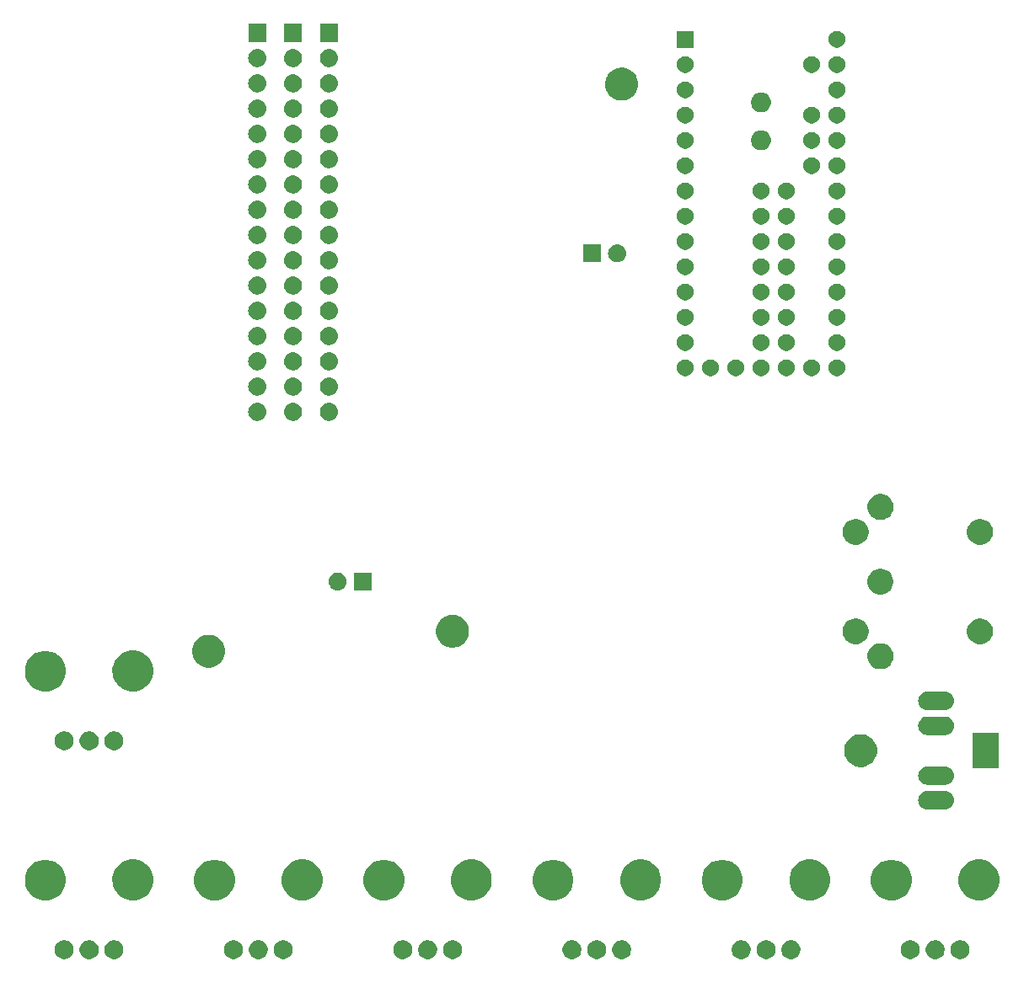
<source format=gbr>
G04 #@! TF.GenerationSoftware,KiCad,Pcbnew,(5.0.1)-3*
G04 #@! TF.CreationDate,2020-04-01T16:59:10+01:00*
G04 #@! TF.ProjectId,testsmt,74657374736D742E6B696361645F7063,rev?*
G04 #@! TF.SameCoordinates,Original*
G04 #@! TF.FileFunction,Soldermask,Bot*
G04 #@! TF.FilePolarity,Negative*
%FSLAX46Y46*%
G04 Gerber Fmt 4.6, Leading zero omitted, Abs format (unit mm)*
G04 Created by KiCad (PCBNEW (5.0.1)-3) date 01/04/2020 16:59:10*
%MOMM*%
%LPD*%
G01*
G04 APERTURE LIST*
%ADD10C,0.100000*%
G04 APERTURE END LIST*
D10*
G36*
X140277396Y-120085546D02*
X140450466Y-120157234D01*
X140606230Y-120261312D01*
X140738688Y-120393770D01*
X140842766Y-120549534D01*
X140914454Y-120722604D01*
X140951000Y-120906333D01*
X140951000Y-121093667D01*
X140914454Y-121277396D01*
X140842766Y-121450466D01*
X140738688Y-121606230D01*
X140606230Y-121738688D01*
X140450466Y-121842766D01*
X140277396Y-121914454D01*
X140093667Y-121951000D01*
X139906333Y-121951000D01*
X139722604Y-121914454D01*
X139549534Y-121842766D01*
X139393770Y-121738688D01*
X139261312Y-121606230D01*
X139157234Y-121450466D01*
X139085546Y-121277396D01*
X139049000Y-121093667D01*
X139049000Y-120906333D01*
X139085546Y-120722604D01*
X139157234Y-120549534D01*
X139261312Y-120393770D01*
X139393770Y-120261312D01*
X139549534Y-120157234D01*
X139722604Y-120085546D01*
X139906333Y-120049000D01*
X140093667Y-120049000D01*
X140277396Y-120085546D01*
X140277396Y-120085546D01*
G37*
G36*
X106277396Y-120085546D02*
X106450466Y-120157234D01*
X106606230Y-120261312D01*
X106738688Y-120393770D01*
X106842766Y-120549534D01*
X106914454Y-120722604D01*
X106951000Y-120906333D01*
X106951000Y-121093667D01*
X106914454Y-121277396D01*
X106842766Y-121450466D01*
X106738688Y-121606230D01*
X106606230Y-121738688D01*
X106450466Y-121842766D01*
X106277396Y-121914454D01*
X106093667Y-121951000D01*
X105906333Y-121951000D01*
X105722604Y-121914454D01*
X105549534Y-121842766D01*
X105393770Y-121738688D01*
X105261312Y-121606230D01*
X105157234Y-121450466D01*
X105085546Y-121277396D01*
X105049000Y-121093667D01*
X105049000Y-120906333D01*
X105085546Y-120722604D01*
X105157234Y-120549534D01*
X105261312Y-120393770D01*
X105393770Y-120261312D01*
X105549534Y-120157234D01*
X105722604Y-120085546D01*
X105906333Y-120049000D01*
X106093667Y-120049000D01*
X106277396Y-120085546D01*
X106277396Y-120085546D01*
G37*
G36*
X118277396Y-120085546D02*
X118450466Y-120157234D01*
X118606230Y-120261312D01*
X118738688Y-120393770D01*
X118842766Y-120549534D01*
X118914454Y-120722604D01*
X118951000Y-120906333D01*
X118951000Y-121093667D01*
X118914454Y-121277396D01*
X118842766Y-121450466D01*
X118738688Y-121606230D01*
X118606230Y-121738688D01*
X118450466Y-121842766D01*
X118277396Y-121914454D01*
X118093667Y-121951000D01*
X117906333Y-121951000D01*
X117722604Y-121914454D01*
X117549534Y-121842766D01*
X117393770Y-121738688D01*
X117261312Y-121606230D01*
X117157234Y-121450466D01*
X117085546Y-121277396D01*
X117049000Y-121093667D01*
X117049000Y-120906333D01*
X117085546Y-120722604D01*
X117157234Y-120549534D01*
X117261312Y-120393770D01*
X117393770Y-120261312D01*
X117549534Y-120157234D01*
X117722604Y-120085546D01*
X117906333Y-120049000D01*
X118093667Y-120049000D01*
X118277396Y-120085546D01*
X118277396Y-120085546D01*
G37*
G36*
X120777396Y-120085546D02*
X120950466Y-120157234D01*
X121106230Y-120261312D01*
X121238688Y-120393770D01*
X121342766Y-120549534D01*
X121414454Y-120722604D01*
X121451000Y-120906333D01*
X121451000Y-121093667D01*
X121414454Y-121277396D01*
X121342766Y-121450466D01*
X121238688Y-121606230D01*
X121106230Y-121738688D01*
X120950466Y-121842766D01*
X120777396Y-121914454D01*
X120593667Y-121951000D01*
X120406333Y-121951000D01*
X120222604Y-121914454D01*
X120049534Y-121842766D01*
X119893770Y-121738688D01*
X119761312Y-121606230D01*
X119657234Y-121450466D01*
X119585546Y-121277396D01*
X119549000Y-121093667D01*
X119549000Y-120906333D01*
X119585546Y-120722604D01*
X119657234Y-120549534D01*
X119761312Y-120393770D01*
X119893770Y-120261312D01*
X120049534Y-120157234D01*
X120222604Y-120085546D01*
X120406333Y-120049000D01*
X120593667Y-120049000D01*
X120777396Y-120085546D01*
X120777396Y-120085546D01*
G37*
G36*
X123277396Y-120085546D02*
X123450466Y-120157234D01*
X123606230Y-120261312D01*
X123738688Y-120393770D01*
X123842766Y-120549534D01*
X123914454Y-120722604D01*
X123951000Y-120906333D01*
X123951000Y-121093667D01*
X123914454Y-121277396D01*
X123842766Y-121450466D01*
X123738688Y-121606230D01*
X123606230Y-121738688D01*
X123450466Y-121842766D01*
X123277396Y-121914454D01*
X123093667Y-121951000D01*
X122906333Y-121951000D01*
X122722604Y-121914454D01*
X122549534Y-121842766D01*
X122393770Y-121738688D01*
X122261312Y-121606230D01*
X122157234Y-121450466D01*
X122085546Y-121277396D01*
X122049000Y-121093667D01*
X122049000Y-120906333D01*
X122085546Y-120722604D01*
X122157234Y-120549534D01*
X122261312Y-120393770D01*
X122393770Y-120261312D01*
X122549534Y-120157234D01*
X122722604Y-120085546D01*
X122906333Y-120049000D01*
X123093667Y-120049000D01*
X123277396Y-120085546D01*
X123277396Y-120085546D01*
G37*
G36*
X72277396Y-120085546D02*
X72450466Y-120157234D01*
X72606230Y-120261312D01*
X72738688Y-120393770D01*
X72842766Y-120549534D01*
X72914454Y-120722604D01*
X72951000Y-120906333D01*
X72951000Y-121093667D01*
X72914454Y-121277396D01*
X72842766Y-121450466D01*
X72738688Y-121606230D01*
X72606230Y-121738688D01*
X72450466Y-121842766D01*
X72277396Y-121914454D01*
X72093667Y-121951000D01*
X71906333Y-121951000D01*
X71722604Y-121914454D01*
X71549534Y-121842766D01*
X71393770Y-121738688D01*
X71261312Y-121606230D01*
X71157234Y-121450466D01*
X71085546Y-121277396D01*
X71049000Y-121093667D01*
X71049000Y-120906333D01*
X71085546Y-120722604D01*
X71157234Y-120549534D01*
X71261312Y-120393770D01*
X71393770Y-120261312D01*
X71549534Y-120157234D01*
X71722604Y-120085546D01*
X71906333Y-120049000D01*
X72093667Y-120049000D01*
X72277396Y-120085546D01*
X72277396Y-120085546D01*
G37*
G36*
X69777396Y-120085546D02*
X69950466Y-120157234D01*
X70106230Y-120261312D01*
X70238688Y-120393770D01*
X70342766Y-120549534D01*
X70414454Y-120722604D01*
X70451000Y-120906333D01*
X70451000Y-121093667D01*
X70414454Y-121277396D01*
X70342766Y-121450466D01*
X70238688Y-121606230D01*
X70106230Y-121738688D01*
X69950466Y-121842766D01*
X69777396Y-121914454D01*
X69593667Y-121951000D01*
X69406333Y-121951000D01*
X69222604Y-121914454D01*
X69049534Y-121842766D01*
X68893770Y-121738688D01*
X68761312Y-121606230D01*
X68657234Y-121450466D01*
X68585546Y-121277396D01*
X68549000Y-121093667D01*
X68549000Y-120906333D01*
X68585546Y-120722604D01*
X68657234Y-120549534D01*
X68761312Y-120393770D01*
X68893770Y-120261312D01*
X69049534Y-120157234D01*
X69222604Y-120085546D01*
X69406333Y-120049000D01*
X69593667Y-120049000D01*
X69777396Y-120085546D01*
X69777396Y-120085546D01*
G37*
G36*
X67277396Y-120085546D02*
X67450466Y-120157234D01*
X67606230Y-120261312D01*
X67738688Y-120393770D01*
X67842766Y-120549534D01*
X67914454Y-120722604D01*
X67951000Y-120906333D01*
X67951000Y-121093667D01*
X67914454Y-121277396D01*
X67842766Y-121450466D01*
X67738688Y-121606230D01*
X67606230Y-121738688D01*
X67450466Y-121842766D01*
X67277396Y-121914454D01*
X67093667Y-121951000D01*
X66906333Y-121951000D01*
X66722604Y-121914454D01*
X66549534Y-121842766D01*
X66393770Y-121738688D01*
X66261312Y-121606230D01*
X66157234Y-121450466D01*
X66085546Y-121277396D01*
X66049000Y-121093667D01*
X66049000Y-120906333D01*
X66085546Y-120722604D01*
X66157234Y-120549534D01*
X66261312Y-120393770D01*
X66393770Y-120261312D01*
X66549534Y-120157234D01*
X66722604Y-120085546D01*
X66906333Y-120049000D01*
X67093667Y-120049000D01*
X67277396Y-120085546D01*
X67277396Y-120085546D01*
G37*
G36*
X84277396Y-120085546D02*
X84450466Y-120157234D01*
X84606230Y-120261312D01*
X84738688Y-120393770D01*
X84842766Y-120549534D01*
X84914454Y-120722604D01*
X84951000Y-120906333D01*
X84951000Y-121093667D01*
X84914454Y-121277396D01*
X84842766Y-121450466D01*
X84738688Y-121606230D01*
X84606230Y-121738688D01*
X84450466Y-121842766D01*
X84277396Y-121914454D01*
X84093667Y-121951000D01*
X83906333Y-121951000D01*
X83722604Y-121914454D01*
X83549534Y-121842766D01*
X83393770Y-121738688D01*
X83261312Y-121606230D01*
X83157234Y-121450466D01*
X83085546Y-121277396D01*
X83049000Y-121093667D01*
X83049000Y-120906333D01*
X83085546Y-120722604D01*
X83157234Y-120549534D01*
X83261312Y-120393770D01*
X83393770Y-120261312D01*
X83549534Y-120157234D01*
X83722604Y-120085546D01*
X83906333Y-120049000D01*
X84093667Y-120049000D01*
X84277396Y-120085546D01*
X84277396Y-120085546D01*
G37*
G36*
X86777396Y-120085546D02*
X86950466Y-120157234D01*
X87106230Y-120261312D01*
X87238688Y-120393770D01*
X87342766Y-120549534D01*
X87414454Y-120722604D01*
X87451000Y-120906333D01*
X87451000Y-121093667D01*
X87414454Y-121277396D01*
X87342766Y-121450466D01*
X87238688Y-121606230D01*
X87106230Y-121738688D01*
X86950466Y-121842766D01*
X86777396Y-121914454D01*
X86593667Y-121951000D01*
X86406333Y-121951000D01*
X86222604Y-121914454D01*
X86049534Y-121842766D01*
X85893770Y-121738688D01*
X85761312Y-121606230D01*
X85657234Y-121450466D01*
X85585546Y-121277396D01*
X85549000Y-121093667D01*
X85549000Y-120906333D01*
X85585546Y-120722604D01*
X85657234Y-120549534D01*
X85761312Y-120393770D01*
X85893770Y-120261312D01*
X86049534Y-120157234D01*
X86222604Y-120085546D01*
X86406333Y-120049000D01*
X86593667Y-120049000D01*
X86777396Y-120085546D01*
X86777396Y-120085546D01*
G37*
G36*
X103777396Y-120085546D02*
X103950466Y-120157234D01*
X104106230Y-120261312D01*
X104238688Y-120393770D01*
X104342766Y-120549534D01*
X104414454Y-120722604D01*
X104451000Y-120906333D01*
X104451000Y-121093667D01*
X104414454Y-121277396D01*
X104342766Y-121450466D01*
X104238688Y-121606230D01*
X104106230Y-121738688D01*
X103950466Y-121842766D01*
X103777396Y-121914454D01*
X103593667Y-121951000D01*
X103406333Y-121951000D01*
X103222604Y-121914454D01*
X103049534Y-121842766D01*
X102893770Y-121738688D01*
X102761312Y-121606230D01*
X102657234Y-121450466D01*
X102585546Y-121277396D01*
X102549000Y-121093667D01*
X102549000Y-120906333D01*
X102585546Y-120722604D01*
X102657234Y-120549534D01*
X102761312Y-120393770D01*
X102893770Y-120261312D01*
X103049534Y-120157234D01*
X103222604Y-120085546D01*
X103406333Y-120049000D01*
X103593667Y-120049000D01*
X103777396Y-120085546D01*
X103777396Y-120085546D01*
G37*
G36*
X101277396Y-120085546D02*
X101450466Y-120157234D01*
X101606230Y-120261312D01*
X101738688Y-120393770D01*
X101842766Y-120549534D01*
X101914454Y-120722604D01*
X101951000Y-120906333D01*
X101951000Y-121093667D01*
X101914454Y-121277396D01*
X101842766Y-121450466D01*
X101738688Y-121606230D01*
X101606230Y-121738688D01*
X101450466Y-121842766D01*
X101277396Y-121914454D01*
X101093667Y-121951000D01*
X100906333Y-121951000D01*
X100722604Y-121914454D01*
X100549534Y-121842766D01*
X100393770Y-121738688D01*
X100261312Y-121606230D01*
X100157234Y-121450466D01*
X100085546Y-121277396D01*
X100049000Y-121093667D01*
X100049000Y-120906333D01*
X100085546Y-120722604D01*
X100157234Y-120549534D01*
X100261312Y-120393770D01*
X100393770Y-120261312D01*
X100549534Y-120157234D01*
X100722604Y-120085546D01*
X100906333Y-120049000D01*
X101093667Y-120049000D01*
X101277396Y-120085546D01*
X101277396Y-120085546D01*
G37*
G36*
X135277396Y-120085546D02*
X135450466Y-120157234D01*
X135606230Y-120261312D01*
X135738688Y-120393770D01*
X135842766Y-120549534D01*
X135914454Y-120722604D01*
X135951000Y-120906333D01*
X135951000Y-121093667D01*
X135914454Y-121277396D01*
X135842766Y-121450466D01*
X135738688Y-121606230D01*
X135606230Y-121738688D01*
X135450466Y-121842766D01*
X135277396Y-121914454D01*
X135093667Y-121951000D01*
X134906333Y-121951000D01*
X134722604Y-121914454D01*
X134549534Y-121842766D01*
X134393770Y-121738688D01*
X134261312Y-121606230D01*
X134157234Y-121450466D01*
X134085546Y-121277396D01*
X134049000Y-121093667D01*
X134049000Y-120906333D01*
X134085546Y-120722604D01*
X134157234Y-120549534D01*
X134261312Y-120393770D01*
X134393770Y-120261312D01*
X134549534Y-120157234D01*
X134722604Y-120085546D01*
X134906333Y-120049000D01*
X135093667Y-120049000D01*
X135277396Y-120085546D01*
X135277396Y-120085546D01*
G37*
G36*
X137777396Y-120085546D02*
X137950466Y-120157234D01*
X138106230Y-120261312D01*
X138238688Y-120393770D01*
X138342766Y-120549534D01*
X138414454Y-120722604D01*
X138451000Y-120906333D01*
X138451000Y-121093667D01*
X138414454Y-121277396D01*
X138342766Y-121450466D01*
X138238688Y-121606230D01*
X138106230Y-121738688D01*
X137950466Y-121842766D01*
X137777396Y-121914454D01*
X137593667Y-121951000D01*
X137406333Y-121951000D01*
X137222604Y-121914454D01*
X137049534Y-121842766D01*
X136893770Y-121738688D01*
X136761312Y-121606230D01*
X136657234Y-121450466D01*
X136585546Y-121277396D01*
X136549000Y-121093667D01*
X136549000Y-120906333D01*
X136585546Y-120722604D01*
X136657234Y-120549534D01*
X136761312Y-120393770D01*
X136893770Y-120261312D01*
X137049534Y-120157234D01*
X137222604Y-120085546D01*
X137406333Y-120049000D01*
X137593667Y-120049000D01*
X137777396Y-120085546D01*
X137777396Y-120085546D01*
G37*
G36*
X50277396Y-120085546D02*
X50450466Y-120157234D01*
X50606230Y-120261312D01*
X50738688Y-120393770D01*
X50842766Y-120549534D01*
X50914454Y-120722604D01*
X50951000Y-120906333D01*
X50951000Y-121093667D01*
X50914454Y-121277396D01*
X50842766Y-121450466D01*
X50738688Y-121606230D01*
X50606230Y-121738688D01*
X50450466Y-121842766D01*
X50277396Y-121914454D01*
X50093667Y-121951000D01*
X49906333Y-121951000D01*
X49722604Y-121914454D01*
X49549534Y-121842766D01*
X49393770Y-121738688D01*
X49261312Y-121606230D01*
X49157234Y-121450466D01*
X49085546Y-121277396D01*
X49049000Y-121093667D01*
X49049000Y-120906333D01*
X49085546Y-120722604D01*
X49157234Y-120549534D01*
X49261312Y-120393770D01*
X49393770Y-120261312D01*
X49549534Y-120157234D01*
X49722604Y-120085546D01*
X49906333Y-120049000D01*
X50093667Y-120049000D01*
X50277396Y-120085546D01*
X50277396Y-120085546D01*
G37*
G36*
X52777396Y-120085546D02*
X52950466Y-120157234D01*
X53106230Y-120261312D01*
X53238688Y-120393770D01*
X53342766Y-120549534D01*
X53414454Y-120722604D01*
X53451000Y-120906333D01*
X53451000Y-121093667D01*
X53414454Y-121277396D01*
X53342766Y-121450466D01*
X53238688Y-121606230D01*
X53106230Y-121738688D01*
X52950466Y-121842766D01*
X52777396Y-121914454D01*
X52593667Y-121951000D01*
X52406333Y-121951000D01*
X52222604Y-121914454D01*
X52049534Y-121842766D01*
X51893770Y-121738688D01*
X51761312Y-121606230D01*
X51657234Y-121450466D01*
X51585546Y-121277396D01*
X51549000Y-121093667D01*
X51549000Y-120906333D01*
X51585546Y-120722604D01*
X51657234Y-120549534D01*
X51761312Y-120393770D01*
X51893770Y-120261312D01*
X52049534Y-120157234D01*
X52222604Y-120085546D01*
X52406333Y-120049000D01*
X52593667Y-120049000D01*
X52777396Y-120085546D01*
X52777396Y-120085546D01*
G37*
G36*
X55277396Y-120085546D02*
X55450466Y-120157234D01*
X55606230Y-120261312D01*
X55738688Y-120393770D01*
X55842766Y-120549534D01*
X55914454Y-120722604D01*
X55951000Y-120906333D01*
X55951000Y-121093667D01*
X55914454Y-121277396D01*
X55842766Y-121450466D01*
X55738688Y-121606230D01*
X55606230Y-121738688D01*
X55450466Y-121842766D01*
X55277396Y-121914454D01*
X55093667Y-121951000D01*
X54906333Y-121951000D01*
X54722604Y-121914454D01*
X54549534Y-121842766D01*
X54393770Y-121738688D01*
X54261312Y-121606230D01*
X54157234Y-121450466D01*
X54085546Y-121277396D01*
X54049000Y-121093667D01*
X54049000Y-120906333D01*
X54085546Y-120722604D01*
X54157234Y-120549534D01*
X54261312Y-120393770D01*
X54393770Y-120261312D01*
X54549534Y-120157234D01*
X54722604Y-120085546D01*
X54906333Y-120049000D01*
X55093667Y-120049000D01*
X55277396Y-120085546D01*
X55277396Y-120085546D01*
G37*
G36*
X89277396Y-120085546D02*
X89450466Y-120157234D01*
X89606230Y-120261312D01*
X89738688Y-120393770D01*
X89842766Y-120549534D01*
X89914454Y-120722604D01*
X89951000Y-120906333D01*
X89951000Y-121093667D01*
X89914454Y-121277396D01*
X89842766Y-121450466D01*
X89738688Y-121606230D01*
X89606230Y-121738688D01*
X89450466Y-121842766D01*
X89277396Y-121914454D01*
X89093667Y-121951000D01*
X88906333Y-121951000D01*
X88722604Y-121914454D01*
X88549534Y-121842766D01*
X88393770Y-121738688D01*
X88261312Y-121606230D01*
X88157234Y-121450466D01*
X88085546Y-121277396D01*
X88049000Y-121093667D01*
X88049000Y-120906333D01*
X88085546Y-120722604D01*
X88157234Y-120549534D01*
X88261312Y-120393770D01*
X88393770Y-120261312D01*
X88549534Y-120157234D01*
X88722604Y-120085546D01*
X88906333Y-120049000D01*
X89093667Y-120049000D01*
X89277396Y-120085546D01*
X89277396Y-120085546D01*
G37*
G36*
X82698252Y-112042818D02*
X82698254Y-112042819D01*
X82698255Y-112042819D01*
X83071513Y-112197427D01*
X83071514Y-112197428D01*
X83407439Y-112421886D01*
X83693114Y-112707561D01*
X83693116Y-112707564D01*
X83917573Y-113043487D01*
X84065968Y-113401745D01*
X84072182Y-113416748D01*
X84151000Y-113812993D01*
X84151000Y-114217007D01*
X84075166Y-114598252D01*
X84072181Y-114613255D01*
X83917573Y-114986513D01*
X83917572Y-114986514D01*
X83693114Y-115322439D01*
X83407439Y-115608114D01*
X83407436Y-115608116D01*
X83071513Y-115832573D01*
X82698255Y-115987181D01*
X82698254Y-115987181D01*
X82698252Y-115987182D01*
X82302007Y-116066000D01*
X81897993Y-116066000D01*
X81501748Y-115987182D01*
X81501746Y-115987181D01*
X81501745Y-115987181D01*
X81128487Y-115832573D01*
X80792564Y-115608116D01*
X80792561Y-115608114D01*
X80506886Y-115322439D01*
X80282428Y-114986514D01*
X80282427Y-114986513D01*
X80127819Y-114613255D01*
X80124835Y-114598252D01*
X80049000Y-114217007D01*
X80049000Y-113812993D01*
X80127818Y-113416748D01*
X80134032Y-113401745D01*
X80282427Y-113043487D01*
X80506884Y-112707564D01*
X80506886Y-112707561D01*
X80792561Y-112421886D01*
X81128486Y-112197428D01*
X81128487Y-112197427D01*
X81501745Y-112042819D01*
X81501746Y-112042819D01*
X81501748Y-112042818D01*
X81897993Y-111964000D01*
X82302007Y-111964000D01*
X82698252Y-112042818D01*
X82698252Y-112042818D01*
G37*
G36*
X48698252Y-112042818D02*
X48698254Y-112042819D01*
X48698255Y-112042819D01*
X49071513Y-112197427D01*
X49071514Y-112197428D01*
X49407439Y-112421886D01*
X49693114Y-112707561D01*
X49693116Y-112707564D01*
X49917573Y-113043487D01*
X50065968Y-113401745D01*
X50072182Y-113416748D01*
X50151000Y-113812993D01*
X50151000Y-114217007D01*
X50075166Y-114598252D01*
X50072181Y-114613255D01*
X49917573Y-114986513D01*
X49917572Y-114986514D01*
X49693114Y-115322439D01*
X49407439Y-115608114D01*
X49407436Y-115608116D01*
X49071513Y-115832573D01*
X48698255Y-115987181D01*
X48698254Y-115987181D01*
X48698252Y-115987182D01*
X48302007Y-116066000D01*
X47897993Y-116066000D01*
X47501748Y-115987182D01*
X47501746Y-115987181D01*
X47501745Y-115987181D01*
X47128487Y-115832573D01*
X46792564Y-115608116D01*
X46792561Y-115608114D01*
X46506886Y-115322439D01*
X46282428Y-114986514D01*
X46282427Y-114986513D01*
X46127819Y-114613255D01*
X46124835Y-114598252D01*
X46049000Y-114217007D01*
X46049000Y-113812993D01*
X46127818Y-113416748D01*
X46134032Y-113401745D01*
X46282427Y-113043487D01*
X46506884Y-112707564D01*
X46506886Y-112707561D01*
X46792561Y-112421886D01*
X47128486Y-112197428D01*
X47128487Y-112197427D01*
X47501745Y-112042819D01*
X47501746Y-112042819D01*
X47501748Y-112042818D01*
X47897993Y-111964000D01*
X48302007Y-111964000D01*
X48698252Y-112042818D01*
X48698252Y-112042818D01*
G37*
G36*
X133698252Y-112042818D02*
X133698254Y-112042819D01*
X133698255Y-112042819D01*
X134071513Y-112197427D01*
X134071514Y-112197428D01*
X134407439Y-112421886D01*
X134693114Y-112707561D01*
X134693116Y-112707564D01*
X134917573Y-113043487D01*
X135065968Y-113401745D01*
X135072182Y-113416748D01*
X135151000Y-113812993D01*
X135151000Y-114217007D01*
X135075166Y-114598252D01*
X135072181Y-114613255D01*
X134917573Y-114986513D01*
X134917572Y-114986514D01*
X134693114Y-115322439D01*
X134407439Y-115608114D01*
X134407436Y-115608116D01*
X134071513Y-115832573D01*
X133698255Y-115987181D01*
X133698254Y-115987181D01*
X133698252Y-115987182D01*
X133302007Y-116066000D01*
X132897993Y-116066000D01*
X132501748Y-115987182D01*
X132501746Y-115987181D01*
X132501745Y-115987181D01*
X132128487Y-115832573D01*
X131792564Y-115608116D01*
X131792561Y-115608114D01*
X131506886Y-115322439D01*
X131282428Y-114986514D01*
X131282427Y-114986513D01*
X131127819Y-114613255D01*
X131124835Y-114598252D01*
X131049000Y-114217007D01*
X131049000Y-113812993D01*
X131127818Y-113416748D01*
X131134032Y-113401745D01*
X131282427Y-113043487D01*
X131506884Y-112707564D01*
X131506886Y-112707561D01*
X131792561Y-112421886D01*
X132128486Y-112197428D01*
X132128487Y-112197427D01*
X132501745Y-112042819D01*
X132501746Y-112042819D01*
X132501748Y-112042818D01*
X132897993Y-111964000D01*
X133302007Y-111964000D01*
X133698252Y-112042818D01*
X133698252Y-112042818D01*
G37*
G36*
X116698252Y-112042818D02*
X116698254Y-112042819D01*
X116698255Y-112042819D01*
X117071513Y-112197427D01*
X117071514Y-112197428D01*
X117407439Y-112421886D01*
X117693114Y-112707561D01*
X117693116Y-112707564D01*
X117917573Y-113043487D01*
X118065968Y-113401745D01*
X118072182Y-113416748D01*
X118151000Y-113812993D01*
X118151000Y-114217007D01*
X118075166Y-114598252D01*
X118072181Y-114613255D01*
X117917573Y-114986513D01*
X117917572Y-114986514D01*
X117693114Y-115322439D01*
X117407439Y-115608114D01*
X117407436Y-115608116D01*
X117071513Y-115832573D01*
X116698255Y-115987181D01*
X116698254Y-115987181D01*
X116698252Y-115987182D01*
X116302007Y-116066000D01*
X115897993Y-116066000D01*
X115501748Y-115987182D01*
X115501746Y-115987181D01*
X115501745Y-115987181D01*
X115128487Y-115832573D01*
X114792564Y-115608116D01*
X114792561Y-115608114D01*
X114506886Y-115322439D01*
X114282428Y-114986514D01*
X114282427Y-114986513D01*
X114127819Y-114613255D01*
X114124835Y-114598252D01*
X114049000Y-114217007D01*
X114049000Y-113812993D01*
X114127818Y-113416748D01*
X114134032Y-113401745D01*
X114282427Y-113043487D01*
X114506884Y-112707564D01*
X114506886Y-112707561D01*
X114792561Y-112421886D01*
X115128486Y-112197428D01*
X115128487Y-112197427D01*
X115501745Y-112042819D01*
X115501746Y-112042819D01*
X115501748Y-112042818D01*
X115897993Y-111964000D01*
X116302007Y-111964000D01*
X116698252Y-112042818D01*
X116698252Y-112042818D01*
G37*
G36*
X65698252Y-112042818D02*
X65698254Y-112042819D01*
X65698255Y-112042819D01*
X66071513Y-112197427D01*
X66071514Y-112197428D01*
X66407439Y-112421886D01*
X66693114Y-112707561D01*
X66693116Y-112707564D01*
X66917573Y-113043487D01*
X67065968Y-113401745D01*
X67072182Y-113416748D01*
X67151000Y-113812993D01*
X67151000Y-114217007D01*
X67075166Y-114598252D01*
X67072181Y-114613255D01*
X66917573Y-114986513D01*
X66917572Y-114986514D01*
X66693114Y-115322439D01*
X66407439Y-115608114D01*
X66407436Y-115608116D01*
X66071513Y-115832573D01*
X65698255Y-115987181D01*
X65698254Y-115987181D01*
X65698252Y-115987182D01*
X65302007Y-116066000D01*
X64897993Y-116066000D01*
X64501748Y-115987182D01*
X64501746Y-115987181D01*
X64501745Y-115987181D01*
X64128487Y-115832573D01*
X63792564Y-115608116D01*
X63792561Y-115608114D01*
X63506886Y-115322439D01*
X63282428Y-114986514D01*
X63282427Y-114986513D01*
X63127819Y-114613255D01*
X63124835Y-114598252D01*
X63049000Y-114217007D01*
X63049000Y-113812993D01*
X63127818Y-113416748D01*
X63134032Y-113401745D01*
X63282427Y-113043487D01*
X63506884Y-112707564D01*
X63506886Y-112707561D01*
X63792561Y-112421886D01*
X64128486Y-112197428D01*
X64128487Y-112197427D01*
X64501745Y-112042819D01*
X64501746Y-112042819D01*
X64501748Y-112042818D01*
X64897993Y-111964000D01*
X65302007Y-111964000D01*
X65698252Y-112042818D01*
X65698252Y-112042818D01*
G37*
G36*
X99698252Y-112042818D02*
X99698254Y-112042819D01*
X99698255Y-112042819D01*
X100071513Y-112197427D01*
X100071514Y-112197428D01*
X100407439Y-112421886D01*
X100693114Y-112707561D01*
X100693116Y-112707564D01*
X100917573Y-113043487D01*
X101065968Y-113401745D01*
X101072182Y-113416748D01*
X101151000Y-113812993D01*
X101151000Y-114217007D01*
X101075166Y-114598252D01*
X101072181Y-114613255D01*
X100917573Y-114986513D01*
X100917572Y-114986514D01*
X100693114Y-115322439D01*
X100407439Y-115608114D01*
X100407436Y-115608116D01*
X100071513Y-115832573D01*
X99698255Y-115987181D01*
X99698254Y-115987181D01*
X99698252Y-115987182D01*
X99302007Y-116066000D01*
X98897993Y-116066000D01*
X98501748Y-115987182D01*
X98501746Y-115987181D01*
X98501745Y-115987181D01*
X98128487Y-115832573D01*
X97792564Y-115608116D01*
X97792561Y-115608114D01*
X97506886Y-115322439D01*
X97282428Y-114986514D01*
X97282427Y-114986513D01*
X97127819Y-114613255D01*
X97124835Y-114598252D01*
X97049000Y-114217007D01*
X97049000Y-113812993D01*
X97127818Y-113416748D01*
X97134032Y-113401745D01*
X97282427Y-113043487D01*
X97506884Y-112707564D01*
X97506886Y-112707561D01*
X97792561Y-112421886D01*
X98128486Y-112197428D01*
X98128487Y-112197427D01*
X98501745Y-112042819D01*
X98501746Y-112042819D01*
X98501748Y-112042818D01*
X98897993Y-111964000D01*
X99302007Y-111964000D01*
X99698252Y-112042818D01*
X99698252Y-112042818D01*
G37*
G36*
X142498252Y-112027818D02*
X142498254Y-112027819D01*
X142498255Y-112027819D01*
X142871513Y-112182427D01*
X143202905Y-112403857D01*
X143207439Y-112406886D01*
X143493114Y-112692561D01*
X143493116Y-112692564D01*
X143717573Y-113028487D01*
X143723786Y-113043487D01*
X143872182Y-113401748D01*
X143951000Y-113797993D01*
X143951000Y-114202007D01*
X143948017Y-114217006D01*
X143872181Y-114598255D01*
X143717573Y-114971513D01*
X143496143Y-115302905D01*
X143493114Y-115307439D01*
X143207439Y-115593114D01*
X143207436Y-115593116D01*
X142871513Y-115817573D01*
X142498255Y-115972181D01*
X142498254Y-115972181D01*
X142498252Y-115972182D01*
X142102007Y-116051000D01*
X141697993Y-116051000D01*
X141301748Y-115972182D01*
X141301746Y-115972181D01*
X141301745Y-115972181D01*
X140928487Y-115817573D01*
X140592564Y-115593116D01*
X140592561Y-115593114D01*
X140306886Y-115307439D01*
X140303857Y-115302905D01*
X140082427Y-114971513D01*
X139927819Y-114598255D01*
X139851984Y-114217006D01*
X139849000Y-114202007D01*
X139849000Y-113797993D01*
X139927818Y-113401748D01*
X140076214Y-113043487D01*
X140082427Y-113028487D01*
X140306884Y-112692564D01*
X140306886Y-112692561D01*
X140592561Y-112406886D01*
X140597095Y-112403857D01*
X140928487Y-112182427D01*
X141301745Y-112027819D01*
X141301746Y-112027819D01*
X141301748Y-112027818D01*
X141697993Y-111949000D01*
X142102007Y-111949000D01*
X142498252Y-112027818D01*
X142498252Y-112027818D01*
G37*
G36*
X57498252Y-112027818D02*
X57498254Y-112027819D01*
X57498255Y-112027819D01*
X57871513Y-112182427D01*
X58202905Y-112403857D01*
X58207439Y-112406886D01*
X58493114Y-112692561D01*
X58493116Y-112692564D01*
X58717573Y-113028487D01*
X58723786Y-113043487D01*
X58872182Y-113401748D01*
X58951000Y-113797993D01*
X58951000Y-114202007D01*
X58948017Y-114217006D01*
X58872181Y-114598255D01*
X58717573Y-114971513D01*
X58496143Y-115302905D01*
X58493114Y-115307439D01*
X58207439Y-115593114D01*
X58207436Y-115593116D01*
X57871513Y-115817573D01*
X57498255Y-115972181D01*
X57498254Y-115972181D01*
X57498252Y-115972182D01*
X57102007Y-116051000D01*
X56697993Y-116051000D01*
X56301748Y-115972182D01*
X56301746Y-115972181D01*
X56301745Y-115972181D01*
X55928487Y-115817573D01*
X55592564Y-115593116D01*
X55592561Y-115593114D01*
X55306886Y-115307439D01*
X55303857Y-115302905D01*
X55082427Y-114971513D01*
X54927819Y-114598255D01*
X54851984Y-114217006D01*
X54849000Y-114202007D01*
X54849000Y-113797993D01*
X54927818Y-113401748D01*
X55076214Y-113043487D01*
X55082427Y-113028487D01*
X55306884Y-112692564D01*
X55306886Y-112692561D01*
X55592561Y-112406886D01*
X55597095Y-112403857D01*
X55928487Y-112182427D01*
X56301745Y-112027819D01*
X56301746Y-112027819D01*
X56301748Y-112027818D01*
X56697993Y-111949000D01*
X57102007Y-111949000D01*
X57498252Y-112027818D01*
X57498252Y-112027818D01*
G37*
G36*
X91498252Y-112027818D02*
X91498254Y-112027819D01*
X91498255Y-112027819D01*
X91871513Y-112182427D01*
X92202905Y-112403857D01*
X92207439Y-112406886D01*
X92493114Y-112692561D01*
X92493116Y-112692564D01*
X92717573Y-113028487D01*
X92723786Y-113043487D01*
X92872182Y-113401748D01*
X92951000Y-113797993D01*
X92951000Y-114202007D01*
X92948017Y-114217006D01*
X92872181Y-114598255D01*
X92717573Y-114971513D01*
X92496143Y-115302905D01*
X92493114Y-115307439D01*
X92207439Y-115593114D01*
X92207436Y-115593116D01*
X91871513Y-115817573D01*
X91498255Y-115972181D01*
X91498254Y-115972181D01*
X91498252Y-115972182D01*
X91102007Y-116051000D01*
X90697993Y-116051000D01*
X90301748Y-115972182D01*
X90301746Y-115972181D01*
X90301745Y-115972181D01*
X89928487Y-115817573D01*
X89592564Y-115593116D01*
X89592561Y-115593114D01*
X89306886Y-115307439D01*
X89303857Y-115302905D01*
X89082427Y-114971513D01*
X88927819Y-114598255D01*
X88851984Y-114217006D01*
X88849000Y-114202007D01*
X88849000Y-113797993D01*
X88927818Y-113401748D01*
X89076214Y-113043487D01*
X89082427Y-113028487D01*
X89306884Y-112692564D01*
X89306886Y-112692561D01*
X89592561Y-112406886D01*
X89597095Y-112403857D01*
X89928487Y-112182427D01*
X90301745Y-112027819D01*
X90301746Y-112027819D01*
X90301748Y-112027818D01*
X90697993Y-111949000D01*
X91102007Y-111949000D01*
X91498252Y-112027818D01*
X91498252Y-112027818D01*
G37*
G36*
X108498252Y-112027818D02*
X108498254Y-112027819D01*
X108498255Y-112027819D01*
X108871513Y-112182427D01*
X109202905Y-112403857D01*
X109207439Y-112406886D01*
X109493114Y-112692561D01*
X109493116Y-112692564D01*
X109717573Y-113028487D01*
X109723786Y-113043487D01*
X109872182Y-113401748D01*
X109951000Y-113797993D01*
X109951000Y-114202007D01*
X109948017Y-114217006D01*
X109872181Y-114598255D01*
X109717573Y-114971513D01*
X109496143Y-115302905D01*
X109493114Y-115307439D01*
X109207439Y-115593114D01*
X109207436Y-115593116D01*
X108871513Y-115817573D01*
X108498255Y-115972181D01*
X108498254Y-115972181D01*
X108498252Y-115972182D01*
X108102007Y-116051000D01*
X107697993Y-116051000D01*
X107301748Y-115972182D01*
X107301746Y-115972181D01*
X107301745Y-115972181D01*
X106928487Y-115817573D01*
X106592564Y-115593116D01*
X106592561Y-115593114D01*
X106306886Y-115307439D01*
X106303857Y-115302905D01*
X106082427Y-114971513D01*
X105927819Y-114598255D01*
X105851984Y-114217006D01*
X105849000Y-114202007D01*
X105849000Y-113797993D01*
X105927818Y-113401748D01*
X106076214Y-113043487D01*
X106082427Y-113028487D01*
X106306884Y-112692564D01*
X106306886Y-112692561D01*
X106592561Y-112406886D01*
X106597095Y-112403857D01*
X106928487Y-112182427D01*
X107301745Y-112027819D01*
X107301746Y-112027819D01*
X107301748Y-112027818D01*
X107697993Y-111949000D01*
X108102007Y-111949000D01*
X108498252Y-112027818D01*
X108498252Y-112027818D01*
G37*
G36*
X74498252Y-112027818D02*
X74498254Y-112027819D01*
X74498255Y-112027819D01*
X74871513Y-112182427D01*
X75202905Y-112403857D01*
X75207439Y-112406886D01*
X75493114Y-112692561D01*
X75493116Y-112692564D01*
X75717573Y-113028487D01*
X75723786Y-113043487D01*
X75872182Y-113401748D01*
X75951000Y-113797993D01*
X75951000Y-114202007D01*
X75948017Y-114217006D01*
X75872181Y-114598255D01*
X75717573Y-114971513D01*
X75496143Y-115302905D01*
X75493114Y-115307439D01*
X75207439Y-115593114D01*
X75207436Y-115593116D01*
X74871513Y-115817573D01*
X74498255Y-115972181D01*
X74498254Y-115972181D01*
X74498252Y-115972182D01*
X74102007Y-116051000D01*
X73697993Y-116051000D01*
X73301748Y-115972182D01*
X73301746Y-115972181D01*
X73301745Y-115972181D01*
X72928487Y-115817573D01*
X72592564Y-115593116D01*
X72592561Y-115593114D01*
X72306886Y-115307439D01*
X72303857Y-115302905D01*
X72082427Y-114971513D01*
X71927819Y-114598255D01*
X71851984Y-114217006D01*
X71849000Y-114202007D01*
X71849000Y-113797993D01*
X71927818Y-113401748D01*
X72076214Y-113043487D01*
X72082427Y-113028487D01*
X72306884Y-112692564D01*
X72306886Y-112692561D01*
X72592561Y-112406886D01*
X72597095Y-112403857D01*
X72928487Y-112182427D01*
X73301745Y-112027819D01*
X73301746Y-112027819D01*
X73301748Y-112027818D01*
X73697993Y-111949000D01*
X74102007Y-111949000D01*
X74498252Y-112027818D01*
X74498252Y-112027818D01*
G37*
G36*
X125498252Y-112027818D02*
X125498254Y-112027819D01*
X125498255Y-112027819D01*
X125871513Y-112182427D01*
X126202905Y-112403857D01*
X126207439Y-112406886D01*
X126493114Y-112692561D01*
X126493116Y-112692564D01*
X126717573Y-113028487D01*
X126723786Y-113043487D01*
X126872182Y-113401748D01*
X126951000Y-113797993D01*
X126951000Y-114202007D01*
X126948017Y-114217006D01*
X126872181Y-114598255D01*
X126717573Y-114971513D01*
X126496143Y-115302905D01*
X126493114Y-115307439D01*
X126207439Y-115593114D01*
X126207436Y-115593116D01*
X125871513Y-115817573D01*
X125498255Y-115972181D01*
X125498254Y-115972181D01*
X125498252Y-115972182D01*
X125102007Y-116051000D01*
X124697993Y-116051000D01*
X124301748Y-115972182D01*
X124301746Y-115972181D01*
X124301745Y-115972181D01*
X123928487Y-115817573D01*
X123592564Y-115593116D01*
X123592561Y-115593114D01*
X123306886Y-115307439D01*
X123303857Y-115302905D01*
X123082427Y-114971513D01*
X122927819Y-114598255D01*
X122851984Y-114217006D01*
X122849000Y-114202007D01*
X122849000Y-113797993D01*
X122927818Y-113401748D01*
X123076214Y-113043487D01*
X123082427Y-113028487D01*
X123306884Y-112692564D01*
X123306886Y-112692561D01*
X123592561Y-112406886D01*
X123597095Y-112403857D01*
X123928487Y-112182427D01*
X124301745Y-112027819D01*
X124301746Y-112027819D01*
X124301748Y-112027818D01*
X124697993Y-111949000D01*
X125102007Y-111949000D01*
X125498252Y-112027818D01*
X125498252Y-112027818D01*
G37*
G36*
X138646529Y-105087398D02*
X138821079Y-105140348D01*
X138981947Y-105226333D01*
X139122949Y-105342051D01*
X139238667Y-105483053D01*
X139324652Y-105643921D01*
X139377602Y-105818471D01*
X139395480Y-106000000D01*
X139377602Y-106181529D01*
X139324652Y-106356079D01*
X139238667Y-106516947D01*
X139122949Y-106657949D01*
X138981947Y-106773667D01*
X138821079Y-106859652D01*
X138646529Y-106912602D01*
X138510490Y-106926000D01*
X136669510Y-106926000D01*
X136533471Y-106912602D01*
X136358921Y-106859652D01*
X136198053Y-106773667D01*
X136057051Y-106657949D01*
X135941333Y-106516947D01*
X135855348Y-106356079D01*
X135802398Y-106181529D01*
X135784520Y-106000000D01*
X135802398Y-105818471D01*
X135855348Y-105643921D01*
X135941333Y-105483053D01*
X136057051Y-105342051D01*
X136198053Y-105226333D01*
X136358921Y-105140348D01*
X136533471Y-105087398D01*
X136669510Y-105074000D01*
X138510490Y-105074000D01*
X138646529Y-105087398D01*
X138646529Y-105087398D01*
G37*
G36*
X138646529Y-102587398D02*
X138821079Y-102640348D01*
X138981947Y-102726333D01*
X139122949Y-102842051D01*
X139238667Y-102983053D01*
X139324652Y-103143921D01*
X139377602Y-103318471D01*
X139395480Y-103500000D01*
X139377602Y-103681529D01*
X139324652Y-103856079D01*
X139238667Y-104016947D01*
X139122949Y-104157949D01*
X138981947Y-104273667D01*
X138821079Y-104359652D01*
X138646529Y-104412602D01*
X138510490Y-104426000D01*
X136669510Y-104426000D01*
X136533471Y-104412602D01*
X136358921Y-104359652D01*
X136198053Y-104273667D01*
X136057051Y-104157949D01*
X135941333Y-104016947D01*
X135855348Y-103856079D01*
X135802398Y-103681529D01*
X135784520Y-103500000D01*
X135802398Y-103318471D01*
X135855348Y-103143921D01*
X135941333Y-102983053D01*
X136057051Y-102842051D01*
X136198053Y-102726333D01*
X136358921Y-102640348D01*
X136533471Y-102587398D01*
X136669510Y-102574000D01*
X138510490Y-102574000D01*
X138646529Y-102587398D01*
X138646529Y-102587398D01*
G37*
G36*
X143897000Y-102801000D02*
X141295000Y-102801000D01*
X141295000Y-99199000D01*
X143897000Y-99199000D01*
X143897000Y-102801000D01*
X143897000Y-102801000D01*
G37*
G36*
X130375256Y-99391298D02*
X130481579Y-99412447D01*
X130782042Y-99536903D01*
X131048852Y-99715180D01*
X131052454Y-99717587D01*
X131282413Y-99947546D01*
X131463098Y-100217960D01*
X131587553Y-100518422D01*
X131651000Y-100837389D01*
X131651000Y-101162611D01*
X131587553Y-101481578D01*
X131463098Y-101782040D01*
X131282413Y-102052454D01*
X131052454Y-102282413D01*
X131052451Y-102282415D01*
X130782042Y-102463097D01*
X130481579Y-102587553D01*
X130375256Y-102608702D01*
X130162611Y-102651000D01*
X129837389Y-102651000D01*
X129624744Y-102608702D01*
X129518421Y-102587553D01*
X129217958Y-102463097D01*
X128947549Y-102282415D01*
X128947546Y-102282413D01*
X128717587Y-102052454D01*
X128536902Y-101782040D01*
X128412447Y-101481578D01*
X128349000Y-101162611D01*
X128349000Y-100837389D01*
X128412447Y-100518422D01*
X128536902Y-100217960D01*
X128717587Y-99947546D01*
X128947546Y-99717587D01*
X128951148Y-99715180D01*
X129217958Y-99536903D01*
X129518421Y-99412447D01*
X129624744Y-99391298D01*
X129837389Y-99349000D01*
X130162611Y-99349000D01*
X130375256Y-99391298D01*
X130375256Y-99391298D01*
G37*
G36*
X55277396Y-99085546D02*
X55450466Y-99157234D01*
X55606230Y-99261312D01*
X55738688Y-99393770D01*
X55842766Y-99549534D01*
X55914454Y-99722604D01*
X55951000Y-99906333D01*
X55951000Y-100093667D01*
X55914454Y-100277396D01*
X55842766Y-100450466D01*
X55738688Y-100606230D01*
X55606230Y-100738688D01*
X55450466Y-100842766D01*
X55277396Y-100914454D01*
X55093667Y-100951000D01*
X54906333Y-100951000D01*
X54722604Y-100914454D01*
X54549534Y-100842766D01*
X54393770Y-100738688D01*
X54261312Y-100606230D01*
X54157234Y-100450466D01*
X54085546Y-100277396D01*
X54049000Y-100093667D01*
X54049000Y-99906333D01*
X54085546Y-99722604D01*
X54157234Y-99549534D01*
X54261312Y-99393770D01*
X54393770Y-99261312D01*
X54549534Y-99157234D01*
X54722604Y-99085546D01*
X54906333Y-99049000D01*
X55093667Y-99049000D01*
X55277396Y-99085546D01*
X55277396Y-99085546D01*
G37*
G36*
X52777396Y-99085546D02*
X52950466Y-99157234D01*
X53106230Y-99261312D01*
X53238688Y-99393770D01*
X53342766Y-99549534D01*
X53414454Y-99722604D01*
X53451000Y-99906333D01*
X53451000Y-100093667D01*
X53414454Y-100277396D01*
X53342766Y-100450466D01*
X53238688Y-100606230D01*
X53106230Y-100738688D01*
X52950466Y-100842766D01*
X52777396Y-100914454D01*
X52593667Y-100951000D01*
X52406333Y-100951000D01*
X52222604Y-100914454D01*
X52049534Y-100842766D01*
X51893770Y-100738688D01*
X51761312Y-100606230D01*
X51657234Y-100450466D01*
X51585546Y-100277396D01*
X51549000Y-100093667D01*
X51549000Y-99906333D01*
X51585546Y-99722604D01*
X51657234Y-99549534D01*
X51761312Y-99393770D01*
X51893770Y-99261312D01*
X52049534Y-99157234D01*
X52222604Y-99085546D01*
X52406333Y-99049000D01*
X52593667Y-99049000D01*
X52777396Y-99085546D01*
X52777396Y-99085546D01*
G37*
G36*
X50277396Y-99085546D02*
X50450466Y-99157234D01*
X50606230Y-99261312D01*
X50738688Y-99393770D01*
X50842766Y-99549534D01*
X50914454Y-99722604D01*
X50951000Y-99906333D01*
X50951000Y-100093667D01*
X50914454Y-100277396D01*
X50842766Y-100450466D01*
X50738688Y-100606230D01*
X50606230Y-100738688D01*
X50450466Y-100842766D01*
X50277396Y-100914454D01*
X50093667Y-100951000D01*
X49906333Y-100951000D01*
X49722604Y-100914454D01*
X49549534Y-100842766D01*
X49393770Y-100738688D01*
X49261312Y-100606230D01*
X49157234Y-100450466D01*
X49085546Y-100277396D01*
X49049000Y-100093667D01*
X49049000Y-99906333D01*
X49085546Y-99722604D01*
X49157234Y-99549534D01*
X49261312Y-99393770D01*
X49393770Y-99261312D01*
X49549534Y-99157234D01*
X49722604Y-99085546D01*
X49906333Y-99049000D01*
X50093667Y-99049000D01*
X50277396Y-99085546D01*
X50277396Y-99085546D01*
G37*
G36*
X138646529Y-97587398D02*
X138821079Y-97640348D01*
X138981947Y-97726333D01*
X139122949Y-97842051D01*
X139238667Y-97983053D01*
X139324652Y-98143921D01*
X139377602Y-98318471D01*
X139395480Y-98500000D01*
X139377602Y-98681529D01*
X139324652Y-98856079D01*
X139238667Y-99016947D01*
X139122949Y-99157949D01*
X138981947Y-99273667D01*
X138821079Y-99359652D01*
X138646529Y-99412602D01*
X138510490Y-99426000D01*
X136669510Y-99426000D01*
X136533471Y-99412602D01*
X136358921Y-99359652D01*
X136198053Y-99273667D01*
X136057051Y-99157949D01*
X135941333Y-99016947D01*
X135855348Y-98856079D01*
X135802398Y-98681529D01*
X135784520Y-98500000D01*
X135802398Y-98318471D01*
X135855348Y-98143921D01*
X135941333Y-97983053D01*
X136057051Y-97842051D01*
X136198053Y-97726333D01*
X136358921Y-97640348D01*
X136533471Y-97587398D01*
X136669510Y-97574000D01*
X138510490Y-97574000D01*
X138646529Y-97587398D01*
X138646529Y-97587398D01*
G37*
G36*
X138646529Y-95087398D02*
X138821079Y-95140348D01*
X138981947Y-95226333D01*
X139122949Y-95342051D01*
X139238667Y-95483053D01*
X139324652Y-95643921D01*
X139377602Y-95818471D01*
X139395480Y-96000000D01*
X139377602Y-96181529D01*
X139324652Y-96356079D01*
X139238667Y-96516947D01*
X139122949Y-96657949D01*
X138981947Y-96773667D01*
X138821079Y-96859652D01*
X138646529Y-96912602D01*
X138510490Y-96926000D01*
X136669510Y-96926000D01*
X136533471Y-96912602D01*
X136358921Y-96859652D01*
X136198053Y-96773667D01*
X136057051Y-96657949D01*
X135941333Y-96516947D01*
X135855348Y-96356079D01*
X135802398Y-96181529D01*
X135784520Y-96000000D01*
X135802398Y-95818471D01*
X135855348Y-95643921D01*
X135941333Y-95483053D01*
X136057051Y-95342051D01*
X136198053Y-95226333D01*
X136358921Y-95140348D01*
X136533471Y-95087398D01*
X136669510Y-95074000D01*
X138510490Y-95074000D01*
X138646529Y-95087398D01*
X138646529Y-95087398D01*
G37*
G36*
X48698252Y-91042818D02*
X48698254Y-91042819D01*
X48698255Y-91042819D01*
X49071513Y-91197427D01*
X49071514Y-91197428D01*
X49407439Y-91421886D01*
X49693114Y-91707561D01*
X49693116Y-91707564D01*
X49917573Y-92043487D01*
X50035098Y-92327218D01*
X50072182Y-92416748D01*
X50151000Y-92812993D01*
X50151000Y-93217007D01*
X50075166Y-93598252D01*
X50072181Y-93613255D01*
X49917573Y-93986513D01*
X49917572Y-93986514D01*
X49693114Y-94322439D01*
X49407439Y-94608114D01*
X49407436Y-94608116D01*
X49071513Y-94832573D01*
X48698255Y-94987181D01*
X48698254Y-94987181D01*
X48698252Y-94987182D01*
X48302007Y-95066000D01*
X47897993Y-95066000D01*
X47501748Y-94987182D01*
X47501746Y-94987181D01*
X47501745Y-94987181D01*
X47128487Y-94832573D01*
X46792564Y-94608116D01*
X46792561Y-94608114D01*
X46506886Y-94322439D01*
X46282428Y-93986514D01*
X46282427Y-93986513D01*
X46127819Y-93613255D01*
X46124835Y-93598252D01*
X46049000Y-93217007D01*
X46049000Y-92812993D01*
X46127818Y-92416748D01*
X46164902Y-92327218D01*
X46282427Y-92043487D01*
X46506884Y-91707564D01*
X46506886Y-91707561D01*
X46792561Y-91421886D01*
X47128486Y-91197428D01*
X47128487Y-91197427D01*
X47501745Y-91042819D01*
X47501746Y-91042819D01*
X47501748Y-91042818D01*
X47897993Y-90964000D01*
X48302007Y-90964000D01*
X48698252Y-91042818D01*
X48698252Y-91042818D01*
G37*
G36*
X57498252Y-91027818D02*
X57498254Y-91027819D01*
X57498255Y-91027819D01*
X57871513Y-91182427D01*
X58152195Y-91369973D01*
X58207439Y-91406886D01*
X58493114Y-91692561D01*
X58493116Y-91692564D01*
X58717573Y-92028487D01*
X58841311Y-92327218D01*
X58872182Y-92401748D01*
X58951000Y-92797993D01*
X58951000Y-93202007D01*
X58948017Y-93217006D01*
X58872181Y-93598255D01*
X58717573Y-93971513D01*
X58496143Y-94302905D01*
X58493114Y-94307439D01*
X58207439Y-94593114D01*
X58207436Y-94593116D01*
X57871513Y-94817573D01*
X57498255Y-94972181D01*
X57498254Y-94972181D01*
X57498252Y-94972182D01*
X57102007Y-95051000D01*
X56697993Y-95051000D01*
X56301748Y-94972182D01*
X56301746Y-94972181D01*
X56301745Y-94972181D01*
X55928487Y-94817573D01*
X55592564Y-94593116D01*
X55592561Y-94593114D01*
X55306886Y-94307439D01*
X55303857Y-94302905D01*
X55082427Y-93971513D01*
X54927819Y-93598255D01*
X54851984Y-93217006D01*
X54849000Y-93202007D01*
X54849000Y-92797993D01*
X54927818Y-92401748D01*
X54958689Y-92327218D01*
X55082427Y-92028487D01*
X55306884Y-91692564D01*
X55306886Y-91692561D01*
X55592561Y-91406886D01*
X55647805Y-91369973D01*
X55928487Y-91182427D01*
X56301745Y-91027819D01*
X56301746Y-91027819D01*
X56301748Y-91027818D01*
X56697993Y-90949000D01*
X57102007Y-90949000D01*
X57498252Y-91027818D01*
X57498252Y-91027818D01*
G37*
G36*
X132382193Y-90247384D02*
X132618902Y-90345432D01*
X132831938Y-90487778D01*
X133013102Y-90668942D01*
X133155448Y-90881978D01*
X133253496Y-91118687D01*
X133303480Y-91369973D01*
X133303480Y-91626187D01*
X133253496Y-91877473D01*
X133155448Y-92114182D01*
X133013102Y-92327218D01*
X132831938Y-92508382D01*
X132618902Y-92650728D01*
X132382193Y-92748776D01*
X132130907Y-92798760D01*
X131874693Y-92798760D01*
X131623407Y-92748776D01*
X131386698Y-92650728D01*
X131173662Y-92508382D01*
X130992498Y-92327218D01*
X130850152Y-92114182D01*
X130752104Y-91877473D01*
X130702120Y-91626187D01*
X130702120Y-91369973D01*
X130752104Y-91118687D01*
X130850152Y-90881978D01*
X130992498Y-90668942D01*
X131173662Y-90487778D01*
X131386698Y-90345432D01*
X131623407Y-90247384D01*
X131874693Y-90197400D01*
X132130907Y-90197400D01*
X132382193Y-90247384D01*
X132382193Y-90247384D01*
G37*
G36*
X64796201Y-89375573D02*
X64981579Y-89412447D01*
X65282042Y-89536903D01*
X65548852Y-89715180D01*
X65552454Y-89717587D01*
X65782413Y-89947546D01*
X65782415Y-89947549D01*
X65949361Y-90197400D01*
X65963098Y-90217960D01*
X65989795Y-90282413D01*
X66015899Y-90345432D01*
X66087553Y-90518422D01*
X66151000Y-90837389D01*
X66151000Y-91162611D01*
X66087553Y-91481578D01*
X65963098Y-91782040D01*
X65782413Y-92052454D01*
X65552454Y-92282413D01*
X65552451Y-92282415D01*
X65282042Y-92463097D01*
X64981579Y-92587553D01*
X64875256Y-92608702D01*
X64662611Y-92651000D01*
X64337389Y-92651000D01*
X64124744Y-92608702D01*
X64018421Y-92587553D01*
X63717958Y-92463097D01*
X63447549Y-92282415D01*
X63447546Y-92282413D01*
X63217587Y-92052454D01*
X63036902Y-91782040D01*
X62912447Y-91481578D01*
X62849000Y-91162611D01*
X62849000Y-90837389D01*
X62912447Y-90518422D01*
X62984102Y-90345432D01*
X63010205Y-90282413D01*
X63036902Y-90217960D01*
X63050640Y-90197400D01*
X63217585Y-89947549D01*
X63217587Y-89947546D01*
X63447546Y-89717587D01*
X63451148Y-89715180D01*
X63717958Y-89536903D01*
X64018421Y-89412447D01*
X64203799Y-89375573D01*
X64337389Y-89349000D01*
X64662611Y-89349000D01*
X64796201Y-89375573D01*
X64796201Y-89375573D01*
G37*
G36*
X89375256Y-87391298D02*
X89481579Y-87412447D01*
X89782042Y-87536903D01*
X90027001Y-87700580D01*
X90052454Y-87717587D01*
X90282413Y-87947546D01*
X90282415Y-87947549D01*
X90463097Y-88217958D01*
X90587553Y-88518421D01*
X90651000Y-88837391D01*
X90651000Y-89162609D01*
X90587553Y-89481579D01*
X90531310Y-89617362D01*
X90463098Y-89782040D01*
X90282413Y-90052454D01*
X90052454Y-90282413D01*
X90052451Y-90282415D01*
X89782042Y-90463097D01*
X89481579Y-90587553D01*
X89375256Y-90608702D01*
X89162611Y-90651000D01*
X88837389Y-90651000D01*
X88624744Y-90608702D01*
X88518421Y-90587553D01*
X88217958Y-90463097D01*
X87947549Y-90282415D01*
X87947546Y-90282413D01*
X87717587Y-90052454D01*
X87536902Y-89782040D01*
X87468690Y-89617362D01*
X87412447Y-89481579D01*
X87349000Y-89162609D01*
X87349000Y-88837391D01*
X87412447Y-88518421D01*
X87536903Y-88217958D01*
X87717585Y-87947549D01*
X87717587Y-87947546D01*
X87947546Y-87717587D01*
X87972999Y-87700580D01*
X88217958Y-87536903D01*
X88518421Y-87412447D01*
X88624744Y-87391298D01*
X88837389Y-87349000D01*
X89162611Y-87349000D01*
X89375256Y-87391298D01*
X89375256Y-87391298D01*
G37*
G36*
X142377093Y-87750564D02*
X142613802Y-87848612D01*
X142826838Y-87990958D01*
X143008002Y-88172122D01*
X143150348Y-88385158D01*
X143248396Y-88621867D01*
X143298380Y-88873153D01*
X143298380Y-89129367D01*
X143248396Y-89380653D01*
X143150348Y-89617362D01*
X143008002Y-89830398D01*
X142826838Y-90011562D01*
X142613802Y-90153908D01*
X142377093Y-90251956D01*
X142125807Y-90301940D01*
X141869593Y-90301940D01*
X141618307Y-90251956D01*
X141381598Y-90153908D01*
X141168562Y-90011562D01*
X140987398Y-89830398D01*
X140845052Y-89617362D01*
X140747004Y-89380653D01*
X140697020Y-89129367D01*
X140697020Y-88873153D01*
X140747004Y-88621867D01*
X140845052Y-88385158D01*
X140987398Y-88172122D01*
X141168562Y-87990958D01*
X141381598Y-87848612D01*
X141618307Y-87750564D01*
X141869593Y-87700580D01*
X142125807Y-87700580D01*
X142377093Y-87750564D01*
X142377093Y-87750564D01*
G37*
G36*
X129880293Y-87745484D02*
X130117002Y-87843532D01*
X130330038Y-87985878D01*
X130511202Y-88167042D01*
X130653548Y-88380078D01*
X130751596Y-88616787D01*
X130801580Y-88868073D01*
X130801580Y-89124287D01*
X130751596Y-89375573D01*
X130653548Y-89612282D01*
X130511202Y-89825318D01*
X130330038Y-90006482D01*
X130117002Y-90148828D01*
X129880293Y-90246876D01*
X129629007Y-90296860D01*
X129372793Y-90296860D01*
X129121507Y-90246876D01*
X128884798Y-90148828D01*
X128671762Y-90006482D01*
X128490598Y-89825318D01*
X128348252Y-89612282D01*
X128250204Y-89375573D01*
X128200220Y-89124287D01*
X128200220Y-88868073D01*
X128250204Y-88616787D01*
X128348252Y-88380078D01*
X128490598Y-88167042D01*
X128671762Y-87985878D01*
X128884798Y-87843532D01*
X129121507Y-87745484D01*
X129372793Y-87695500D01*
X129629007Y-87695500D01*
X129880293Y-87745484D01*
X129880293Y-87745484D01*
G37*
G36*
X132379653Y-82749304D02*
X132616362Y-82847352D01*
X132829398Y-82989698D01*
X133010562Y-83170862D01*
X133152908Y-83383898D01*
X133250956Y-83620607D01*
X133300940Y-83871893D01*
X133300940Y-84128107D01*
X133250956Y-84379393D01*
X133152908Y-84616102D01*
X133010562Y-84829138D01*
X132829398Y-85010302D01*
X132616362Y-85152648D01*
X132379653Y-85250696D01*
X132128367Y-85300680D01*
X131872153Y-85300680D01*
X131620867Y-85250696D01*
X131384158Y-85152648D01*
X131171122Y-85010302D01*
X130989958Y-84829138D01*
X130847612Y-84616102D01*
X130749564Y-84379393D01*
X130699580Y-84128107D01*
X130699580Y-83871893D01*
X130749564Y-83620607D01*
X130847612Y-83383898D01*
X130989958Y-83170862D01*
X131171122Y-82989698D01*
X131384158Y-82847352D01*
X131620867Y-82749304D01*
X131872153Y-82699320D01*
X132128367Y-82699320D01*
X132379653Y-82749304D01*
X132379653Y-82749304D01*
G37*
G36*
X80901000Y-84901000D02*
X79099000Y-84901000D01*
X79099000Y-83099000D01*
X80901000Y-83099000D01*
X80901000Y-84901000D01*
X80901000Y-84901000D01*
G37*
G36*
X77570442Y-83105518D02*
X77636627Y-83112037D01*
X77749853Y-83146384D01*
X77806467Y-83163557D01*
X77945087Y-83237652D01*
X77962991Y-83247222D01*
X77998729Y-83276552D01*
X78100186Y-83359814D01*
X78183448Y-83461271D01*
X78212778Y-83497009D01*
X78212779Y-83497011D01*
X78296443Y-83653533D01*
X78296443Y-83653534D01*
X78347963Y-83823373D01*
X78365359Y-84000000D01*
X78347963Y-84176627D01*
X78313616Y-84289853D01*
X78296443Y-84346467D01*
X78222348Y-84485087D01*
X78212778Y-84502991D01*
X78183448Y-84538729D01*
X78100186Y-84640186D01*
X77998729Y-84723448D01*
X77962991Y-84752778D01*
X77962989Y-84752779D01*
X77806467Y-84836443D01*
X77749853Y-84853616D01*
X77636627Y-84887963D01*
X77570442Y-84894482D01*
X77504260Y-84901000D01*
X77415740Y-84901000D01*
X77349558Y-84894482D01*
X77283373Y-84887963D01*
X77170147Y-84853616D01*
X77113533Y-84836443D01*
X76957011Y-84752779D01*
X76957009Y-84752778D01*
X76921271Y-84723448D01*
X76819814Y-84640186D01*
X76736552Y-84538729D01*
X76707222Y-84502991D01*
X76697652Y-84485087D01*
X76623557Y-84346467D01*
X76606384Y-84289853D01*
X76572037Y-84176627D01*
X76554641Y-84000000D01*
X76572037Y-83823373D01*
X76623557Y-83653534D01*
X76623557Y-83653533D01*
X76707221Y-83497011D01*
X76707222Y-83497009D01*
X76736552Y-83461271D01*
X76819814Y-83359814D01*
X76921271Y-83276552D01*
X76957009Y-83247222D01*
X76974913Y-83237652D01*
X77113533Y-83163557D01*
X77170147Y-83146384D01*
X77283373Y-83112037D01*
X77349558Y-83105518D01*
X77415740Y-83099000D01*
X77504260Y-83099000D01*
X77570442Y-83105518D01*
X77570442Y-83105518D01*
G37*
G36*
X129880293Y-77753124D02*
X130117002Y-77851172D01*
X130330038Y-77993518D01*
X130511202Y-78174682D01*
X130653548Y-78387718D01*
X130751596Y-78624427D01*
X130801580Y-78875713D01*
X130801580Y-79131927D01*
X130751596Y-79383213D01*
X130653548Y-79619922D01*
X130511202Y-79832958D01*
X130330038Y-80014122D01*
X130117002Y-80156468D01*
X129880293Y-80254516D01*
X129629007Y-80304500D01*
X129372793Y-80304500D01*
X129121507Y-80254516D01*
X128884798Y-80156468D01*
X128671762Y-80014122D01*
X128490598Y-79832958D01*
X128348252Y-79619922D01*
X128250204Y-79383213D01*
X128200220Y-79131927D01*
X128200220Y-78875713D01*
X128250204Y-78624427D01*
X128348252Y-78387718D01*
X128490598Y-78174682D01*
X128671762Y-77993518D01*
X128884798Y-77851172D01*
X129121507Y-77753124D01*
X129372793Y-77703140D01*
X129629007Y-77703140D01*
X129880293Y-77753124D01*
X129880293Y-77753124D01*
G37*
G36*
X142377093Y-77748044D02*
X142613802Y-77846092D01*
X142826838Y-77988438D01*
X143008002Y-78169602D01*
X143150348Y-78382638D01*
X143248396Y-78619347D01*
X143298380Y-78870633D01*
X143298380Y-79126847D01*
X143248396Y-79378133D01*
X143150348Y-79614842D01*
X143008002Y-79827878D01*
X142826838Y-80009042D01*
X142613802Y-80151388D01*
X142377093Y-80249436D01*
X142125807Y-80299420D01*
X141869593Y-80299420D01*
X141618307Y-80249436D01*
X141381598Y-80151388D01*
X141168562Y-80009042D01*
X140987398Y-79827878D01*
X140845052Y-79614842D01*
X140747004Y-79378133D01*
X140697020Y-79126847D01*
X140697020Y-78870633D01*
X140747004Y-78619347D01*
X140845052Y-78382638D01*
X140987398Y-78169602D01*
X141168562Y-77988438D01*
X141381598Y-77846092D01*
X141618307Y-77748044D01*
X141869593Y-77698060D01*
X142125807Y-77698060D01*
X142377093Y-77748044D01*
X142377093Y-77748044D01*
G37*
G36*
X132382193Y-75251224D02*
X132618902Y-75349272D01*
X132831938Y-75491618D01*
X133013102Y-75672782D01*
X133155448Y-75885818D01*
X133253496Y-76122527D01*
X133303480Y-76373813D01*
X133303480Y-76630027D01*
X133253496Y-76881313D01*
X133155448Y-77118022D01*
X133013102Y-77331058D01*
X132831938Y-77512222D01*
X132618902Y-77654568D01*
X132382193Y-77752616D01*
X132130907Y-77802600D01*
X131874693Y-77802600D01*
X131623407Y-77752616D01*
X131386698Y-77654568D01*
X131173662Y-77512222D01*
X130992498Y-77331058D01*
X130850152Y-77118022D01*
X130752104Y-76881313D01*
X130702120Y-76630027D01*
X130702120Y-76373813D01*
X130752104Y-76122527D01*
X130850152Y-75885818D01*
X130992498Y-75672782D01*
X131173662Y-75491618D01*
X131386698Y-75349272D01*
X131623407Y-75251224D01*
X131874693Y-75201240D01*
X132130907Y-75201240D01*
X132382193Y-75251224D01*
X132382193Y-75251224D01*
G37*
G36*
X73095443Y-66050519D02*
X73161628Y-66057038D01*
X73274854Y-66091385D01*
X73331468Y-66108558D01*
X73470088Y-66182653D01*
X73487992Y-66192223D01*
X73523730Y-66221553D01*
X73625187Y-66304815D01*
X73708449Y-66406272D01*
X73737779Y-66442010D01*
X73737780Y-66442012D01*
X73821444Y-66598534D01*
X73821444Y-66598535D01*
X73872964Y-66768374D01*
X73890360Y-66945001D01*
X73872964Y-67121628D01*
X73838617Y-67234854D01*
X73821444Y-67291468D01*
X73747349Y-67430088D01*
X73737779Y-67447992D01*
X73708449Y-67483730D01*
X73625187Y-67585187D01*
X73523730Y-67668449D01*
X73487992Y-67697779D01*
X73487990Y-67697780D01*
X73331468Y-67781444D01*
X73274854Y-67798617D01*
X73161628Y-67832964D01*
X73095444Y-67839482D01*
X73029261Y-67846001D01*
X72940741Y-67846001D01*
X72874558Y-67839482D01*
X72808374Y-67832964D01*
X72695148Y-67798617D01*
X72638534Y-67781444D01*
X72482012Y-67697780D01*
X72482010Y-67697779D01*
X72446272Y-67668449D01*
X72344815Y-67585187D01*
X72261553Y-67483730D01*
X72232223Y-67447992D01*
X72222653Y-67430088D01*
X72148558Y-67291468D01*
X72131385Y-67234854D01*
X72097038Y-67121628D01*
X72079642Y-66945001D01*
X72097038Y-66768374D01*
X72148558Y-66598535D01*
X72148558Y-66598534D01*
X72232222Y-66442012D01*
X72232223Y-66442010D01*
X72261553Y-66406272D01*
X72344815Y-66304815D01*
X72446272Y-66221553D01*
X72482010Y-66192223D01*
X72499914Y-66182653D01*
X72638534Y-66108558D01*
X72695148Y-66091385D01*
X72808374Y-66057038D01*
X72874559Y-66050519D01*
X72940741Y-66044001D01*
X73029261Y-66044001D01*
X73095443Y-66050519D01*
X73095443Y-66050519D01*
G37*
G36*
X76695443Y-66050519D02*
X76761628Y-66057038D01*
X76874854Y-66091385D01*
X76931468Y-66108558D01*
X77070088Y-66182653D01*
X77087992Y-66192223D01*
X77123730Y-66221553D01*
X77225187Y-66304815D01*
X77308449Y-66406272D01*
X77337779Y-66442010D01*
X77337780Y-66442012D01*
X77421444Y-66598534D01*
X77421444Y-66598535D01*
X77472964Y-66768374D01*
X77490360Y-66945001D01*
X77472964Y-67121628D01*
X77438617Y-67234854D01*
X77421444Y-67291468D01*
X77347349Y-67430088D01*
X77337779Y-67447992D01*
X77308449Y-67483730D01*
X77225187Y-67585187D01*
X77123730Y-67668449D01*
X77087992Y-67697779D01*
X77087990Y-67697780D01*
X76931468Y-67781444D01*
X76874854Y-67798617D01*
X76761628Y-67832964D01*
X76695444Y-67839482D01*
X76629261Y-67846001D01*
X76540741Y-67846001D01*
X76474558Y-67839482D01*
X76408374Y-67832964D01*
X76295148Y-67798617D01*
X76238534Y-67781444D01*
X76082012Y-67697780D01*
X76082010Y-67697779D01*
X76046272Y-67668449D01*
X75944815Y-67585187D01*
X75861553Y-67483730D01*
X75832223Y-67447992D01*
X75822653Y-67430088D01*
X75748558Y-67291468D01*
X75731385Y-67234854D01*
X75697038Y-67121628D01*
X75679642Y-66945001D01*
X75697038Y-66768374D01*
X75748558Y-66598535D01*
X75748558Y-66598534D01*
X75832222Y-66442012D01*
X75832223Y-66442010D01*
X75861553Y-66406272D01*
X75944815Y-66304815D01*
X76046272Y-66221553D01*
X76082010Y-66192223D01*
X76099914Y-66182653D01*
X76238534Y-66108558D01*
X76295148Y-66091385D01*
X76408374Y-66057038D01*
X76474559Y-66050519D01*
X76540741Y-66044001D01*
X76629261Y-66044001D01*
X76695443Y-66050519D01*
X76695443Y-66050519D01*
G37*
G36*
X69495443Y-66050519D02*
X69561628Y-66057038D01*
X69674854Y-66091385D01*
X69731468Y-66108558D01*
X69870088Y-66182653D01*
X69887992Y-66192223D01*
X69923730Y-66221553D01*
X70025187Y-66304815D01*
X70108449Y-66406272D01*
X70137779Y-66442010D01*
X70137780Y-66442012D01*
X70221444Y-66598534D01*
X70221444Y-66598535D01*
X70272964Y-66768374D01*
X70290360Y-66945001D01*
X70272964Y-67121628D01*
X70238617Y-67234854D01*
X70221444Y-67291468D01*
X70147349Y-67430088D01*
X70137779Y-67447992D01*
X70108449Y-67483730D01*
X70025187Y-67585187D01*
X69923730Y-67668449D01*
X69887992Y-67697779D01*
X69887990Y-67697780D01*
X69731468Y-67781444D01*
X69674854Y-67798617D01*
X69561628Y-67832964D01*
X69495444Y-67839482D01*
X69429261Y-67846001D01*
X69340741Y-67846001D01*
X69274558Y-67839482D01*
X69208374Y-67832964D01*
X69095148Y-67798617D01*
X69038534Y-67781444D01*
X68882012Y-67697780D01*
X68882010Y-67697779D01*
X68846272Y-67668449D01*
X68744815Y-67585187D01*
X68661553Y-67483730D01*
X68632223Y-67447992D01*
X68622653Y-67430088D01*
X68548558Y-67291468D01*
X68531385Y-67234854D01*
X68497038Y-67121628D01*
X68479642Y-66945001D01*
X68497038Y-66768374D01*
X68548558Y-66598535D01*
X68548558Y-66598534D01*
X68632222Y-66442012D01*
X68632223Y-66442010D01*
X68661553Y-66406272D01*
X68744815Y-66304815D01*
X68846272Y-66221553D01*
X68882010Y-66192223D01*
X68899914Y-66182653D01*
X69038534Y-66108558D01*
X69095148Y-66091385D01*
X69208374Y-66057038D01*
X69274559Y-66050519D01*
X69340741Y-66044001D01*
X69429261Y-66044001D01*
X69495443Y-66050519D01*
X69495443Y-66050519D01*
G37*
G36*
X76695444Y-63510520D02*
X76761628Y-63517038D01*
X76874854Y-63551385D01*
X76931468Y-63568558D01*
X77070088Y-63642653D01*
X77087992Y-63652223D01*
X77123730Y-63681553D01*
X77225187Y-63764815D01*
X77308449Y-63866272D01*
X77337779Y-63902010D01*
X77337780Y-63902012D01*
X77421444Y-64058534D01*
X77421444Y-64058535D01*
X77472964Y-64228374D01*
X77490360Y-64405001D01*
X77472964Y-64581628D01*
X77438617Y-64694854D01*
X77421444Y-64751468D01*
X77347349Y-64890088D01*
X77337779Y-64907992D01*
X77308449Y-64943730D01*
X77225187Y-65045187D01*
X77123730Y-65128449D01*
X77087992Y-65157779D01*
X77087990Y-65157780D01*
X76931468Y-65241444D01*
X76874854Y-65258617D01*
X76761628Y-65292964D01*
X76695443Y-65299483D01*
X76629261Y-65306001D01*
X76540741Y-65306001D01*
X76474559Y-65299483D01*
X76408374Y-65292964D01*
X76295148Y-65258617D01*
X76238534Y-65241444D01*
X76082012Y-65157780D01*
X76082010Y-65157779D01*
X76046272Y-65128449D01*
X75944815Y-65045187D01*
X75861553Y-64943730D01*
X75832223Y-64907992D01*
X75822653Y-64890088D01*
X75748558Y-64751468D01*
X75731385Y-64694854D01*
X75697038Y-64581628D01*
X75679642Y-64405001D01*
X75697038Y-64228374D01*
X75748558Y-64058535D01*
X75748558Y-64058534D01*
X75832222Y-63902012D01*
X75832223Y-63902010D01*
X75861553Y-63866272D01*
X75944815Y-63764815D01*
X76046272Y-63681553D01*
X76082010Y-63652223D01*
X76099914Y-63642653D01*
X76238534Y-63568558D01*
X76295148Y-63551385D01*
X76408374Y-63517038D01*
X76474558Y-63510520D01*
X76540741Y-63504001D01*
X76629261Y-63504001D01*
X76695444Y-63510520D01*
X76695444Y-63510520D01*
G37*
G36*
X69495444Y-63510520D02*
X69561628Y-63517038D01*
X69674854Y-63551385D01*
X69731468Y-63568558D01*
X69870088Y-63642653D01*
X69887992Y-63652223D01*
X69923730Y-63681553D01*
X70025187Y-63764815D01*
X70108449Y-63866272D01*
X70137779Y-63902010D01*
X70137780Y-63902012D01*
X70221444Y-64058534D01*
X70221444Y-64058535D01*
X70272964Y-64228374D01*
X70290360Y-64405001D01*
X70272964Y-64581628D01*
X70238617Y-64694854D01*
X70221444Y-64751468D01*
X70147349Y-64890088D01*
X70137779Y-64907992D01*
X70108449Y-64943730D01*
X70025187Y-65045187D01*
X69923730Y-65128449D01*
X69887992Y-65157779D01*
X69887990Y-65157780D01*
X69731468Y-65241444D01*
X69674854Y-65258617D01*
X69561628Y-65292964D01*
X69495443Y-65299483D01*
X69429261Y-65306001D01*
X69340741Y-65306001D01*
X69274559Y-65299483D01*
X69208374Y-65292964D01*
X69095148Y-65258617D01*
X69038534Y-65241444D01*
X68882012Y-65157780D01*
X68882010Y-65157779D01*
X68846272Y-65128449D01*
X68744815Y-65045187D01*
X68661553Y-64943730D01*
X68632223Y-64907992D01*
X68622653Y-64890088D01*
X68548558Y-64751468D01*
X68531385Y-64694854D01*
X68497038Y-64581628D01*
X68479642Y-64405001D01*
X68497038Y-64228374D01*
X68548558Y-64058535D01*
X68548558Y-64058534D01*
X68632222Y-63902012D01*
X68632223Y-63902010D01*
X68661553Y-63866272D01*
X68744815Y-63764815D01*
X68846272Y-63681553D01*
X68882010Y-63652223D01*
X68899914Y-63642653D01*
X69038534Y-63568558D01*
X69095148Y-63551385D01*
X69208374Y-63517038D01*
X69274558Y-63510520D01*
X69340741Y-63504001D01*
X69429261Y-63504001D01*
X69495444Y-63510520D01*
X69495444Y-63510520D01*
G37*
G36*
X73095444Y-63510520D02*
X73161628Y-63517038D01*
X73274854Y-63551385D01*
X73331468Y-63568558D01*
X73470088Y-63642653D01*
X73487992Y-63652223D01*
X73523730Y-63681553D01*
X73625187Y-63764815D01*
X73708449Y-63866272D01*
X73737779Y-63902010D01*
X73737780Y-63902012D01*
X73821444Y-64058534D01*
X73821444Y-64058535D01*
X73872964Y-64228374D01*
X73890360Y-64405001D01*
X73872964Y-64581628D01*
X73838617Y-64694854D01*
X73821444Y-64751468D01*
X73747349Y-64890088D01*
X73737779Y-64907992D01*
X73708449Y-64943730D01*
X73625187Y-65045187D01*
X73523730Y-65128449D01*
X73487992Y-65157779D01*
X73487990Y-65157780D01*
X73331468Y-65241444D01*
X73274854Y-65258617D01*
X73161628Y-65292964D01*
X73095443Y-65299483D01*
X73029261Y-65306001D01*
X72940741Y-65306001D01*
X72874559Y-65299483D01*
X72808374Y-65292964D01*
X72695148Y-65258617D01*
X72638534Y-65241444D01*
X72482012Y-65157780D01*
X72482010Y-65157779D01*
X72446272Y-65128449D01*
X72344815Y-65045187D01*
X72261553Y-64943730D01*
X72232223Y-64907992D01*
X72222653Y-64890088D01*
X72148558Y-64751468D01*
X72131385Y-64694854D01*
X72097038Y-64581628D01*
X72079642Y-64405001D01*
X72097038Y-64228374D01*
X72148558Y-64058535D01*
X72148558Y-64058534D01*
X72232222Y-63902012D01*
X72232223Y-63902010D01*
X72261553Y-63866272D01*
X72344815Y-63764815D01*
X72446272Y-63681553D01*
X72482010Y-63652223D01*
X72499914Y-63642653D01*
X72638534Y-63568558D01*
X72695148Y-63551385D01*
X72808374Y-63517038D01*
X72874558Y-63510520D01*
X72940741Y-63504001D01*
X73029261Y-63504001D01*
X73095444Y-63510520D01*
X73095444Y-63510520D01*
G37*
G36*
X125328228Y-61691703D02*
X125483100Y-61755853D01*
X125622481Y-61848985D01*
X125741015Y-61967519D01*
X125834147Y-62106900D01*
X125898297Y-62261772D01*
X125931000Y-62426184D01*
X125931000Y-62593816D01*
X125898297Y-62758228D01*
X125834147Y-62913100D01*
X125741015Y-63052481D01*
X125622481Y-63171015D01*
X125483100Y-63264147D01*
X125328228Y-63328297D01*
X125163816Y-63361000D01*
X124996184Y-63361000D01*
X124831772Y-63328297D01*
X124676900Y-63264147D01*
X124537519Y-63171015D01*
X124418985Y-63052481D01*
X124325853Y-62913100D01*
X124261703Y-62758228D01*
X124229000Y-62593816D01*
X124229000Y-62426184D01*
X124261703Y-62261772D01*
X124325853Y-62106900D01*
X124418985Y-61967519D01*
X124537519Y-61848985D01*
X124676900Y-61755853D01*
X124831772Y-61691703D01*
X124996184Y-61659000D01*
X125163816Y-61659000D01*
X125328228Y-61691703D01*
X125328228Y-61691703D01*
G37*
G36*
X120248228Y-61691703D02*
X120403100Y-61755853D01*
X120542481Y-61848985D01*
X120661015Y-61967519D01*
X120754147Y-62106900D01*
X120818297Y-62261772D01*
X120851000Y-62426184D01*
X120851000Y-62593816D01*
X120818297Y-62758228D01*
X120754147Y-62913100D01*
X120661015Y-63052481D01*
X120542481Y-63171015D01*
X120403100Y-63264147D01*
X120248228Y-63328297D01*
X120083816Y-63361000D01*
X119916184Y-63361000D01*
X119751772Y-63328297D01*
X119596900Y-63264147D01*
X119457519Y-63171015D01*
X119338985Y-63052481D01*
X119245853Y-62913100D01*
X119181703Y-62758228D01*
X119149000Y-62593816D01*
X119149000Y-62426184D01*
X119181703Y-62261772D01*
X119245853Y-62106900D01*
X119338985Y-61967519D01*
X119457519Y-61848985D01*
X119596900Y-61755853D01*
X119751772Y-61691703D01*
X119916184Y-61659000D01*
X120083816Y-61659000D01*
X120248228Y-61691703D01*
X120248228Y-61691703D01*
G37*
G36*
X122788228Y-61691703D02*
X122943100Y-61755853D01*
X123082481Y-61848985D01*
X123201015Y-61967519D01*
X123294147Y-62106900D01*
X123358297Y-62261772D01*
X123391000Y-62426184D01*
X123391000Y-62593816D01*
X123358297Y-62758228D01*
X123294147Y-62913100D01*
X123201015Y-63052481D01*
X123082481Y-63171015D01*
X122943100Y-63264147D01*
X122788228Y-63328297D01*
X122623816Y-63361000D01*
X122456184Y-63361000D01*
X122291772Y-63328297D01*
X122136900Y-63264147D01*
X121997519Y-63171015D01*
X121878985Y-63052481D01*
X121785853Y-62913100D01*
X121721703Y-62758228D01*
X121689000Y-62593816D01*
X121689000Y-62426184D01*
X121721703Y-62261772D01*
X121785853Y-62106900D01*
X121878985Y-61967519D01*
X121997519Y-61848985D01*
X122136900Y-61755853D01*
X122291772Y-61691703D01*
X122456184Y-61659000D01*
X122623816Y-61659000D01*
X122788228Y-61691703D01*
X122788228Y-61691703D01*
G37*
G36*
X127868228Y-61691703D02*
X128023100Y-61755853D01*
X128162481Y-61848985D01*
X128281015Y-61967519D01*
X128374147Y-62106900D01*
X128438297Y-62261772D01*
X128471000Y-62426184D01*
X128471000Y-62593816D01*
X128438297Y-62758228D01*
X128374147Y-62913100D01*
X128281015Y-63052481D01*
X128162481Y-63171015D01*
X128023100Y-63264147D01*
X127868228Y-63328297D01*
X127703816Y-63361000D01*
X127536184Y-63361000D01*
X127371772Y-63328297D01*
X127216900Y-63264147D01*
X127077519Y-63171015D01*
X126958985Y-63052481D01*
X126865853Y-62913100D01*
X126801703Y-62758228D01*
X126769000Y-62593816D01*
X126769000Y-62426184D01*
X126801703Y-62261772D01*
X126865853Y-62106900D01*
X126958985Y-61967519D01*
X127077519Y-61848985D01*
X127216900Y-61755853D01*
X127371772Y-61691703D01*
X127536184Y-61659000D01*
X127703816Y-61659000D01*
X127868228Y-61691703D01*
X127868228Y-61691703D01*
G37*
G36*
X117708228Y-61691703D02*
X117863100Y-61755853D01*
X118002481Y-61848985D01*
X118121015Y-61967519D01*
X118214147Y-62106900D01*
X118278297Y-62261772D01*
X118311000Y-62426184D01*
X118311000Y-62593816D01*
X118278297Y-62758228D01*
X118214147Y-62913100D01*
X118121015Y-63052481D01*
X118002481Y-63171015D01*
X117863100Y-63264147D01*
X117708228Y-63328297D01*
X117543816Y-63361000D01*
X117376184Y-63361000D01*
X117211772Y-63328297D01*
X117056900Y-63264147D01*
X116917519Y-63171015D01*
X116798985Y-63052481D01*
X116705853Y-62913100D01*
X116641703Y-62758228D01*
X116609000Y-62593816D01*
X116609000Y-62426184D01*
X116641703Y-62261772D01*
X116705853Y-62106900D01*
X116798985Y-61967519D01*
X116917519Y-61848985D01*
X117056900Y-61755853D01*
X117211772Y-61691703D01*
X117376184Y-61659000D01*
X117543816Y-61659000D01*
X117708228Y-61691703D01*
X117708228Y-61691703D01*
G37*
G36*
X115168228Y-61691703D02*
X115323100Y-61755853D01*
X115462481Y-61848985D01*
X115581015Y-61967519D01*
X115674147Y-62106900D01*
X115738297Y-62261772D01*
X115771000Y-62426184D01*
X115771000Y-62593816D01*
X115738297Y-62758228D01*
X115674147Y-62913100D01*
X115581015Y-63052481D01*
X115462481Y-63171015D01*
X115323100Y-63264147D01*
X115168228Y-63328297D01*
X115003816Y-63361000D01*
X114836184Y-63361000D01*
X114671772Y-63328297D01*
X114516900Y-63264147D01*
X114377519Y-63171015D01*
X114258985Y-63052481D01*
X114165853Y-62913100D01*
X114101703Y-62758228D01*
X114069000Y-62593816D01*
X114069000Y-62426184D01*
X114101703Y-62261772D01*
X114165853Y-62106900D01*
X114258985Y-61967519D01*
X114377519Y-61848985D01*
X114516900Y-61755853D01*
X114671772Y-61691703D01*
X114836184Y-61659000D01*
X115003816Y-61659000D01*
X115168228Y-61691703D01*
X115168228Y-61691703D01*
G37*
G36*
X112628228Y-61691703D02*
X112783100Y-61755853D01*
X112922481Y-61848985D01*
X113041015Y-61967519D01*
X113134147Y-62106900D01*
X113198297Y-62261772D01*
X113231000Y-62426184D01*
X113231000Y-62593816D01*
X113198297Y-62758228D01*
X113134147Y-62913100D01*
X113041015Y-63052481D01*
X112922481Y-63171015D01*
X112783100Y-63264147D01*
X112628228Y-63328297D01*
X112463816Y-63361000D01*
X112296184Y-63361000D01*
X112131772Y-63328297D01*
X111976900Y-63264147D01*
X111837519Y-63171015D01*
X111718985Y-63052481D01*
X111625853Y-62913100D01*
X111561703Y-62758228D01*
X111529000Y-62593816D01*
X111529000Y-62426184D01*
X111561703Y-62261772D01*
X111625853Y-62106900D01*
X111718985Y-61967519D01*
X111837519Y-61848985D01*
X111976900Y-61755853D01*
X112131772Y-61691703D01*
X112296184Y-61659000D01*
X112463816Y-61659000D01*
X112628228Y-61691703D01*
X112628228Y-61691703D01*
G37*
G36*
X76695443Y-60970519D02*
X76761628Y-60977038D01*
X76874854Y-61011385D01*
X76931468Y-61028558D01*
X77070088Y-61102653D01*
X77087992Y-61112223D01*
X77123730Y-61141553D01*
X77225187Y-61224815D01*
X77308449Y-61326272D01*
X77337779Y-61362010D01*
X77337780Y-61362012D01*
X77421444Y-61518534D01*
X77421444Y-61518535D01*
X77472964Y-61688374D01*
X77490360Y-61865001D01*
X77472964Y-62041628D01*
X77453164Y-62106900D01*
X77421444Y-62211468D01*
X77347349Y-62350088D01*
X77337779Y-62367992D01*
X77308449Y-62403730D01*
X77225187Y-62505187D01*
X77123730Y-62588449D01*
X77087992Y-62617779D01*
X77087990Y-62617780D01*
X76931468Y-62701444D01*
X76874854Y-62718617D01*
X76761628Y-62752964D01*
X76695443Y-62759483D01*
X76629261Y-62766001D01*
X76540741Y-62766001D01*
X76474559Y-62759483D01*
X76408374Y-62752964D01*
X76295148Y-62718617D01*
X76238534Y-62701444D01*
X76082012Y-62617780D01*
X76082010Y-62617779D01*
X76046272Y-62588449D01*
X75944815Y-62505187D01*
X75861553Y-62403730D01*
X75832223Y-62367992D01*
X75822653Y-62350088D01*
X75748558Y-62211468D01*
X75716838Y-62106900D01*
X75697038Y-62041628D01*
X75679642Y-61865001D01*
X75697038Y-61688374D01*
X75748558Y-61518535D01*
X75748558Y-61518534D01*
X75832222Y-61362012D01*
X75832223Y-61362010D01*
X75861553Y-61326272D01*
X75944815Y-61224815D01*
X76046272Y-61141553D01*
X76082010Y-61112223D01*
X76099914Y-61102653D01*
X76238534Y-61028558D01*
X76295148Y-61011385D01*
X76408374Y-60977038D01*
X76474559Y-60970519D01*
X76540741Y-60964001D01*
X76629261Y-60964001D01*
X76695443Y-60970519D01*
X76695443Y-60970519D01*
G37*
G36*
X69495443Y-60970519D02*
X69561628Y-60977038D01*
X69674854Y-61011385D01*
X69731468Y-61028558D01*
X69870088Y-61102653D01*
X69887992Y-61112223D01*
X69923730Y-61141553D01*
X70025187Y-61224815D01*
X70108449Y-61326272D01*
X70137779Y-61362010D01*
X70137780Y-61362012D01*
X70221444Y-61518534D01*
X70221444Y-61518535D01*
X70272964Y-61688374D01*
X70290360Y-61865001D01*
X70272964Y-62041628D01*
X70253164Y-62106900D01*
X70221444Y-62211468D01*
X70147349Y-62350088D01*
X70137779Y-62367992D01*
X70108449Y-62403730D01*
X70025187Y-62505187D01*
X69923730Y-62588449D01*
X69887992Y-62617779D01*
X69887990Y-62617780D01*
X69731468Y-62701444D01*
X69674854Y-62718617D01*
X69561628Y-62752964D01*
X69495443Y-62759483D01*
X69429261Y-62766001D01*
X69340741Y-62766001D01*
X69274559Y-62759483D01*
X69208374Y-62752964D01*
X69095148Y-62718617D01*
X69038534Y-62701444D01*
X68882012Y-62617780D01*
X68882010Y-62617779D01*
X68846272Y-62588449D01*
X68744815Y-62505187D01*
X68661553Y-62403730D01*
X68632223Y-62367992D01*
X68622653Y-62350088D01*
X68548558Y-62211468D01*
X68516838Y-62106900D01*
X68497038Y-62041628D01*
X68479642Y-61865001D01*
X68497038Y-61688374D01*
X68548558Y-61518535D01*
X68548558Y-61518534D01*
X68632222Y-61362012D01*
X68632223Y-61362010D01*
X68661553Y-61326272D01*
X68744815Y-61224815D01*
X68846272Y-61141553D01*
X68882010Y-61112223D01*
X68899914Y-61102653D01*
X69038534Y-61028558D01*
X69095148Y-61011385D01*
X69208374Y-60977038D01*
X69274559Y-60970519D01*
X69340741Y-60964001D01*
X69429261Y-60964001D01*
X69495443Y-60970519D01*
X69495443Y-60970519D01*
G37*
G36*
X73095443Y-60970519D02*
X73161628Y-60977038D01*
X73274854Y-61011385D01*
X73331468Y-61028558D01*
X73470088Y-61102653D01*
X73487992Y-61112223D01*
X73523730Y-61141553D01*
X73625187Y-61224815D01*
X73708449Y-61326272D01*
X73737779Y-61362010D01*
X73737780Y-61362012D01*
X73821444Y-61518534D01*
X73821444Y-61518535D01*
X73872964Y-61688374D01*
X73890360Y-61865001D01*
X73872964Y-62041628D01*
X73853164Y-62106900D01*
X73821444Y-62211468D01*
X73747349Y-62350088D01*
X73737779Y-62367992D01*
X73708449Y-62403730D01*
X73625187Y-62505187D01*
X73523730Y-62588449D01*
X73487992Y-62617779D01*
X73487990Y-62617780D01*
X73331468Y-62701444D01*
X73274854Y-62718617D01*
X73161628Y-62752964D01*
X73095443Y-62759483D01*
X73029261Y-62766001D01*
X72940741Y-62766001D01*
X72874559Y-62759483D01*
X72808374Y-62752964D01*
X72695148Y-62718617D01*
X72638534Y-62701444D01*
X72482012Y-62617780D01*
X72482010Y-62617779D01*
X72446272Y-62588449D01*
X72344815Y-62505187D01*
X72261553Y-62403730D01*
X72232223Y-62367992D01*
X72222653Y-62350088D01*
X72148558Y-62211468D01*
X72116838Y-62106900D01*
X72097038Y-62041628D01*
X72079642Y-61865001D01*
X72097038Y-61688374D01*
X72148558Y-61518535D01*
X72148558Y-61518534D01*
X72232222Y-61362012D01*
X72232223Y-61362010D01*
X72261553Y-61326272D01*
X72344815Y-61224815D01*
X72446272Y-61141553D01*
X72482010Y-61112223D01*
X72499914Y-61102653D01*
X72638534Y-61028558D01*
X72695148Y-61011385D01*
X72808374Y-60977038D01*
X72874559Y-60970519D01*
X72940741Y-60964001D01*
X73029261Y-60964001D01*
X73095443Y-60970519D01*
X73095443Y-60970519D01*
G37*
G36*
X112628228Y-59151703D02*
X112783100Y-59215853D01*
X112922481Y-59308985D01*
X113041015Y-59427519D01*
X113134147Y-59566900D01*
X113198297Y-59721772D01*
X113231000Y-59886184D01*
X113231000Y-60053816D01*
X113198297Y-60218228D01*
X113134147Y-60373100D01*
X113041015Y-60512481D01*
X112922481Y-60631015D01*
X112783100Y-60724147D01*
X112628228Y-60788297D01*
X112463816Y-60821000D01*
X112296184Y-60821000D01*
X112131772Y-60788297D01*
X111976900Y-60724147D01*
X111837519Y-60631015D01*
X111718985Y-60512481D01*
X111625853Y-60373100D01*
X111561703Y-60218228D01*
X111529000Y-60053816D01*
X111529000Y-59886184D01*
X111561703Y-59721772D01*
X111625853Y-59566900D01*
X111718985Y-59427519D01*
X111837519Y-59308985D01*
X111976900Y-59215853D01*
X112131772Y-59151703D01*
X112296184Y-59119000D01*
X112463816Y-59119000D01*
X112628228Y-59151703D01*
X112628228Y-59151703D01*
G37*
G36*
X127868228Y-59151703D02*
X128023100Y-59215853D01*
X128162481Y-59308985D01*
X128281015Y-59427519D01*
X128374147Y-59566900D01*
X128438297Y-59721772D01*
X128471000Y-59886184D01*
X128471000Y-60053816D01*
X128438297Y-60218228D01*
X128374147Y-60373100D01*
X128281015Y-60512481D01*
X128162481Y-60631015D01*
X128023100Y-60724147D01*
X127868228Y-60788297D01*
X127703816Y-60821000D01*
X127536184Y-60821000D01*
X127371772Y-60788297D01*
X127216900Y-60724147D01*
X127077519Y-60631015D01*
X126958985Y-60512481D01*
X126865853Y-60373100D01*
X126801703Y-60218228D01*
X126769000Y-60053816D01*
X126769000Y-59886184D01*
X126801703Y-59721772D01*
X126865853Y-59566900D01*
X126958985Y-59427519D01*
X127077519Y-59308985D01*
X127216900Y-59215853D01*
X127371772Y-59151703D01*
X127536184Y-59119000D01*
X127703816Y-59119000D01*
X127868228Y-59151703D01*
X127868228Y-59151703D01*
G37*
G36*
X120248228Y-59151703D02*
X120403100Y-59215853D01*
X120542481Y-59308985D01*
X120661015Y-59427519D01*
X120754147Y-59566900D01*
X120818297Y-59721772D01*
X120851000Y-59886184D01*
X120851000Y-60053816D01*
X120818297Y-60218228D01*
X120754147Y-60373100D01*
X120661015Y-60512481D01*
X120542481Y-60631015D01*
X120403100Y-60724147D01*
X120248228Y-60788297D01*
X120083816Y-60821000D01*
X119916184Y-60821000D01*
X119751772Y-60788297D01*
X119596900Y-60724147D01*
X119457519Y-60631015D01*
X119338985Y-60512481D01*
X119245853Y-60373100D01*
X119181703Y-60218228D01*
X119149000Y-60053816D01*
X119149000Y-59886184D01*
X119181703Y-59721772D01*
X119245853Y-59566900D01*
X119338985Y-59427519D01*
X119457519Y-59308985D01*
X119596900Y-59215853D01*
X119751772Y-59151703D01*
X119916184Y-59119000D01*
X120083816Y-59119000D01*
X120248228Y-59151703D01*
X120248228Y-59151703D01*
G37*
G36*
X122788228Y-59151703D02*
X122943100Y-59215853D01*
X123082481Y-59308985D01*
X123201015Y-59427519D01*
X123294147Y-59566900D01*
X123358297Y-59721772D01*
X123391000Y-59886184D01*
X123391000Y-60053816D01*
X123358297Y-60218228D01*
X123294147Y-60373100D01*
X123201015Y-60512481D01*
X123082481Y-60631015D01*
X122943100Y-60724147D01*
X122788228Y-60788297D01*
X122623816Y-60821000D01*
X122456184Y-60821000D01*
X122291772Y-60788297D01*
X122136900Y-60724147D01*
X121997519Y-60631015D01*
X121878985Y-60512481D01*
X121785853Y-60373100D01*
X121721703Y-60218228D01*
X121689000Y-60053816D01*
X121689000Y-59886184D01*
X121721703Y-59721772D01*
X121785853Y-59566900D01*
X121878985Y-59427519D01*
X121997519Y-59308985D01*
X122136900Y-59215853D01*
X122291772Y-59151703D01*
X122456184Y-59119000D01*
X122623816Y-59119000D01*
X122788228Y-59151703D01*
X122788228Y-59151703D01*
G37*
G36*
X76695443Y-58430519D02*
X76761628Y-58437038D01*
X76874854Y-58471385D01*
X76931468Y-58488558D01*
X77070088Y-58562653D01*
X77087992Y-58572223D01*
X77123730Y-58601553D01*
X77225187Y-58684815D01*
X77308449Y-58786272D01*
X77337779Y-58822010D01*
X77337780Y-58822012D01*
X77421444Y-58978534D01*
X77421444Y-58978535D01*
X77472964Y-59148374D01*
X77490360Y-59325001D01*
X77472964Y-59501628D01*
X77453164Y-59566900D01*
X77421444Y-59671468D01*
X77347349Y-59810088D01*
X77337779Y-59827992D01*
X77308449Y-59863730D01*
X77225187Y-59965187D01*
X77123730Y-60048449D01*
X77087992Y-60077779D01*
X77087990Y-60077780D01*
X76931468Y-60161444D01*
X76874854Y-60178617D01*
X76761628Y-60212964D01*
X76695443Y-60219483D01*
X76629261Y-60226001D01*
X76540741Y-60226001D01*
X76474559Y-60219483D01*
X76408374Y-60212964D01*
X76295148Y-60178617D01*
X76238534Y-60161444D01*
X76082012Y-60077780D01*
X76082010Y-60077779D01*
X76046272Y-60048449D01*
X75944815Y-59965187D01*
X75861553Y-59863730D01*
X75832223Y-59827992D01*
X75822653Y-59810088D01*
X75748558Y-59671468D01*
X75716838Y-59566900D01*
X75697038Y-59501628D01*
X75679642Y-59325001D01*
X75697038Y-59148374D01*
X75748558Y-58978535D01*
X75748558Y-58978534D01*
X75832222Y-58822012D01*
X75832223Y-58822010D01*
X75861553Y-58786272D01*
X75944815Y-58684815D01*
X76046272Y-58601553D01*
X76082010Y-58572223D01*
X76099914Y-58562653D01*
X76238534Y-58488558D01*
X76295148Y-58471385D01*
X76408374Y-58437038D01*
X76474559Y-58430519D01*
X76540741Y-58424001D01*
X76629261Y-58424001D01*
X76695443Y-58430519D01*
X76695443Y-58430519D01*
G37*
G36*
X73095443Y-58430519D02*
X73161628Y-58437038D01*
X73274854Y-58471385D01*
X73331468Y-58488558D01*
X73470088Y-58562653D01*
X73487992Y-58572223D01*
X73523730Y-58601553D01*
X73625187Y-58684815D01*
X73708449Y-58786272D01*
X73737779Y-58822010D01*
X73737780Y-58822012D01*
X73821444Y-58978534D01*
X73821444Y-58978535D01*
X73872964Y-59148374D01*
X73890360Y-59325001D01*
X73872964Y-59501628D01*
X73853164Y-59566900D01*
X73821444Y-59671468D01*
X73747349Y-59810088D01*
X73737779Y-59827992D01*
X73708449Y-59863730D01*
X73625187Y-59965187D01*
X73523730Y-60048449D01*
X73487992Y-60077779D01*
X73487990Y-60077780D01*
X73331468Y-60161444D01*
X73274854Y-60178617D01*
X73161628Y-60212964D01*
X73095443Y-60219483D01*
X73029261Y-60226001D01*
X72940741Y-60226001D01*
X72874559Y-60219483D01*
X72808374Y-60212964D01*
X72695148Y-60178617D01*
X72638534Y-60161444D01*
X72482012Y-60077780D01*
X72482010Y-60077779D01*
X72446272Y-60048449D01*
X72344815Y-59965187D01*
X72261553Y-59863730D01*
X72232223Y-59827992D01*
X72222653Y-59810088D01*
X72148558Y-59671468D01*
X72116838Y-59566900D01*
X72097038Y-59501628D01*
X72079642Y-59325001D01*
X72097038Y-59148374D01*
X72148558Y-58978535D01*
X72148558Y-58978534D01*
X72232222Y-58822012D01*
X72232223Y-58822010D01*
X72261553Y-58786272D01*
X72344815Y-58684815D01*
X72446272Y-58601553D01*
X72482010Y-58572223D01*
X72499914Y-58562653D01*
X72638534Y-58488558D01*
X72695148Y-58471385D01*
X72808374Y-58437038D01*
X72874559Y-58430519D01*
X72940741Y-58424001D01*
X73029261Y-58424001D01*
X73095443Y-58430519D01*
X73095443Y-58430519D01*
G37*
G36*
X69495443Y-58430519D02*
X69561628Y-58437038D01*
X69674854Y-58471385D01*
X69731468Y-58488558D01*
X69870088Y-58562653D01*
X69887992Y-58572223D01*
X69923730Y-58601553D01*
X70025187Y-58684815D01*
X70108449Y-58786272D01*
X70137779Y-58822010D01*
X70137780Y-58822012D01*
X70221444Y-58978534D01*
X70221444Y-58978535D01*
X70272964Y-59148374D01*
X70290360Y-59325001D01*
X70272964Y-59501628D01*
X70253164Y-59566900D01*
X70221444Y-59671468D01*
X70147349Y-59810088D01*
X70137779Y-59827992D01*
X70108449Y-59863730D01*
X70025187Y-59965187D01*
X69923730Y-60048449D01*
X69887992Y-60077779D01*
X69887990Y-60077780D01*
X69731468Y-60161444D01*
X69674854Y-60178617D01*
X69561628Y-60212964D01*
X69495443Y-60219483D01*
X69429261Y-60226001D01*
X69340741Y-60226001D01*
X69274559Y-60219483D01*
X69208374Y-60212964D01*
X69095148Y-60178617D01*
X69038534Y-60161444D01*
X68882012Y-60077780D01*
X68882010Y-60077779D01*
X68846272Y-60048449D01*
X68744815Y-59965187D01*
X68661553Y-59863730D01*
X68632223Y-59827992D01*
X68622653Y-59810088D01*
X68548558Y-59671468D01*
X68516838Y-59566900D01*
X68497038Y-59501628D01*
X68479642Y-59325001D01*
X68497038Y-59148374D01*
X68548558Y-58978535D01*
X68548558Y-58978534D01*
X68632222Y-58822012D01*
X68632223Y-58822010D01*
X68661553Y-58786272D01*
X68744815Y-58684815D01*
X68846272Y-58601553D01*
X68882010Y-58572223D01*
X68899914Y-58562653D01*
X69038534Y-58488558D01*
X69095148Y-58471385D01*
X69208374Y-58437038D01*
X69274559Y-58430519D01*
X69340741Y-58424001D01*
X69429261Y-58424001D01*
X69495443Y-58430519D01*
X69495443Y-58430519D01*
G37*
G36*
X122788228Y-56611703D02*
X122943100Y-56675853D01*
X123082481Y-56768985D01*
X123201015Y-56887519D01*
X123294147Y-57026900D01*
X123358297Y-57181772D01*
X123391000Y-57346184D01*
X123391000Y-57513816D01*
X123358297Y-57678228D01*
X123294147Y-57833100D01*
X123201015Y-57972481D01*
X123082481Y-58091015D01*
X122943100Y-58184147D01*
X122788228Y-58248297D01*
X122623816Y-58281000D01*
X122456184Y-58281000D01*
X122291772Y-58248297D01*
X122136900Y-58184147D01*
X121997519Y-58091015D01*
X121878985Y-57972481D01*
X121785853Y-57833100D01*
X121721703Y-57678228D01*
X121689000Y-57513816D01*
X121689000Y-57346184D01*
X121721703Y-57181772D01*
X121785853Y-57026900D01*
X121878985Y-56887519D01*
X121997519Y-56768985D01*
X122136900Y-56675853D01*
X122291772Y-56611703D01*
X122456184Y-56579000D01*
X122623816Y-56579000D01*
X122788228Y-56611703D01*
X122788228Y-56611703D01*
G37*
G36*
X120248228Y-56611703D02*
X120403100Y-56675853D01*
X120542481Y-56768985D01*
X120661015Y-56887519D01*
X120754147Y-57026900D01*
X120818297Y-57181772D01*
X120851000Y-57346184D01*
X120851000Y-57513816D01*
X120818297Y-57678228D01*
X120754147Y-57833100D01*
X120661015Y-57972481D01*
X120542481Y-58091015D01*
X120403100Y-58184147D01*
X120248228Y-58248297D01*
X120083816Y-58281000D01*
X119916184Y-58281000D01*
X119751772Y-58248297D01*
X119596900Y-58184147D01*
X119457519Y-58091015D01*
X119338985Y-57972481D01*
X119245853Y-57833100D01*
X119181703Y-57678228D01*
X119149000Y-57513816D01*
X119149000Y-57346184D01*
X119181703Y-57181772D01*
X119245853Y-57026900D01*
X119338985Y-56887519D01*
X119457519Y-56768985D01*
X119596900Y-56675853D01*
X119751772Y-56611703D01*
X119916184Y-56579000D01*
X120083816Y-56579000D01*
X120248228Y-56611703D01*
X120248228Y-56611703D01*
G37*
G36*
X127868228Y-56611703D02*
X128023100Y-56675853D01*
X128162481Y-56768985D01*
X128281015Y-56887519D01*
X128374147Y-57026900D01*
X128438297Y-57181772D01*
X128471000Y-57346184D01*
X128471000Y-57513816D01*
X128438297Y-57678228D01*
X128374147Y-57833100D01*
X128281015Y-57972481D01*
X128162481Y-58091015D01*
X128023100Y-58184147D01*
X127868228Y-58248297D01*
X127703816Y-58281000D01*
X127536184Y-58281000D01*
X127371772Y-58248297D01*
X127216900Y-58184147D01*
X127077519Y-58091015D01*
X126958985Y-57972481D01*
X126865853Y-57833100D01*
X126801703Y-57678228D01*
X126769000Y-57513816D01*
X126769000Y-57346184D01*
X126801703Y-57181772D01*
X126865853Y-57026900D01*
X126958985Y-56887519D01*
X127077519Y-56768985D01*
X127216900Y-56675853D01*
X127371772Y-56611703D01*
X127536184Y-56579000D01*
X127703816Y-56579000D01*
X127868228Y-56611703D01*
X127868228Y-56611703D01*
G37*
G36*
X112628228Y-56611703D02*
X112783100Y-56675853D01*
X112922481Y-56768985D01*
X113041015Y-56887519D01*
X113134147Y-57026900D01*
X113198297Y-57181772D01*
X113231000Y-57346184D01*
X113231000Y-57513816D01*
X113198297Y-57678228D01*
X113134147Y-57833100D01*
X113041015Y-57972481D01*
X112922481Y-58091015D01*
X112783100Y-58184147D01*
X112628228Y-58248297D01*
X112463816Y-58281000D01*
X112296184Y-58281000D01*
X112131772Y-58248297D01*
X111976900Y-58184147D01*
X111837519Y-58091015D01*
X111718985Y-57972481D01*
X111625853Y-57833100D01*
X111561703Y-57678228D01*
X111529000Y-57513816D01*
X111529000Y-57346184D01*
X111561703Y-57181772D01*
X111625853Y-57026900D01*
X111718985Y-56887519D01*
X111837519Y-56768985D01*
X111976900Y-56675853D01*
X112131772Y-56611703D01*
X112296184Y-56579000D01*
X112463816Y-56579000D01*
X112628228Y-56611703D01*
X112628228Y-56611703D01*
G37*
G36*
X73095443Y-55890519D02*
X73161628Y-55897038D01*
X73274854Y-55931385D01*
X73331468Y-55948558D01*
X73470088Y-56022653D01*
X73487992Y-56032223D01*
X73523730Y-56061553D01*
X73625187Y-56144815D01*
X73708449Y-56246272D01*
X73737779Y-56282010D01*
X73737780Y-56282012D01*
X73821444Y-56438534D01*
X73821444Y-56438535D01*
X73872964Y-56608374D01*
X73890360Y-56785001D01*
X73872964Y-56961628D01*
X73853164Y-57026900D01*
X73821444Y-57131468D01*
X73747349Y-57270088D01*
X73737779Y-57287992D01*
X73708449Y-57323730D01*
X73625187Y-57425187D01*
X73523730Y-57508449D01*
X73487992Y-57537779D01*
X73487990Y-57537780D01*
X73331468Y-57621444D01*
X73274854Y-57638617D01*
X73161628Y-57672964D01*
X73095444Y-57679482D01*
X73029261Y-57686001D01*
X72940741Y-57686001D01*
X72874558Y-57679482D01*
X72808374Y-57672964D01*
X72695148Y-57638617D01*
X72638534Y-57621444D01*
X72482012Y-57537780D01*
X72482010Y-57537779D01*
X72446272Y-57508449D01*
X72344815Y-57425187D01*
X72261553Y-57323730D01*
X72232223Y-57287992D01*
X72222653Y-57270088D01*
X72148558Y-57131468D01*
X72116838Y-57026900D01*
X72097038Y-56961628D01*
X72079642Y-56785001D01*
X72097038Y-56608374D01*
X72148558Y-56438535D01*
X72148558Y-56438534D01*
X72232222Y-56282012D01*
X72232223Y-56282010D01*
X72261553Y-56246272D01*
X72344815Y-56144815D01*
X72446272Y-56061553D01*
X72482010Y-56032223D01*
X72499914Y-56022653D01*
X72638534Y-55948558D01*
X72695148Y-55931385D01*
X72808374Y-55897038D01*
X72874559Y-55890519D01*
X72940741Y-55884001D01*
X73029261Y-55884001D01*
X73095443Y-55890519D01*
X73095443Y-55890519D01*
G37*
G36*
X69495443Y-55890519D02*
X69561628Y-55897038D01*
X69674854Y-55931385D01*
X69731468Y-55948558D01*
X69870088Y-56022653D01*
X69887992Y-56032223D01*
X69923730Y-56061553D01*
X70025187Y-56144815D01*
X70108449Y-56246272D01*
X70137779Y-56282010D01*
X70137780Y-56282012D01*
X70221444Y-56438534D01*
X70221444Y-56438535D01*
X70272964Y-56608374D01*
X70290360Y-56785001D01*
X70272964Y-56961628D01*
X70253164Y-57026900D01*
X70221444Y-57131468D01*
X70147349Y-57270088D01*
X70137779Y-57287992D01*
X70108449Y-57323730D01*
X70025187Y-57425187D01*
X69923730Y-57508449D01*
X69887992Y-57537779D01*
X69887990Y-57537780D01*
X69731468Y-57621444D01*
X69674854Y-57638617D01*
X69561628Y-57672964D01*
X69495444Y-57679482D01*
X69429261Y-57686001D01*
X69340741Y-57686001D01*
X69274558Y-57679482D01*
X69208374Y-57672964D01*
X69095148Y-57638617D01*
X69038534Y-57621444D01*
X68882012Y-57537780D01*
X68882010Y-57537779D01*
X68846272Y-57508449D01*
X68744815Y-57425187D01*
X68661553Y-57323730D01*
X68632223Y-57287992D01*
X68622653Y-57270088D01*
X68548558Y-57131468D01*
X68516838Y-57026900D01*
X68497038Y-56961628D01*
X68479642Y-56785001D01*
X68497038Y-56608374D01*
X68548558Y-56438535D01*
X68548558Y-56438534D01*
X68632222Y-56282012D01*
X68632223Y-56282010D01*
X68661553Y-56246272D01*
X68744815Y-56144815D01*
X68846272Y-56061553D01*
X68882010Y-56032223D01*
X68899914Y-56022653D01*
X69038534Y-55948558D01*
X69095148Y-55931385D01*
X69208374Y-55897038D01*
X69274559Y-55890519D01*
X69340741Y-55884001D01*
X69429261Y-55884001D01*
X69495443Y-55890519D01*
X69495443Y-55890519D01*
G37*
G36*
X76695443Y-55890519D02*
X76761628Y-55897038D01*
X76874854Y-55931385D01*
X76931468Y-55948558D01*
X77070088Y-56022653D01*
X77087992Y-56032223D01*
X77123730Y-56061553D01*
X77225187Y-56144815D01*
X77308449Y-56246272D01*
X77337779Y-56282010D01*
X77337780Y-56282012D01*
X77421444Y-56438534D01*
X77421444Y-56438535D01*
X77472964Y-56608374D01*
X77490360Y-56785001D01*
X77472964Y-56961628D01*
X77453164Y-57026900D01*
X77421444Y-57131468D01*
X77347349Y-57270088D01*
X77337779Y-57287992D01*
X77308449Y-57323730D01*
X77225187Y-57425187D01*
X77123730Y-57508449D01*
X77087992Y-57537779D01*
X77087990Y-57537780D01*
X76931468Y-57621444D01*
X76874854Y-57638617D01*
X76761628Y-57672964D01*
X76695444Y-57679482D01*
X76629261Y-57686001D01*
X76540741Y-57686001D01*
X76474558Y-57679482D01*
X76408374Y-57672964D01*
X76295148Y-57638617D01*
X76238534Y-57621444D01*
X76082012Y-57537780D01*
X76082010Y-57537779D01*
X76046272Y-57508449D01*
X75944815Y-57425187D01*
X75861553Y-57323730D01*
X75832223Y-57287992D01*
X75822653Y-57270088D01*
X75748558Y-57131468D01*
X75716838Y-57026900D01*
X75697038Y-56961628D01*
X75679642Y-56785001D01*
X75697038Y-56608374D01*
X75748558Y-56438535D01*
X75748558Y-56438534D01*
X75832222Y-56282012D01*
X75832223Y-56282010D01*
X75861553Y-56246272D01*
X75944815Y-56144815D01*
X76046272Y-56061553D01*
X76082010Y-56032223D01*
X76099914Y-56022653D01*
X76238534Y-55948558D01*
X76295148Y-55931385D01*
X76408374Y-55897038D01*
X76474559Y-55890519D01*
X76540741Y-55884001D01*
X76629261Y-55884001D01*
X76695443Y-55890519D01*
X76695443Y-55890519D01*
G37*
G36*
X127868228Y-54071703D02*
X128023100Y-54135853D01*
X128162481Y-54228985D01*
X128281015Y-54347519D01*
X128374147Y-54486900D01*
X128438297Y-54641772D01*
X128471000Y-54806184D01*
X128471000Y-54973816D01*
X128438297Y-55138228D01*
X128374147Y-55293100D01*
X128281015Y-55432481D01*
X128162481Y-55551015D01*
X128023100Y-55644147D01*
X127868228Y-55708297D01*
X127703816Y-55741000D01*
X127536184Y-55741000D01*
X127371772Y-55708297D01*
X127216900Y-55644147D01*
X127077519Y-55551015D01*
X126958985Y-55432481D01*
X126865853Y-55293100D01*
X126801703Y-55138228D01*
X126769000Y-54973816D01*
X126769000Y-54806184D01*
X126801703Y-54641772D01*
X126865853Y-54486900D01*
X126958985Y-54347519D01*
X127077519Y-54228985D01*
X127216900Y-54135853D01*
X127371772Y-54071703D01*
X127536184Y-54039000D01*
X127703816Y-54039000D01*
X127868228Y-54071703D01*
X127868228Y-54071703D01*
G37*
G36*
X112628228Y-54071703D02*
X112783100Y-54135853D01*
X112922481Y-54228985D01*
X113041015Y-54347519D01*
X113134147Y-54486900D01*
X113198297Y-54641772D01*
X113231000Y-54806184D01*
X113231000Y-54973816D01*
X113198297Y-55138228D01*
X113134147Y-55293100D01*
X113041015Y-55432481D01*
X112922481Y-55551015D01*
X112783100Y-55644147D01*
X112628228Y-55708297D01*
X112463816Y-55741000D01*
X112296184Y-55741000D01*
X112131772Y-55708297D01*
X111976900Y-55644147D01*
X111837519Y-55551015D01*
X111718985Y-55432481D01*
X111625853Y-55293100D01*
X111561703Y-55138228D01*
X111529000Y-54973816D01*
X111529000Y-54806184D01*
X111561703Y-54641772D01*
X111625853Y-54486900D01*
X111718985Y-54347519D01*
X111837519Y-54228985D01*
X111976900Y-54135853D01*
X112131772Y-54071703D01*
X112296184Y-54039000D01*
X112463816Y-54039000D01*
X112628228Y-54071703D01*
X112628228Y-54071703D01*
G37*
G36*
X120248228Y-54071703D02*
X120403100Y-54135853D01*
X120542481Y-54228985D01*
X120661015Y-54347519D01*
X120754147Y-54486900D01*
X120818297Y-54641772D01*
X120851000Y-54806184D01*
X120851000Y-54973816D01*
X120818297Y-55138228D01*
X120754147Y-55293100D01*
X120661015Y-55432481D01*
X120542481Y-55551015D01*
X120403100Y-55644147D01*
X120248228Y-55708297D01*
X120083816Y-55741000D01*
X119916184Y-55741000D01*
X119751772Y-55708297D01*
X119596900Y-55644147D01*
X119457519Y-55551015D01*
X119338985Y-55432481D01*
X119245853Y-55293100D01*
X119181703Y-55138228D01*
X119149000Y-54973816D01*
X119149000Y-54806184D01*
X119181703Y-54641772D01*
X119245853Y-54486900D01*
X119338985Y-54347519D01*
X119457519Y-54228985D01*
X119596900Y-54135853D01*
X119751772Y-54071703D01*
X119916184Y-54039000D01*
X120083816Y-54039000D01*
X120248228Y-54071703D01*
X120248228Y-54071703D01*
G37*
G36*
X122788228Y-54071703D02*
X122943100Y-54135853D01*
X123082481Y-54228985D01*
X123201015Y-54347519D01*
X123294147Y-54486900D01*
X123358297Y-54641772D01*
X123391000Y-54806184D01*
X123391000Y-54973816D01*
X123358297Y-55138228D01*
X123294147Y-55293100D01*
X123201015Y-55432481D01*
X123082481Y-55551015D01*
X122943100Y-55644147D01*
X122788228Y-55708297D01*
X122623816Y-55741000D01*
X122456184Y-55741000D01*
X122291772Y-55708297D01*
X122136900Y-55644147D01*
X121997519Y-55551015D01*
X121878985Y-55432481D01*
X121785853Y-55293100D01*
X121721703Y-55138228D01*
X121689000Y-54973816D01*
X121689000Y-54806184D01*
X121721703Y-54641772D01*
X121785853Y-54486900D01*
X121878985Y-54347519D01*
X121997519Y-54228985D01*
X122136900Y-54135853D01*
X122291772Y-54071703D01*
X122456184Y-54039000D01*
X122623816Y-54039000D01*
X122788228Y-54071703D01*
X122788228Y-54071703D01*
G37*
G36*
X73095444Y-53350520D02*
X73161628Y-53357038D01*
X73274854Y-53391385D01*
X73331468Y-53408558D01*
X73470088Y-53482653D01*
X73487992Y-53492223D01*
X73523730Y-53521553D01*
X73625187Y-53604815D01*
X73708449Y-53706272D01*
X73737779Y-53742010D01*
X73737780Y-53742012D01*
X73821444Y-53898534D01*
X73821444Y-53898535D01*
X73872964Y-54068374D01*
X73890360Y-54245001D01*
X73872964Y-54421628D01*
X73853164Y-54486900D01*
X73821444Y-54591468D01*
X73747349Y-54730088D01*
X73737779Y-54747992D01*
X73708449Y-54783730D01*
X73625187Y-54885187D01*
X73523730Y-54968449D01*
X73487992Y-54997779D01*
X73487990Y-54997780D01*
X73331468Y-55081444D01*
X73274854Y-55098617D01*
X73161628Y-55132964D01*
X73095443Y-55139483D01*
X73029261Y-55146001D01*
X72940741Y-55146001D01*
X72874559Y-55139483D01*
X72808374Y-55132964D01*
X72695148Y-55098617D01*
X72638534Y-55081444D01*
X72482012Y-54997780D01*
X72482010Y-54997779D01*
X72446272Y-54968449D01*
X72344815Y-54885187D01*
X72261553Y-54783730D01*
X72232223Y-54747992D01*
X72222653Y-54730088D01*
X72148558Y-54591468D01*
X72116838Y-54486900D01*
X72097038Y-54421628D01*
X72079642Y-54245001D01*
X72097038Y-54068374D01*
X72148558Y-53898535D01*
X72148558Y-53898534D01*
X72232222Y-53742012D01*
X72232223Y-53742010D01*
X72261553Y-53706272D01*
X72344815Y-53604815D01*
X72446272Y-53521553D01*
X72482010Y-53492223D01*
X72499914Y-53482653D01*
X72638534Y-53408558D01*
X72695148Y-53391385D01*
X72808374Y-53357038D01*
X72874558Y-53350520D01*
X72940741Y-53344001D01*
X73029261Y-53344001D01*
X73095444Y-53350520D01*
X73095444Y-53350520D01*
G37*
G36*
X76695444Y-53350520D02*
X76761628Y-53357038D01*
X76874854Y-53391385D01*
X76931468Y-53408558D01*
X77070088Y-53482653D01*
X77087992Y-53492223D01*
X77123730Y-53521553D01*
X77225187Y-53604815D01*
X77308449Y-53706272D01*
X77337779Y-53742010D01*
X77337780Y-53742012D01*
X77421444Y-53898534D01*
X77421444Y-53898535D01*
X77472964Y-54068374D01*
X77490360Y-54245001D01*
X77472964Y-54421628D01*
X77453164Y-54486900D01*
X77421444Y-54591468D01*
X77347349Y-54730088D01*
X77337779Y-54747992D01*
X77308449Y-54783730D01*
X77225187Y-54885187D01*
X77123730Y-54968449D01*
X77087992Y-54997779D01*
X77087990Y-54997780D01*
X76931468Y-55081444D01*
X76874854Y-55098617D01*
X76761628Y-55132964D01*
X76695443Y-55139483D01*
X76629261Y-55146001D01*
X76540741Y-55146001D01*
X76474559Y-55139483D01*
X76408374Y-55132964D01*
X76295148Y-55098617D01*
X76238534Y-55081444D01*
X76082012Y-54997780D01*
X76082010Y-54997779D01*
X76046272Y-54968449D01*
X75944815Y-54885187D01*
X75861553Y-54783730D01*
X75832223Y-54747992D01*
X75822653Y-54730088D01*
X75748558Y-54591468D01*
X75716838Y-54486900D01*
X75697038Y-54421628D01*
X75679642Y-54245001D01*
X75697038Y-54068374D01*
X75748558Y-53898535D01*
X75748558Y-53898534D01*
X75832222Y-53742012D01*
X75832223Y-53742010D01*
X75861553Y-53706272D01*
X75944815Y-53604815D01*
X76046272Y-53521553D01*
X76082010Y-53492223D01*
X76099914Y-53482653D01*
X76238534Y-53408558D01*
X76295148Y-53391385D01*
X76408374Y-53357038D01*
X76474558Y-53350520D01*
X76540741Y-53344001D01*
X76629261Y-53344001D01*
X76695444Y-53350520D01*
X76695444Y-53350520D01*
G37*
G36*
X69495444Y-53350520D02*
X69561628Y-53357038D01*
X69674854Y-53391385D01*
X69731468Y-53408558D01*
X69870088Y-53482653D01*
X69887992Y-53492223D01*
X69923730Y-53521553D01*
X70025187Y-53604815D01*
X70108449Y-53706272D01*
X70137779Y-53742010D01*
X70137780Y-53742012D01*
X70221444Y-53898534D01*
X70221444Y-53898535D01*
X70272964Y-54068374D01*
X70290360Y-54245001D01*
X70272964Y-54421628D01*
X70253164Y-54486900D01*
X70221444Y-54591468D01*
X70147349Y-54730088D01*
X70137779Y-54747992D01*
X70108449Y-54783730D01*
X70025187Y-54885187D01*
X69923730Y-54968449D01*
X69887992Y-54997779D01*
X69887990Y-54997780D01*
X69731468Y-55081444D01*
X69674854Y-55098617D01*
X69561628Y-55132964D01*
X69495443Y-55139483D01*
X69429261Y-55146001D01*
X69340741Y-55146001D01*
X69274559Y-55139483D01*
X69208374Y-55132964D01*
X69095148Y-55098617D01*
X69038534Y-55081444D01*
X68882012Y-54997780D01*
X68882010Y-54997779D01*
X68846272Y-54968449D01*
X68744815Y-54885187D01*
X68661553Y-54783730D01*
X68632223Y-54747992D01*
X68622653Y-54730088D01*
X68548558Y-54591468D01*
X68516838Y-54486900D01*
X68497038Y-54421628D01*
X68479642Y-54245001D01*
X68497038Y-54068374D01*
X68548558Y-53898535D01*
X68548558Y-53898534D01*
X68632222Y-53742012D01*
X68632223Y-53742010D01*
X68661553Y-53706272D01*
X68744815Y-53604815D01*
X68846272Y-53521553D01*
X68882010Y-53492223D01*
X68899914Y-53482653D01*
X69038534Y-53408558D01*
X69095148Y-53391385D01*
X69208374Y-53357038D01*
X69274558Y-53350520D01*
X69340741Y-53344001D01*
X69429261Y-53344001D01*
X69495444Y-53350520D01*
X69495444Y-53350520D01*
G37*
G36*
X127868228Y-51531703D02*
X128023100Y-51595853D01*
X128162481Y-51688985D01*
X128281015Y-51807519D01*
X128374147Y-51946900D01*
X128438297Y-52101772D01*
X128471000Y-52266184D01*
X128471000Y-52433816D01*
X128438297Y-52598228D01*
X128374147Y-52753100D01*
X128281015Y-52892481D01*
X128162481Y-53011015D01*
X128023100Y-53104147D01*
X127868228Y-53168297D01*
X127703816Y-53201000D01*
X127536184Y-53201000D01*
X127371772Y-53168297D01*
X127216900Y-53104147D01*
X127077519Y-53011015D01*
X126958985Y-52892481D01*
X126865853Y-52753100D01*
X126801703Y-52598228D01*
X126769000Y-52433816D01*
X126769000Y-52266184D01*
X126801703Y-52101772D01*
X126865853Y-51946900D01*
X126958985Y-51807519D01*
X127077519Y-51688985D01*
X127216900Y-51595853D01*
X127371772Y-51531703D01*
X127536184Y-51499000D01*
X127703816Y-51499000D01*
X127868228Y-51531703D01*
X127868228Y-51531703D01*
G37*
G36*
X122788228Y-51531703D02*
X122943100Y-51595853D01*
X123082481Y-51688985D01*
X123201015Y-51807519D01*
X123294147Y-51946900D01*
X123358297Y-52101772D01*
X123391000Y-52266184D01*
X123391000Y-52433816D01*
X123358297Y-52598228D01*
X123294147Y-52753100D01*
X123201015Y-52892481D01*
X123082481Y-53011015D01*
X122943100Y-53104147D01*
X122788228Y-53168297D01*
X122623816Y-53201000D01*
X122456184Y-53201000D01*
X122291772Y-53168297D01*
X122136900Y-53104147D01*
X121997519Y-53011015D01*
X121878985Y-52892481D01*
X121785853Y-52753100D01*
X121721703Y-52598228D01*
X121689000Y-52433816D01*
X121689000Y-52266184D01*
X121721703Y-52101772D01*
X121785853Y-51946900D01*
X121878985Y-51807519D01*
X121997519Y-51688985D01*
X122136900Y-51595853D01*
X122291772Y-51531703D01*
X122456184Y-51499000D01*
X122623816Y-51499000D01*
X122788228Y-51531703D01*
X122788228Y-51531703D01*
G37*
G36*
X120248228Y-51531703D02*
X120403100Y-51595853D01*
X120542481Y-51688985D01*
X120661015Y-51807519D01*
X120754147Y-51946900D01*
X120818297Y-52101772D01*
X120851000Y-52266184D01*
X120851000Y-52433816D01*
X120818297Y-52598228D01*
X120754147Y-52753100D01*
X120661015Y-52892481D01*
X120542481Y-53011015D01*
X120403100Y-53104147D01*
X120248228Y-53168297D01*
X120083816Y-53201000D01*
X119916184Y-53201000D01*
X119751772Y-53168297D01*
X119596900Y-53104147D01*
X119457519Y-53011015D01*
X119338985Y-52892481D01*
X119245853Y-52753100D01*
X119181703Y-52598228D01*
X119149000Y-52433816D01*
X119149000Y-52266184D01*
X119181703Y-52101772D01*
X119245853Y-51946900D01*
X119338985Y-51807519D01*
X119457519Y-51688985D01*
X119596900Y-51595853D01*
X119751772Y-51531703D01*
X119916184Y-51499000D01*
X120083816Y-51499000D01*
X120248228Y-51531703D01*
X120248228Y-51531703D01*
G37*
G36*
X112628228Y-51531703D02*
X112783100Y-51595853D01*
X112922481Y-51688985D01*
X113041015Y-51807519D01*
X113134147Y-51946900D01*
X113198297Y-52101772D01*
X113231000Y-52266184D01*
X113231000Y-52433816D01*
X113198297Y-52598228D01*
X113134147Y-52753100D01*
X113041015Y-52892481D01*
X112922481Y-53011015D01*
X112783100Y-53104147D01*
X112628228Y-53168297D01*
X112463816Y-53201000D01*
X112296184Y-53201000D01*
X112131772Y-53168297D01*
X111976900Y-53104147D01*
X111837519Y-53011015D01*
X111718985Y-52892481D01*
X111625853Y-52753100D01*
X111561703Y-52598228D01*
X111529000Y-52433816D01*
X111529000Y-52266184D01*
X111561703Y-52101772D01*
X111625853Y-51946900D01*
X111718985Y-51807519D01*
X111837519Y-51688985D01*
X111976900Y-51595853D01*
X112131772Y-51531703D01*
X112296184Y-51499000D01*
X112463816Y-51499000D01*
X112628228Y-51531703D01*
X112628228Y-51531703D01*
G37*
G36*
X73095443Y-50810519D02*
X73161628Y-50817038D01*
X73274854Y-50851385D01*
X73331468Y-50868558D01*
X73470088Y-50942653D01*
X73487992Y-50952223D01*
X73523730Y-50981553D01*
X73625187Y-51064815D01*
X73708449Y-51166272D01*
X73737779Y-51202010D01*
X73737780Y-51202012D01*
X73821444Y-51358534D01*
X73821444Y-51358535D01*
X73872964Y-51528374D01*
X73890360Y-51705001D01*
X73872964Y-51881628D01*
X73853164Y-51946900D01*
X73821444Y-52051468D01*
X73747349Y-52190088D01*
X73737779Y-52207992D01*
X73708449Y-52243730D01*
X73625187Y-52345187D01*
X73523730Y-52428449D01*
X73487992Y-52457779D01*
X73487990Y-52457780D01*
X73331468Y-52541444D01*
X73274854Y-52558617D01*
X73161628Y-52592964D01*
X73095444Y-52599482D01*
X73029261Y-52606001D01*
X72940741Y-52606001D01*
X72874558Y-52599482D01*
X72808374Y-52592964D01*
X72695148Y-52558617D01*
X72638534Y-52541444D01*
X72482012Y-52457780D01*
X72482010Y-52457779D01*
X72446272Y-52428449D01*
X72344815Y-52345187D01*
X72261553Y-52243730D01*
X72232223Y-52207992D01*
X72222653Y-52190088D01*
X72148558Y-52051468D01*
X72116838Y-51946900D01*
X72097038Y-51881628D01*
X72079642Y-51705001D01*
X72097038Y-51528374D01*
X72148558Y-51358535D01*
X72148558Y-51358534D01*
X72232222Y-51202012D01*
X72232223Y-51202010D01*
X72261553Y-51166272D01*
X72344815Y-51064815D01*
X72446272Y-50981553D01*
X72482010Y-50952223D01*
X72499914Y-50942653D01*
X72638534Y-50868558D01*
X72695148Y-50851385D01*
X72808374Y-50817038D01*
X72874559Y-50810519D01*
X72940741Y-50804001D01*
X73029261Y-50804001D01*
X73095443Y-50810519D01*
X73095443Y-50810519D01*
G37*
G36*
X69495443Y-50810519D02*
X69561628Y-50817038D01*
X69674854Y-50851385D01*
X69731468Y-50868558D01*
X69870088Y-50942653D01*
X69887992Y-50952223D01*
X69923730Y-50981553D01*
X70025187Y-51064815D01*
X70108449Y-51166272D01*
X70137779Y-51202010D01*
X70137780Y-51202012D01*
X70221444Y-51358534D01*
X70221444Y-51358535D01*
X70272964Y-51528374D01*
X70290360Y-51705001D01*
X70272964Y-51881628D01*
X70253164Y-51946900D01*
X70221444Y-52051468D01*
X70147349Y-52190088D01*
X70137779Y-52207992D01*
X70108449Y-52243730D01*
X70025187Y-52345187D01*
X69923730Y-52428449D01*
X69887992Y-52457779D01*
X69887990Y-52457780D01*
X69731468Y-52541444D01*
X69674854Y-52558617D01*
X69561628Y-52592964D01*
X69495444Y-52599482D01*
X69429261Y-52606001D01*
X69340741Y-52606001D01*
X69274558Y-52599482D01*
X69208374Y-52592964D01*
X69095148Y-52558617D01*
X69038534Y-52541444D01*
X68882012Y-52457780D01*
X68882010Y-52457779D01*
X68846272Y-52428449D01*
X68744815Y-52345187D01*
X68661553Y-52243730D01*
X68632223Y-52207992D01*
X68622653Y-52190088D01*
X68548558Y-52051468D01*
X68516838Y-51946900D01*
X68497038Y-51881628D01*
X68479642Y-51705001D01*
X68497038Y-51528374D01*
X68548558Y-51358535D01*
X68548558Y-51358534D01*
X68632222Y-51202012D01*
X68632223Y-51202010D01*
X68661553Y-51166272D01*
X68744815Y-51064815D01*
X68846272Y-50981553D01*
X68882010Y-50952223D01*
X68899914Y-50942653D01*
X69038534Y-50868558D01*
X69095148Y-50851385D01*
X69208374Y-50817038D01*
X69274559Y-50810519D01*
X69340741Y-50804001D01*
X69429261Y-50804001D01*
X69495443Y-50810519D01*
X69495443Y-50810519D01*
G37*
G36*
X76695443Y-50810519D02*
X76761628Y-50817038D01*
X76874854Y-50851385D01*
X76931468Y-50868558D01*
X77070088Y-50942653D01*
X77087992Y-50952223D01*
X77123730Y-50981553D01*
X77225187Y-51064815D01*
X77308449Y-51166272D01*
X77337779Y-51202010D01*
X77337780Y-51202012D01*
X77421444Y-51358534D01*
X77421444Y-51358535D01*
X77472964Y-51528374D01*
X77490360Y-51705001D01*
X77472964Y-51881628D01*
X77453164Y-51946900D01*
X77421444Y-52051468D01*
X77347349Y-52190088D01*
X77337779Y-52207992D01*
X77308449Y-52243730D01*
X77225187Y-52345187D01*
X77123730Y-52428449D01*
X77087992Y-52457779D01*
X77087990Y-52457780D01*
X76931468Y-52541444D01*
X76874854Y-52558617D01*
X76761628Y-52592964D01*
X76695444Y-52599482D01*
X76629261Y-52606001D01*
X76540741Y-52606001D01*
X76474558Y-52599482D01*
X76408374Y-52592964D01*
X76295148Y-52558617D01*
X76238534Y-52541444D01*
X76082012Y-52457780D01*
X76082010Y-52457779D01*
X76046272Y-52428449D01*
X75944815Y-52345187D01*
X75861553Y-52243730D01*
X75832223Y-52207992D01*
X75822653Y-52190088D01*
X75748558Y-52051468D01*
X75716838Y-51946900D01*
X75697038Y-51881628D01*
X75679642Y-51705001D01*
X75697038Y-51528374D01*
X75748558Y-51358535D01*
X75748558Y-51358534D01*
X75832222Y-51202012D01*
X75832223Y-51202010D01*
X75861553Y-51166272D01*
X75944815Y-51064815D01*
X76046272Y-50981553D01*
X76082010Y-50952223D01*
X76099914Y-50942653D01*
X76238534Y-50868558D01*
X76295148Y-50851385D01*
X76408374Y-50817038D01*
X76474559Y-50810519D01*
X76540741Y-50804001D01*
X76629261Y-50804001D01*
X76695443Y-50810519D01*
X76695443Y-50810519D01*
G37*
G36*
X105650442Y-50105518D02*
X105716627Y-50112037D01*
X105829853Y-50146384D01*
X105886467Y-50163557D01*
X105979154Y-50213100D01*
X106042991Y-50247222D01*
X106078729Y-50276552D01*
X106180186Y-50359814D01*
X106263448Y-50461271D01*
X106292778Y-50497009D01*
X106292779Y-50497011D01*
X106376443Y-50653533D01*
X106376443Y-50653534D01*
X106427963Y-50823373D01*
X106445359Y-51000000D01*
X106427963Y-51176627D01*
X106393616Y-51289853D01*
X106376443Y-51346467D01*
X106369992Y-51358535D01*
X106292778Y-51502991D01*
X106269214Y-51531704D01*
X106180186Y-51640186D01*
X106078729Y-51723448D01*
X106042991Y-51752778D01*
X106042989Y-51752779D01*
X105886467Y-51836443D01*
X105829853Y-51853616D01*
X105716627Y-51887963D01*
X105650443Y-51894481D01*
X105584260Y-51901000D01*
X105495740Y-51901000D01*
X105429557Y-51894481D01*
X105363373Y-51887963D01*
X105250147Y-51853616D01*
X105193533Y-51836443D01*
X105037011Y-51752779D01*
X105037009Y-51752778D01*
X105001271Y-51723448D01*
X104899814Y-51640186D01*
X104810786Y-51531704D01*
X104787222Y-51502991D01*
X104710008Y-51358535D01*
X104703557Y-51346467D01*
X104686384Y-51289853D01*
X104652037Y-51176627D01*
X104634641Y-51000000D01*
X104652037Y-50823373D01*
X104703557Y-50653534D01*
X104703557Y-50653533D01*
X104787221Y-50497011D01*
X104787222Y-50497009D01*
X104816552Y-50461271D01*
X104899814Y-50359814D01*
X105001271Y-50276552D01*
X105037009Y-50247222D01*
X105100846Y-50213100D01*
X105193533Y-50163557D01*
X105250147Y-50146384D01*
X105363373Y-50112037D01*
X105429558Y-50105518D01*
X105495740Y-50099000D01*
X105584260Y-50099000D01*
X105650442Y-50105518D01*
X105650442Y-50105518D01*
G37*
G36*
X103901000Y-51901000D02*
X102099000Y-51901000D01*
X102099000Y-50099000D01*
X103901000Y-50099000D01*
X103901000Y-51901000D01*
X103901000Y-51901000D01*
G37*
G36*
X120248228Y-48991703D02*
X120403100Y-49055853D01*
X120542481Y-49148985D01*
X120661015Y-49267519D01*
X120754147Y-49406900D01*
X120818297Y-49561772D01*
X120851000Y-49726184D01*
X120851000Y-49893816D01*
X120818297Y-50058228D01*
X120754147Y-50213100D01*
X120661015Y-50352481D01*
X120542481Y-50471015D01*
X120403100Y-50564147D01*
X120248228Y-50628297D01*
X120083816Y-50661000D01*
X119916184Y-50661000D01*
X119751772Y-50628297D01*
X119596900Y-50564147D01*
X119457519Y-50471015D01*
X119338985Y-50352481D01*
X119245853Y-50213100D01*
X119181703Y-50058228D01*
X119149000Y-49893816D01*
X119149000Y-49726184D01*
X119181703Y-49561772D01*
X119245853Y-49406900D01*
X119338985Y-49267519D01*
X119457519Y-49148985D01*
X119596900Y-49055853D01*
X119751772Y-48991703D01*
X119916184Y-48959000D01*
X120083816Y-48959000D01*
X120248228Y-48991703D01*
X120248228Y-48991703D01*
G37*
G36*
X112628228Y-48991703D02*
X112783100Y-49055853D01*
X112922481Y-49148985D01*
X113041015Y-49267519D01*
X113134147Y-49406900D01*
X113198297Y-49561772D01*
X113231000Y-49726184D01*
X113231000Y-49893816D01*
X113198297Y-50058228D01*
X113134147Y-50213100D01*
X113041015Y-50352481D01*
X112922481Y-50471015D01*
X112783100Y-50564147D01*
X112628228Y-50628297D01*
X112463816Y-50661000D01*
X112296184Y-50661000D01*
X112131772Y-50628297D01*
X111976900Y-50564147D01*
X111837519Y-50471015D01*
X111718985Y-50352481D01*
X111625853Y-50213100D01*
X111561703Y-50058228D01*
X111529000Y-49893816D01*
X111529000Y-49726184D01*
X111561703Y-49561772D01*
X111625853Y-49406900D01*
X111718985Y-49267519D01*
X111837519Y-49148985D01*
X111976900Y-49055853D01*
X112131772Y-48991703D01*
X112296184Y-48959000D01*
X112463816Y-48959000D01*
X112628228Y-48991703D01*
X112628228Y-48991703D01*
G37*
G36*
X122788228Y-48991703D02*
X122943100Y-49055853D01*
X123082481Y-49148985D01*
X123201015Y-49267519D01*
X123294147Y-49406900D01*
X123358297Y-49561772D01*
X123391000Y-49726184D01*
X123391000Y-49893816D01*
X123358297Y-50058228D01*
X123294147Y-50213100D01*
X123201015Y-50352481D01*
X123082481Y-50471015D01*
X122943100Y-50564147D01*
X122788228Y-50628297D01*
X122623816Y-50661000D01*
X122456184Y-50661000D01*
X122291772Y-50628297D01*
X122136900Y-50564147D01*
X121997519Y-50471015D01*
X121878985Y-50352481D01*
X121785853Y-50213100D01*
X121721703Y-50058228D01*
X121689000Y-49893816D01*
X121689000Y-49726184D01*
X121721703Y-49561772D01*
X121785853Y-49406900D01*
X121878985Y-49267519D01*
X121997519Y-49148985D01*
X122136900Y-49055853D01*
X122291772Y-48991703D01*
X122456184Y-48959000D01*
X122623816Y-48959000D01*
X122788228Y-48991703D01*
X122788228Y-48991703D01*
G37*
G36*
X127868228Y-48991703D02*
X128023100Y-49055853D01*
X128162481Y-49148985D01*
X128281015Y-49267519D01*
X128374147Y-49406900D01*
X128438297Y-49561772D01*
X128471000Y-49726184D01*
X128471000Y-49893816D01*
X128438297Y-50058228D01*
X128374147Y-50213100D01*
X128281015Y-50352481D01*
X128162481Y-50471015D01*
X128023100Y-50564147D01*
X127868228Y-50628297D01*
X127703816Y-50661000D01*
X127536184Y-50661000D01*
X127371772Y-50628297D01*
X127216900Y-50564147D01*
X127077519Y-50471015D01*
X126958985Y-50352481D01*
X126865853Y-50213100D01*
X126801703Y-50058228D01*
X126769000Y-49893816D01*
X126769000Y-49726184D01*
X126801703Y-49561772D01*
X126865853Y-49406900D01*
X126958985Y-49267519D01*
X127077519Y-49148985D01*
X127216900Y-49055853D01*
X127371772Y-48991703D01*
X127536184Y-48959000D01*
X127703816Y-48959000D01*
X127868228Y-48991703D01*
X127868228Y-48991703D01*
G37*
G36*
X69495444Y-48270520D02*
X69561628Y-48277038D01*
X69674854Y-48311385D01*
X69731468Y-48328558D01*
X69870088Y-48402653D01*
X69887992Y-48412223D01*
X69923730Y-48441553D01*
X70025187Y-48524815D01*
X70108449Y-48626272D01*
X70137779Y-48662010D01*
X70137780Y-48662012D01*
X70221444Y-48818534D01*
X70221444Y-48818535D01*
X70272964Y-48988374D01*
X70290360Y-49165001D01*
X70272964Y-49341628D01*
X70253164Y-49406900D01*
X70221444Y-49511468D01*
X70147349Y-49650088D01*
X70137779Y-49667992D01*
X70108449Y-49703730D01*
X70025187Y-49805187D01*
X69923730Y-49888449D01*
X69887992Y-49917779D01*
X69887990Y-49917780D01*
X69731468Y-50001444D01*
X69674854Y-50018617D01*
X69561628Y-50052964D01*
X69495443Y-50059483D01*
X69429261Y-50066001D01*
X69340741Y-50066001D01*
X69274559Y-50059483D01*
X69208374Y-50052964D01*
X69095148Y-50018617D01*
X69038534Y-50001444D01*
X68882012Y-49917780D01*
X68882010Y-49917779D01*
X68846272Y-49888449D01*
X68744815Y-49805187D01*
X68661553Y-49703730D01*
X68632223Y-49667992D01*
X68622653Y-49650088D01*
X68548558Y-49511468D01*
X68516838Y-49406900D01*
X68497038Y-49341628D01*
X68479642Y-49165001D01*
X68497038Y-48988374D01*
X68548558Y-48818535D01*
X68548558Y-48818534D01*
X68632222Y-48662012D01*
X68632223Y-48662010D01*
X68661553Y-48626272D01*
X68744815Y-48524815D01*
X68846272Y-48441553D01*
X68882010Y-48412223D01*
X68899914Y-48402653D01*
X69038534Y-48328558D01*
X69095148Y-48311385D01*
X69208374Y-48277038D01*
X69274559Y-48270519D01*
X69340741Y-48264001D01*
X69429261Y-48264001D01*
X69495444Y-48270520D01*
X69495444Y-48270520D01*
G37*
G36*
X73095444Y-48270520D02*
X73161628Y-48277038D01*
X73274854Y-48311385D01*
X73331468Y-48328558D01*
X73470088Y-48402653D01*
X73487992Y-48412223D01*
X73523730Y-48441553D01*
X73625187Y-48524815D01*
X73708449Y-48626272D01*
X73737779Y-48662010D01*
X73737780Y-48662012D01*
X73821444Y-48818534D01*
X73821444Y-48818535D01*
X73872964Y-48988374D01*
X73890360Y-49165001D01*
X73872964Y-49341628D01*
X73853164Y-49406900D01*
X73821444Y-49511468D01*
X73747349Y-49650088D01*
X73737779Y-49667992D01*
X73708449Y-49703730D01*
X73625187Y-49805187D01*
X73523730Y-49888449D01*
X73487992Y-49917779D01*
X73487990Y-49917780D01*
X73331468Y-50001444D01*
X73274854Y-50018617D01*
X73161628Y-50052964D01*
X73095443Y-50059483D01*
X73029261Y-50066001D01*
X72940741Y-50066001D01*
X72874559Y-50059483D01*
X72808374Y-50052964D01*
X72695148Y-50018617D01*
X72638534Y-50001444D01*
X72482012Y-49917780D01*
X72482010Y-49917779D01*
X72446272Y-49888449D01*
X72344815Y-49805187D01*
X72261553Y-49703730D01*
X72232223Y-49667992D01*
X72222653Y-49650088D01*
X72148558Y-49511468D01*
X72116838Y-49406900D01*
X72097038Y-49341628D01*
X72079642Y-49165001D01*
X72097038Y-48988374D01*
X72148558Y-48818535D01*
X72148558Y-48818534D01*
X72232222Y-48662012D01*
X72232223Y-48662010D01*
X72261553Y-48626272D01*
X72344815Y-48524815D01*
X72446272Y-48441553D01*
X72482010Y-48412223D01*
X72499914Y-48402653D01*
X72638534Y-48328558D01*
X72695148Y-48311385D01*
X72808374Y-48277038D01*
X72874559Y-48270519D01*
X72940741Y-48264001D01*
X73029261Y-48264001D01*
X73095444Y-48270520D01*
X73095444Y-48270520D01*
G37*
G36*
X76695444Y-48270520D02*
X76761628Y-48277038D01*
X76874854Y-48311385D01*
X76931468Y-48328558D01*
X77070088Y-48402653D01*
X77087992Y-48412223D01*
X77123730Y-48441553D01*
X77225187Y-48524815D01*
X77308449Y-48626272D01*
X77337779Y-48662010D01*
X77337780Y-48662012D01*
X77421444Y-48818534D01*
X77421444Y-48818535D01*
X77472964Y-48988374D01*
X77490360Y-49165001D01*
X77472964Y-49341628D01*
X77453164Y-49406900D01*
X77421444Y-49511468D01*
X77347349Y-49650088D01*
X77337779Y-49667992D01*
X77308449Y-49703730D01*
X77225187Y-49805187D01*
X77123730Y-49888449D01*
X77087992Y-49917779D01*
X77087990Y-49917780D01*
X76931468Y-50001444D01*
X76874854Y-50018617D01*
X76761628Y-50052964D01*
X76695443Y-50059483D01*
X76629261Y-50066001D01*
X76540741Y-50066001D01*
X76474559Y-50059483D01*
X76408374Y-50052964D01*
X76295148Y-50018617D01*
X76238534Y-50001444D01*
X76082012Y-49917780D01*
X76082010Y-49917779D01*
X76046272Y-49888449D01*
X75944815Y-49805187D01*
X75861553Y-49703730D01*
X75832223Y-49667992D01*
X75822653Y-49650088D01*
X75748558Y-49511468D01*
X75716838Y-49406900D01*
X75697038Y-49341628D01*
X75679642Y-49165001D01*
X75697038Y-48988374D01*
X75748558Y-48818535D01*
X75748558Y-48818534D01*
X75832222Y-48662012D01*
X75832223Y-48662010D01*
X75861553Y-48626272D01*
X75944815Y-48524815D01*
X76046272Y-48441553D01*
X76082010Y-48412223D01*
X76099914Y-48402653D01*
X76238534Y-48328558D01*
X76295148Y-48311385D01*
X76408374Y-48277038D01*
X76474559Y-48270519D01*
X76540741Y-48264001D01*
X76629261Y-48264001D01*
X76695444Y-48270520D01*
X76695444Y-48270520D01*
G37*
G36*
X112628228Y-46451703D02*
X112783100Y-46515853D01*
X112922481Y-46608985D01*
X113041015Y-46727519D01*
X113134147Y-46866900D01*
X113198297Y-47021772D01*
X113231000Y-47186184D01*
X113231000Y-47353816D01*
X113198297Y-47518228D01*
X113134147Y-47673100D01*
X113041015Y-47812481D01*
X112922481Y-47931015D01*
X112783100Y-48024147D01*
X112628228Y-48088297D01*
X112463816Y-48121000D01*
X112296184Y-48121000D01*
X112131772Y-48088297D01*
X111976900Y-48024147D01*
X111837519Y-47931015D01*
X111718985Y-47812481D01*
X111625853Y-47673100D01*
X111561703Y-47518228D01*
X111529000Y-47353816D01*
X111529000Y-47186184D01*
X111561703Y-47021772D01*
X111625853Y-46866900D01*
X111718985Y-46727519D01*
X111837519Y-46608985D01*
X111976900Y-46515853D01*
X112131772Y-46451703D01*
X112296184Y-46419000D01*
X112463816Y-46419000D01*
X112628228Y-46451703D01*
X112628228Y-46451703D01*
G37*
G36*
X120248228Y-46451703D02*
X120403100Y-46515853D01*
X120542481Y-46608985D01*
X120661015Y-46727519D01*
X120754147Y-46866900D01*
X120818297Y-47021772D01*
X120851000Y-47186184D01*
X120851000Y-47353816D01*
X120818297Y-47518228D01*
X120754147Y-47673100D01*
X120661015Y-47812481D01*
X120542481Y-47931015D01*
X120403100Y-48024147D01*
X120248228Y-48088297D01*
X120083816Y-48121000D01*
X119916184Y-48121000D01*
X119751772Y-48088297D01*
X119596900Y-48024147D01*
X119457519Y-47931015D01*
X119338985Y-47812481D01*
X119245853Y-47673100D01*
X119181703Y-47518228D01*
X119149000Y-47353816D01*
X119149000Y-47186184D01*
X119181703Y-47021772D01*
X119245853Y-46866900D01*
X119338985Y-46727519D01*
X119457519Y-46608985D01*
X119596900Y-46515853D01*
X119751772Y-46451703D01*
X119916184Y-46419000D01*
X120083816Y-46419000D01*
X120248228Y-46451703D01*
X120248228Y-46451703D01*
G37*
G36*
X127868228Y-46451703D02*
X128023100Y-46515853D01*
X128162481Y-46608985D01*
X128281015Y-46727519D01*
X128374147Y-46866900D01*
X128438297Y-47021772D01*
X128471000Y-47186184D01*
X128471000Y-47353816D01*
X128438297Y-47518228D01*
X128374147Y-47673100D01*
X128281015Y-47812481D01*
X128162481Y-47931015D01*
X128023100Y-48024147D01*
X127868228Y-48088297D01*
X127703816Y-48121000D01*
X127536184Y-48121000D01*
X127371772Y-48088297D01*
X127216900Y-48024147D01*
X127077519Y-47931015D01*
X126958985Y-47812481D01*
X126865853Y-47673100D01*
X126801703Y-47518228D01*
X126769000Y-47353816D01*
X126769000Y-47186184D01*
X126801703Y-47021772D01*
X126865853Y-46866900D01*
X126958985Y-46727519D01*
X127077519Y-46608985D01*
X127216900Y-46515853D01*
X127371772Y-46451703D01*
X127536184Y-46419000D01*
X127703816Y-46419000D01*
X127868228Y-46451703D01*
X127868228Y-46451703D01*
G37*
G36*
X122788228Y-46451703D02*
X122943100Y-46515853D01*
X123082481Y-46608985D01*
X123201015Y-46727519D01*
X123294147Y-46866900D01*
X123358297Y-47021772D01*
X123391000Y-47186184D01*
X123391000Y-47353816D01*
X123358297Y-47518228D01*
X123294147Y-47673100D01*
X123201015Y-47812481D01*
X123082481Y-47931015D01*
X122943100Y-48024147D01*
X122788228Y-48088297D01*
X122623816Y-48121000D01*
X122456184Y-48121000D01*
X122291772Y-48088297D01*
X122136900Y-48024147D01*
X121997519Y-47931015D01*
X121878985Y-47812481D01*
X121785853Y-47673100D01*
X121721703Y-47518228D01*
X121689000Y-47353816D01*
X121689000Y-47186184D01*
X121721703Y-47021772D01*
X121785853Y-46866900D01*
X121878985Y-46727519D01*
X121997519Y-46608985D01*
X122136900Y-46515853D01*
X122291772Y-46451703D01*
X122456184Y-46419000D01*
X122623816Y-46419000D01*
X122788228Y-46451703D01*
X122788228Y-46451703D01*
G37*
G36*
X69495443Y-45730519D02*
X69561628Y-45737038D01*
X69674854Y-45771385D01*
X69731468Y-45788558D01*
X69870088Y-45862653D01*
X69887992Y-45872223D01*
X69923730Y-45901553D01*
X70025187Y-45984815D01*
X70108449Y-46086272D01*
X70137779Y-46122010D01*
X70137780Y-46122012D01*
X70221444Y-46278534D01*
X70221444Y-46278535D01*
X70272964Y-46448374D01*
X70290360Y-46625001D01*
X70272964Y-46801628D01*
X70253164Y-46866900D01*
X70221444Y-46971468D01*
X70147349Y-47110088D01*
X70137779Y-47127992D01*
X70108449Y-47163730D01*
X70025187Y-47265187D01*
X69923730Y-47348449D01*
X69887992Y-47377779D01*
X69887990Y-47377780D01*
X69731468Y-47461444D01*
X69674854Y-47478617D01*
X69561628Y-47512964D01*
X69495443Y-47519483D01*
X69429261Y-47526001D01*
X69340741Y-47526001D01*
X69274559Y-47519483D01*
X69208374Y-47512964D01*
X69095148Y-47478617D01*
X69038534Y-47461444D01*
X68882012Y-47377780D01*
X68882010Y-47377779D01*
X68846272Y-47348449D01*
X68744815Y-47265187D01*
X68661553Y-47163730D01*
X68632223Y-47127992D01*
X68622653Y-47110088D01*
X68548558Y-46971468D01*
X68516838Y-46866900D01*
X68497038Y-46801628D01*
X68479642Y-46625001D01*
X68497038Y-46448374D01*
X68548558Y-46278535D01*
X68548558Y-46278534D01*
X68632222Y-46122012D01*
X68632223Y-46122010D01*
X68661553Y-46086272D01*
X68744815Y-45984815D01*
X68846272Y-45901553D01*
X68882010Y-45872223D01*
X68899914Y-45862653D01*
X69038534Y-45788558D01*
X69095148Y-45771385D01*
X69208374Y-45737038D01*
X69274559Y-45730519D01*
X69340741Y-45724001D01*
X69429261Y-45724001D01*
X69495443Y-45730519D01*
X69495443Y-45730519D01*
G37*
G36*
X76695443Y-45730519D02*
X76761628Y-45737038D01*
X76874854Y-45771385D01*
X76931468Y-45788558D01*
X77070088Y-45862653D01*
X77087992Y-45872223D01*
X77123730Y-45901553D01*
X77225187Y-45984815D01*
X77308449Y-46086272D01*
X77337779Y-46122010D01*
X77337780Y-46122012D01*
X77421444Y-46278534D01*
X77421444Y-46278535D01*
X77472964Y-46448374D01*
X77490360Y-46625001D01*
X77472964Y-46801628D01*
X77453164Y-46866900D01*
X77421444Y-46971468D01*
X77347349Y-47110088D01*
X77337779Y-47127992D01*
X77308449Y-47163730D01*
X77225187Y-47265187D01*
X77123730Y-47348449D01*
X77087992Y-47377779D01*
X77087990Y-47377780D01*
X76931468Y-47461444D01*
X76874854Y-47478617D01*
X76761628Y-47512964D01*
X76695443Y-47519483D01*
X76629261Y-47526001D01*
X76540741Y-47526001D01*
X76474559Y-47519483D01*
X76408374Y-47512964D01*
X76295148Y-47478617D01*
X76238534Y-47461444D01*
X76082012Y-47377780D01*
X76082010Y-47377779D01*
X76046272Y-47348449D01*
X75944815Y-47265187D01*
X75861553Y-47163730D01*
X75832223Y-47127992D01*
X75822653Y-47110088D01*
X75748558Y-46971468D01*
X75716838Y-46866900D01*
X75697038Y-46801628D01*
X75679642Y-46625001D01*
X75697038Y-46448374D01*
X75748558Y-46278535D01*
X75748558Y-46278534D01*
X75832222Y-46122012D01*
X75832223Y-46122010D01*
X75861553Y-46086272D01*
X75944815Y-45984815D01*
X76046272Y-45901553D01*
X76082010Y-45872223D01*
X76099914Y-45862653D01*
X76238534Y-45788558D01*
X76295148Y-45771385D01*
X76408374Y-45737038D01*
X76474558Y-45730520D01*
X76540741Y-45724001D01*
X76629261Y-45724001D01*
X76695443Y-45730519D01*
X76695443Y-45730519D01*
G37*
G36*
X73095443Y-45730519D02*
X73161628Y-45737038D01*
X73274854Y-45771385D01*
X73331468Y-45788558D01*
X73470088Y-45862653D01*
X73487992Y-45872223D01*
X73523730Y-45901553D01*
X73625187Y-45984815D01*
X73708449Y-46086272D01*
X73737779Y-46122010D01*
X73737780Y-46122012D01*
X73821444Y-46278534D01*
X73821444Y-46278535D01*
X73872964Y-46448374D01*
X73890360Y-46625001D01*
X73872964Y-46801628D01*
X73853164Y-46866900D01*
X73821444Y-46971468D01*
X73747349Y-47110088D01*
X73737779Y-47127992D01*
X73708449Y-47163730D01*
X73625187Y-47265187D01*
X73523730Y-47348449D01*
X73487992Y-47377779D01*
X73487990Y-47377780D01*
X73331468Y-47461444D01*
X73274854Y-47478617D01*
X73161628Y-47512964D01*
X73095443Y-47519483D01*
X73029261Y-47526001D01*
X72940741Y-47526001D01*
X72874559Y-47519483D01*
X72808374Y-47512964D01*
X72695148Y-47478617D01*
X72638534Y-47461444D01*
X72482012Y-47377780D01*
X72482010Y-47377779D01*
X72446272Y-47348449D01*
X72344815Y-47265187D01*
X72261553Y-47163730D01*
X72232223Y-47127992D01*
X72222653Y-47110088D01*
X72148558Y-46971468D01*
X72116838Y-46866900D01*
X72097038Y-46801628D01*
X72079642Y-46625001D01*
X72097038Y-46448374D01*
X72148558Y-46278535D01*
X72148558Y-46278534D01*
X72232222Y-46122012D01*
X72232223Y-46122010D01*
X72261553Y-46086272D01*
X72344815Y-45984815D01*
X72446272Y-45901553D01*
X72482010Y-45872223D01*
X72499914Y-45862653D01*
X72638534Y-45788558D01*
X72695148Y-45771385D01*
X72808374Y-45737038D01*
X72874558Y-45730520D01*
X72940741Y-45724001D01*
X73029261Y-45724001D01*
X73095443Y-45730519D01*
X73095443Y-45730519D01*
G37*
G36*
X120248228Y-43911703D02*
X120403100Y-43975853D01*
X120542481Y-44068985D01*
X120661015Y-44187519D01*
X120754147Y-44326900D01*
X120818297Y-44481772D01*
X120851000Y-44646184D01*
X120851000Y-44813816D01*
X120818297Y-44978228D01*
X120754147Y-45133100D01*
X120661015Y-45272481D01*
X120542481Y-45391015D01*
X120403100Y-45484147D01*
X120248228Y-45548297D01*
X120083816Y-45581000D01*
X119916184Y-45581000D01*
X119751772Y-45548297D01*
X119596900Y-45484147D01*
X119457519Y-45391015D01*
X119338985Y-45272481D01*
X119245853Y-45133100D01*
X119181703Y-44978228D01*
X119149000Y-44813816D01*
X119149000Y-44646184D01*
X119181703Y-44481772D01*
X119245853Y-44326900D01*
X119338985Y-44187519D01*
X119457519Y-44068985D01*
X119596900Y-43975853D01*
X119751772Y-43911703D01*
X119916184Y-43879000D01*
X120083816Y-43879000D01*
X120248228Y-43911703D01*
X120248228Y-43911703D01*
G37*
G36*
X127868228Y-43911703D02*
X128023100Y-43975853D01*
X128162481Y-44068985D01*
X128281015Y-44187519D01*
X128374147Y-44326900D01*
X128438297Y-44481772D01*
X128471000Y-44646184D01*
X128471000Y-44813816D01*
X128438297Y-44978228D01*
X128374147Y-45133100D01*
X128281015Y-45272481D01*
X128162481Y-45391015D01*
X128023100Y-45484147D01*
X127868228Y-45548297D01*
X127703816Y-45581000D01*
X127536184Y-45581000D01*
X127371772Y-45548297D01*
X127216900Y-45484147D01*
X127077519Y-45391015D01*
X126958985Y-45272481D01*
X126865853Y-45133100D01*
X126801703Y-44978228D01*
X126769000Y-44813816D01*
X126769000Y-44646184D01*
X126801703Y-44481772D01*
X126865853Y-44326900D01*
X126958985Y-44187519D01*
X127077519Y-44068985D01*
X127216900Y-43975853D01*
X127371772Y-43911703D01*
X127536184Y-43879000D01*
X127703816Y-43879000D01*
X127868228Y-43911703D01*
X127868228Y-43911703D01*
G37*
G36*
X112628228Y-43911703D02*
X112783100Y-43975853D01*
X112922481Y-44068985D01*
X113041015Y-44187519D01*
X113134147Y-44326900D01*
X113198297Y-44481772D01*
X113231000Y-44646184D01*
X113231000Y-44813816D01*
X113198297Y-44978228D01*
X113134147Y-45133100D01*
X113041015Y-45272481D01*
X112922481Y-45391015D01*
X112783100Y-45484147D01*
X112628228Y-45548297D01*
X112463816Y-45581000D01*
X112296184Y-45581000D01*
X112131772Y-45548297D01*
X111976900Y-45484147D01*
X111837519Y-45391015D01*
X111718985Y-45272481D01*
X111625853Y-45133100D01*
X111561703Y-44978228D01*
X111529000Y-44813816D01*
X111529000Y-44646184D01*
X111561703Y-44481772D01*
X111625853Y-44326900D01*
X111718985Y-44187519D01*
X111837519Y-44068985D01*
X111976900Y-43975853D01*
X112131772Y-43911703D01*
X112296184Y-43879000D01*
X112463816Y-43879000D01*
X112628228Y-43911703D01*
X112628228Y-43911703D01*
G37*
G36*
X122788228Y-43911703D02*
X122943100Y-43975853D01*
X123082481Y-44068985D01*
X123201015Y-44187519D01*
X123294147Y-44326900D01*
X123358297Y-44481772D01*
X123391000Y-44646184D01*
X123391000Y-44813816D01*
X123358297Y-44978228D01*
X123294147Y-45133100D01*
X123201015Y-45272481D01*
X123082481Y-45391015D01*
X122943100Y-45484147D01*
X122788228Y-45548297D01*
X122623816Y-45581000D01*
X122456184Y-45581000D01*
X122291772Y-45548297D01*
X122136900Y-45484147D01*
X121997519Y-45391015D01*
X121878985Y-45272481D01*
X121785853Y-45133100D01*
X121721703Y-44978228D01*
X121689000Y-44813816D01*
X121689000Y-44646184D01*
X121721703Y-44481772D01*
X121785853Y-44326900D01*
X121878985Y-44187519D01*
X121997519Y-44068985D01*
X122136900Y-43975853D01*
X122291772Y-43911703D01*
X122456184Y-43879000D01*
X122623816Y-43879000D01*
X122788228Y-43911703D01*
X122788228Y-43911703D01*
G37*
G36*
X73095444Y-43190520D02*
X73161628Y-43197038D01*
X73274854Y-43231385D01*
X73331468Y-43248558D01*
X73470088Y-43322653D01*
X73487992Y-43332223D01*
X73523730Y-43361553D01*
X73625187Y-43444815D01*
X73708449Y-43546272D01*
X73737779Y-43582010D01*
X73737780Y-43582012D01*
X73821444Y-43738534D01*
X73821444Y-43738535D01*
X73872964Y-43908374D01*
X73890360Y-44085001D01*
X73872964Y-44261628D01*
X73853164Y-44326900D01*
X73821444Y-44431468D01*
X73747349Y-44570088D01*
X73737779Y-44587992D01*
X73708449Y-44623730D01*
X73625187Y-44725187D01*
X73523730Y-44808449D01*
X73487992Y-44837779D01*
X73487990Y-44837780D01*
X73331468Y-44921444D01*
X73274854Y-44938617D01*
X73161628Y-44972964D01*
X73095443Y-44979483D01*
X73029261Y-44986001D01*
X72940741Y-44986001D01*
X72874559Y-44979483D01*
X72808374Y-44972964D01*
X72695148Y-44938617D01*
X72638534Y-44921444D01*
X72482012Y-44837780D01*
X72482010Y-44837779D01*
X72446272Y-44808449D01*
X72344815Y-44725187D01*
X72261553Y-44623730D01*
X72232223Y-44587992D01*
X72222653Y-44570088D01*
X72148558Y-44431468D01*
X72116838Y-44326900D01*
X72097038Y-44261628D01*
X72079642Y-44085001D01*
X72097038Y-43908374D01*
X72148558Y-43738535D01*
X72148558Y-43738534D01*
X72232222Y-43582012D01*
X72232223Y-43582010D01*
X72261553Y-43546272D01*
X72344815Y-43444815D01*
X72446272Y-43361553D01*
X72482010Y-43332223D01*
X72499914Y-43322653D01*
X72638534Y-43248558D01*
X72695148Y-43231385D01*
X72808374Y-43197038D01*
X72874558Y-43190520D01*
X72940741Y-43184001D01*
X73029261Y-43184001D01*
X73095444Y-43190520D01*
X73095444Y-43190520D01*
G37*
G36*
X69495444Y-43190520D02*
X69561628Y-43197038D01*
X69674854Y-43231385D01*
X69731468Y-43248558D01*
X69870088Y-43322653D01*
X69887992Y-43332223D01*
X69923730Y-43361553D01*
X70025187Y-43444815D01*
X70108449Y-43546272D01*
X70137779Y-43582010D01*
X70137780Y-43582012D01*
X70221444Y-43738534D01*
X70221444Y-43738535D01*
X70272964Y-43908374D01*
X70290360Y-44085001D01*
X70272964Y-44261628D01*
X70253164Y-44326900D01*
X70221444Y-44431468D01*
X70147349Y-44570088D01*
X70137779Y-44587992D01*
X70108449Y-44623730D01*
X70025187Y-44725187D01*
X69923730Y-44808449D01*
X69887992Y-44837779D01*
X69887990Y-44837780D01*
X69731468Y-44921444D01*
X69674854Y-44938617D01*
X69561628Y-44972964D01*
X69495443Y-44979483D01*
X69429261Y-44986001D01*
X69340741Y-44986001D01*
X69274559Y-44979483D01*
X69208374Y-44972964D01*
X69095148Y-44938617D01*
X69038534Y-44921444D01*
X68882012Y-44837780D01*
X68882010Y-44837779D01*
X68846272Y-44808449D01*
X68744815Y-44725187D01*
X68661553Y-44623730D01*
X68632223Y-44587992D01*
X68622653Y-44570088D01*
X68548558Y-44431468D01*
X68516838Y-44326900D01*
X68497038Y-44261628D01*
X68479642Y-44085001D01*
X68497038Y-43908374D01*
X68548558Y-43738535D01*
X68548558Y-43738534D01*
X68632222Y-43582012D01*
X68632223Y-43582010D01*
X68661553Y-43546272D01*
X68744815Y-43444815D01*
X68846272Y-43361553D01*
X68882010Y-43332223D01*
X68899914Y-43322653D01*
X69038534Y-43248558D01*
X69095148Y-43231385D01*
X69208374Y-43197038D01*
X69274558Y-43190520D01*
X69340741Y-43184001D01*
X69429261Y-43184001D01*
X69495444Y-43190520D01*
X69495444Y-43190520D01*
G37*
G36*
X76695444Y-43190520D02*
X76761628Y-43197038D01*
X76874854Y-43231385D01*
X76931468Y-43248558D01*
X77070088Y-43322653D01*
X77087992Y-43332223D01*
X77123730Y-43361553D01*
X77225187Y-43444815D01*
X77308449Y-43546272D01*
X77337779Y-43582010D01*
X77337780Y-43582012D01*
X77421444Y-43738534D01*
X77421444Y-43738535D01*
X77472964Y-43908374D01*
X77490360Y-44085001D01*
X77472964Y-44261628D01*
X77453164Y-44326900D01*
X77421444Y-44431468D01*
X77347349Y-44570088D01*
X77337779Y-44587992D01*
X77308449Y-44623730D01*
X77225187Y-44725187D01*
X77123730Y-44808449D01*
X77087992Y-44837779D01*
X77087990Y-44837780D01*
X76931468Y-44921444D01*
X76874854Y-44938617D01*
X76761628Y-44972964D01*
X76695443Y-44979483D01*
X76629261Y-44986001D01*
X76540741Y-44986001D01*
X76474559Y-44979483D01*
X76408374Y-44972964D01*
X76295148Y-44938617D01*
X76238534Y-44921444D01*
X76082012Y-44837780D01*
X76082010Y-44837779D01*
X76046272Y-44808449D01*
X75944815Y-44725187D01*
X75861553Y-44623730D01*
X75832223Y-44587992D01*
X75822653Y-44570088D01*
X75748558Y-44431468D01*
X75716838Y-44326900D01*
X75697038Y-44261628D01*
X75679642Y-44085001D01*
X75697038Y-43908374D01*
X75748558Y-43738535D01*
X75748558Y-43738534D01*
X75832222Y-43582012D01*
X75832223Y-43582010D01*
X75861553Y-43546272D01*
X75944815Y-43444815D01*
X76046272Y-43361553D01*
X76082010Y-43332223D01*
X76099914Y-43322653D01*
X76238534Y-43248558D01*
X76295148Y-43231385D01*
X76408374Y-43197038D01*
X76474558Y-43190520D01*
X76540741Y-43184001D01*
X76629261Y-43184001D01*
X76695444Y-43190520D01*
X76695444Y-43190520D01*
G37*
G36*
X127868228Y-41371703D02*
X128023100Y-41435853D01*
X128162481Y-41528985D01*
X128281015Y-41647519D01*
X128374147Y-41786900D01*
X128438297Y-41941772D01*
X128471000Y-42106184D01*
X128471000Y-42273816D01*
X128438297Y-42438228D01*
X128374147Y-42593100D01*
X128281015Y-42732481D01*
X128162481Y-42851015D01*
X128023100Y-42944147D01*
X127868228Y-43008297D01*
X127703816Y-43041000D01*
X127536184Y-43041000D01*
X127371772Y-43008297D01*
X127216900Y-42944147D01*
X127077519Y-42851015D01*
X126958985Y-42732481D01*
X126865853Y-42593100D01*
X126801703Y-42438228D01*
X126769000Y-42273816D01*
X126769000Y-42106184D01*
X126801703Y-41941772D01*
X126865853Y-41786900D01*
X126958985Y-41647519D01*
X127077519Y-41528985D01*
X127216900Y-41435853D01*
X127371772Y-41371703D01*
X127536184Y-41339000D01*
X127703816Y-41339000D01*
X127868228Y-41371703D01*
X127868228Y-41371703D01*
G37*
G36*
X125328228Y-41371703D02*
X125483100Y-41435853D01*
X125622481Y-41528985D01*
X125741015Y-41647519D01*
X125834147Y-41786900D01*
X125898297Y-41941772D01*
X125931000Y-42106184D01*
X125931000Y-42273816D01*
X125898297Y-42438228D01*
X125834147Y-42593100D01*
X125741015Y-42732481D01*
X125622481Y-42851015D01*
X125483100Y-42944147D01*
X125328228Y-43008297D01*
X125163816Y-43041000D01*
X124996184Y-43041000D01*
X124831772Y-43008297D01*
X124676900Y-42944147D01*
X124537519Y-42851015D01*
X124418985Y-42732481D01*
X124325853Y-42593100D01*
X124261703Y-42438228D01*
X124229000Y-42273816D01*
X124229000Y-42106184D01*
X124261703Y-41941772D01*
X124325853Y-41786900D01*
X124418985Y-41647519D01*
X124537519Y-41528985D01*
X124676900Y-41435853D01*
X124831772Y-41371703D01*
X124996184Y-41339000D01*
X125163816Y-41339000D01*
X125328228Y-41371703D01*
X125328228Y-41371703D01*
G37*
G36*
X112628228Y-41371703D02*
X112783100Y-41435853D01*
X112922481Y-41528985D01*
X113041015Y-41647519D01*
X113134147Y-41786900D01*
X113198297Y-41941772D01*
X113231000Y-42106184D01*
X113231000Y-42273816D01*
X113198297Y-42438228D01*
X113134147Y-42593100D01*
X113041015Y-42732481D01*
X112922481Y-42851015D01*
X112783100Y-42944147D01*
X112628228Y-43008297D01*
X112463816Y-43041000D01*
X112296184Y-43041000D01*
X112131772Y-43008297D01*
X111976900Y-42944147D01*
X111837519Y-42851015D01*
X111718985Y-42732481D01*
X111625853Y-42593100D01*
X111561703Y-42438228D01*
X111529000Y-42273816D01*
X111529000Y-42106184D01*
X111561703Y-41941772D01*
X111625853Y-41786900D01*
X111718985Y-41647519D01*
X111837519Y-41528985D01*
X111976900Y-41435853D01*
X112131772Y-41371703D01*
X112296184Y-41339000D01*
X112463816Y-41339000D01*
X112628228Y-41371703D01*
X112628228Y-41371703D01*
G37*
G36*
X73095443Y-40650519D02*
X73161628Y-40657038D01*
X73274854Y-40691385D01*
X73331468Y-40708558D01*
X73470088Y-40782653D01*
X73487992Y-40792223D01*
X73523730Y-40821553D01*
X73625187Y-40904815D01*
X73708449Y-41006272D01*
X73737779Y-41042010D01*
X73737780Y-41042012D01*
X73821444Y-41198534D01*
X73821444Y-41198535D01*
X73872964Y-41368374D01*
X73890360Y-41545001D01*
X73872964Y-41721628D01*
X73853164Y-41786900D01*
X73821444Y-41891468D01*
X73747349Y-42030088D01*
X73737779Y-42047992D01*
X73708449Y-42083730D01*
X73625187Y-42185187D01*
X73523730Y-42268449D01*
X73487992Y-42297779D01*
X73487990Y-42297780D01*
X73331468Y-42381444D01*
X73274854Y-42398617D01*
X73161628Y-42432964D01*
X73095443Y-42439483D01*
X73029261Y-42446001D01*
X72940741Y-42446001D01*
X72874559Y-42439483D01*
X72808374Y-42432964D01*
X72695148Y-42398617D01*
X72638534Y-42381444D01*
X72482012Y-42297780D01*
X72482010Y-42297779D01*
X72446272Y-42268449D01*
X72344815Y-42185187D01*
X72261553Y-42083730D01*
X72232223Y-42047992D01*
X72222653Y-42030088D01*
X72148558Y-41891468D01*
X72116838Y-41786900D01*
X72097038Y-41721628D01*
X72079642Y-41545001D01*
X72097038Y-41368374D01*
X72148558Y-41198535D01*
X72148558Y-41198534D01*
X72232222Y-41042012D01*
X72232223Y-41042010D01*
X72261553Y-41006272D01*
X72344815Y-40904815D01*
X72446272Y-40821553D01*
X72482010Y-40792223D01*
X72499914Y-40782653D01*
X72638534Y-40708558D01*
X72695148Y-40691385D01*
X72808374Y-40657038D01*
X72874559Y-40650519D01*
X72940741Y-40644001D01*
X73029261Y-40644001D01*
X73095443Y-40650519D01*
X73095443Y-40650519D01*
G37*
G36*
X69495443Y-40650519D02*
X69561628Y-40657038D01*
X69674854Y-40691385D01*
X69731468Y-40708558D01*
X69870088Y-40782653D01*
X69887992Y-40792223D01*
X69923730Y-40821553D01*
X70025187Y-40904815D01*
X70108449Y-41006272D01*
X70137779Y-41042010D01*
X70137780Y-41042012D01*
X70221444Y-41198534D01*
X70221444Y-41198535D01*
X70272964Y-41368374D01*
X70290360Y-41545001D01*
X70272964Y-41721628D01*
X70253164Y-41786900D01*
X70221444Y-41891468D01*
X70147349Y-42030088D01*
X70137779Y-42047992D01*
X70108449Y-42083730D01*
X70025187Y-42185187D01*
X69923730Y-42268449D01*
X69887992Y-42297779D01*
X69887990Y-42297780D01*
X69731468Y-42381444D01*
X69674854Y-42398617D01*
X69561628Y-42432964D01*
X69495443Y-42439483D01*
X69429261Y-42446001D01*
X69340741Y-42446001D01*
X69274559Y-42439483D01*
X69208374Y-42432964D01*
X69095148Y-42398617D01*
X69038534Y-42381444D01*
X68882012Y-42297780D01*
X68882010Y-42297779D01*
X68846272Y-42268449D01*
X68744815Y-42185187D01*
X68661553Y-42083730D01*
X68632223Y-42047992D01*
X68622653Y-42030088D01*
X68548558Y-41891468D01*
X68516838Y-41786900D01*
X68497038Y-41721628D01*
X68479642Y-41545001D01*
X68497038Y-41368374D01*
X68548558Y-41198535D01*
X68548558Y-41198534D01*
X68632222Y-41042012D01*
X68632223Y-41042010D01*
X68661553Y-41006272D01*
X68744815Y-40904815D01*
X68846272Y-40821553D01*
X68882010Y-40792223D01*
X68899914Y-40782653D01*
X69038534Y-40708558D01*
X69095148Y-40691385D01*
X69208374Y-40657038D01*
X69274559Y-40650519D01*
X69340741Y-40644001D01*
X69429261Y-40644001D01*
X69495443Y-40650519D01*
X69495443Y-40650519D01*
G37*
G36*
X76695443Y-40650519D02*
X76761628Y-40657038D01*
X76874854Y-40691385D01*
X76931468Y-40708558D01*
X77070088Y-40782653D01*
X77087992Y-40792223D01*
X77123730Y-40821553D01*
X77225187Y-40904815D01*
X77308449Y-41006272D01*
X77337779Y-41042010D01*
X77337780Y-41042012D01*
X77421444Y-41198534D01*
X77421444Y-41198535D01*
X77472964Y-41368374D01*
X77490360Y-41545001D01*
X77472964Y-41721628D01*
X77453164Y-41786900D01*
X77421444Y-41891468D01*
X77347349Y-42030088D01*
X77337779Y-42047992D01*
X77308449Y-42083730D01*
X77225187Y-42185187D01*
X77123730Y-42268449D01*
X77087992Y-42297779D01*
X77087990Y-42297780D01*
X76931468Y-42381444D01*
X76874854Y-42398617D01*
X76761628Y-42432964D01*
X76695443Y-42439483D01*
X76629261Y-42446001D01*
X76540741Y-42446001D01*
X76474559Y-42439483D01*
X76408374Y-42432964D01*
X76295148Y-42398617D01*
X76238534Y-42381444D01*
X76082012Y-42297780D01*
X76082010Y-42297779D01*
X76046272Y-42268449D01*
X75944815Y-42185187D01*
X75861553Y-42083730D01*
X75832223Y-42047992D01*
X75822653Y-42030088D01*
X75748558Y-41891468D01*
X75716838Y-41786900D01*
X75697038Y-41721628D01*
X75679642Y-41545001D01*
X75697038Y-41368374D01*
X75748558Y-41198535D01*
X75748558Y-41198534D01*
X75832222Y-41042012D01*
X75832223Y-41042010D01*
X75861553Y-41006272D01*
X75944815Y-40904815D01*
X76046272Y-40821553D01*
X76082010Y-40792223D01*
X76099914Y-40782653D01*
X76238534Y-40708558D01*
X76295148Y-40691385D01*
X76408374Y-40657038D01*
X76474559Y-40650519D01*
X76540741Y-40644001D01*
X76629261Y-40644001D01*
X76695443Y-40650519D01*
X76695443Y-40650519D01*
G37*
G36*
X120291981Y-38687468D02*
X120474150Y-38762925D01*
X120638103Y-38872475D01*
X120777525Y-39011897D01*
X120887075Y-39175850D01*
X120962532Y-39358019D01*
X121001000Y-39551410D01*
X121001000Y-39748590D01*
X120962532Y-39941981D01*
X120887075Y-40124150D01*
X120777525Y-40288103D01*
X120638103Y-40427525D01*
X120474150Y-40537075D01*
X120291981Y-40612532D01*
X120098590Y-40651000D01*
X119901410Y-40651000D01*
X119708019Y-40612532D01*
X119525850Y-40537075D01*
X119361897Y-40427525D01*
X119222475Y-40288103D01*
X119112925Y-40124150D01*
X119037468Y-39941981D01*
X118999000Y-39748590D01*
X118999000Y-39551410D01*
X119037468Y-39358019D01*
X119112925Y-39175850D01*
X119222475Y-39011897D01*
X119361897Y-38872475D01*
X119525850Y-38762925D01*
X119708019Y-38687468D01*
X119901410Y-38649000D01*
X120098590Y-38649000D01*
X120291981Y-38687468D01*
X120291981Y-38687468D01*
G37*
G36*
X125328228Y-38831703D02*
X125483100Y-38895853D01*
X125622481Y-38988985D01*
X125741015Y-39107519D01*
X125834147Y-39246900D01*
X125898297Y-39401772D01*
X125931000Y-39566184D01*
X125931000Y-39733816D01*
X125898297Y-39898228D01*
X125834147Y-40053100D01*
X125741015Y-40192481D01*
X125622481Y-40311015D01*
X125483100Y-40404147D01*
X125328228Y-40468297D01*
X125163816Y-40501000D01*
X124996184Y-40501000D01*
X124831772Y-40468297D01*
X124676900Y-40404147D01*
X124537519Y-40311015D01*
X124418985Y-40192481D01*
X124325853Y-40053100D01*
X124261703Y-39898228D01*
X124229000Y-39733816D01*
X124229000Y-39566184D01*
X124261703Y-39401772D01*
X124325853Y-39246900D01*
X124418985Y-39107519D01*
X124537519Y-38988985D01*
X124676900Y-38895853D01*
X124831772Y-38831703D01*
X124996184Y-38799000D01*
X125163816Y-38799000D01*
X125328228Y-38831703D01*
X125328228Y-38831703D01*
G37*
G36*
X112628228Y-38831703D02*
X112783100Y-38895853D01*
X112922481Y-38988985D01*
X113041015Y-39107519D01*
X113134147Y-39246900D01*
X113198297Y-39401772D01*
X113231000Y-39566184D01*
X113231000Y-39733816D01*
X113198297Y-39898228D01*
X113134147Y-40053100D01*
X113041015Y-40192481D01*
X112922481Y-40311015D01*
X112783100Y-40404147D01*
X112628228Y-40468297D01*
X112463816Y-40501000D01*
X112296184Y-40501000D01*
X112131772Y-40468297D01*
X111976900Y-40404147D01*
X111837519Y-40311015D01*
X111718985Y-40192481D01*
X111625853Y-40053100D01*
X111561703Y-39898228D01*
X111529000Y-39733816D01*
X111529000Y-39566184D01*
X111561703Y-39401772D01*
X111625853Y-39246900D01*
X111718985Y-39107519D01*
X111837519Y-38988985D01*
X111976900Y-38895853D01*
X112131772Y-38831703D01*
X112296184Y-38799000D01*
X112463816Y-38799000D01*
X112628228Y-38831703D01*
X112628228Y-38831703D01*
G37*
G36*
X127868228Y-38831703D02*
X128023100Y-38895853D01*
X128162481Y-38988985D01*
X128281015Y-39107519D01*
X128374147Y-39246900D01*
X128438297Y-39401772D01*
X128471000Y-39566184D01*
X128471000Y-39733816D01*
X128438297Y-39898228D01*
X128374147Y-40053100D01*
X128281015Y-40192481D01*
X128162481Y-40311015D01*
X128023100Y-40404147D01*
X127868228Y-40468297D01*
X127703816Y-40501000D01*
X127536184Y-40501000D01*
X127371772Y-40468297D01*
X127216900Y-40404147D01*
X127077519Y-40311015D01*
X126958985Y-40192481D01*
X126865853Y-40053100D01*
X126801703Y-39898228D01*
X126769000Y-39733816D01*
X126769000Y-39566184D01*
X126801703Y-39401772D01*
X126865853Y-39246900D01*
X126958985Y-39107519D01*
X127077519Y-38988985D01*
X127216900Y-38895853D01*
X127371772Y-38831703D01*
X127536184Y-38799000D01*
X127703816Y-38799000D01*
X127868228Y-38831703D01*
X127868228Y-38831703D01*
G37*
G36*
X69495444Y-38110520D02*
X69561628Y-38117038D01*
X69674854Y-38151385D01*
X69731468Y-38168558D01*
X69870088Y-38242653D01*
X69887992Y-38252223D01*
X69923730Y-38281553D01*
X70025187Y-38364815D01*
X70108449Y-38466272D01*
X70137779Y-38502010D01*
X70137780Y-38502012D01*
X70221444Y-38658534D01*
X70221444Y-38658535D01*
X70272964Y-38828374D01*
X70290360Y-39005001D01*
X70272964Y-39181628D01*
X70253164Y-39246900D01*
X70221444Y-39351468D01*
X70147349Y-39490088D01*
X70137779Y-39507992D01*
X70108449Y-39543730D01*
X70025187Y-39645187D01*
X69923730Y-39728449D01*
X69887992Y-39757779D01*
X69887990Y-39757780D01*
X69731468Y-39841444D01*
X69674854Y-39858617D01*
X69561628Y-39892964D01*
X69495444Y-39899482D01*
X69429261Y-39906001D01*
X69340741Y-39906001D01*
X69274558Y-39899482D01*
X69208374Y-39892964D01*
X69095148Y-39858617D01*
X69038534Y-39841444D01*
X68882012Y-39757780D01*
X68882010Y-39757779D01*
X68846272Y-39728449D01*
X68744815Y-39645187D01*
X68661553Y-39543730D01*
X68632223Y-39507992D01*
X68622653Y-39490088D01*
X68548558Y-39351468D01*
X68516838Y-39246900D01*
X68497038Y-39181628D01*
X68479642Y-39005001D01*
X68497038Y-38828374D01*
X68548558Y-38658535D01*
X68548558Y-38658534D01*
X68632222Y-38502012D01*
X68632223Y-38502010D01*
X68661553Y-38466272D01*
X68744815Y-38364815D01*
X68846272Y-38281553D01*
X68882010Y-38252223D01*
X68899914Y-38242653D01*
X69038534Y-38168558D01*
X69095148Y-38151385D01*
X69208374Y-38117038D01*
X69274558Y-38110520D01*
X69340741Y-38104001D01*
X69429261Y-38104001D01*
X69495444Y-38110520D01*
X69495444Y-38110520D01*
G37*
G36*
X73095444Y-38110520D02*
X73161628Y-38117038D01*
X73274854Y-38151385D01*
X73331468Y-38168558D01*
X73470088Y-38242653D01*
X73487992Y-38252223D01*
X73523730Y-38281553D01*
X73625187Y-38364815D01*
X73708449Y-38466272D01*
X73737779Y-38502010D01*
X73737780Y-38502012D01*
X73821444Y-38658534D01*
X73821444Y-38658535D01*
X73872964Y-38828374D01*
X73890360Y-39005001D01*
X73872964Y-39181628D01*
X73853164Y-39246900D01*
X73821444Y-39351468D01*
X73747349Y-39490088D01*
X73737779Y-39507992D01*
X73708449Y-39543730D01*
X73625187Y-39645187D01*
X73523730Y-39728449D01*
X73487992Y-39757779D01*
X73487990Y-39757780D01*
X73331468Y-39841444D01*
X73274854Y-39858617D01*
X73161628Y-39892964D01*
X73095444Y-39899482D01*
X73029261Y-39906001D01*
X72940741Y-39906001D01*
X72874558Y-39899482D01*
X72808374Y-39892964D01*
X72695148Y-39858617D01*
X72638534Y-39841444D01*
X72482012Y-39757780D01*
X72482010Y-39757779D01*
X72446272Y-39728449D01*
X72344815Y-39645187D01*
X72261553Y-39543730D01*
X72232223Y-39507992D01*
X72222653Y-39490088D01*
X72148558Y-39351468D01*
X72116838Y-39246900D01*
X72097038Y-39181628D01*
X72079642Y-39005001D01*
X72097038Y-38828374D01*
X72148558Y-38658535D01*
X72148558Y-38658534D01*
X72232222Y-38502012D01*
X72232223Y-38502010D01*
X72261553Y-38466272D01*
X72344815Y-38364815D01*
X72446272Y-38281553D01*
X72482010Y-38252223D01*
X72499914Y-38242653D01*
X72638534Y-38168558D01*
X72695148Y-38151385D01*
X72808374Y-38117038D01*
X72874558Y-38110520D01*
X72940741Y-38104001D01*
X73029261Y-38104001D01*
X73095444Y-38110520D01*
X73095444Y-38110520D01*
G37*
G36*
X76695444Y-38110520D02*
X76761628Y-38117038D01*
X76874854Y-38151385D01*
X76931468Y-38168558D01*
X77070088Y-38242653D01*
X77087992Y-38252223D01*
X77123730Y-38281553D01*
X77225187Y-38364815D01*
X77308449Y-38466272D01*
X77337779Y-38502010D01*
X77337780Y-38502012D01*
X77421444Y-38658534D01*
X77421444Y-38658535D01*
X77472964Y-38828374D01*
X77490360Y-39005001D01*
X77472964Y-39181628D01*
X77453164Y-39246900D01*
X77421444Y-39351468D01*
X77347349Y-39490088D01*
X77337779Y-39507992D01*
X77308449Y-39543730D01*
X77225187Y-39645187D01*
X77123730Y-39728449D01*
X77087992Y-39757779D01*
X77087990Y-39757780D01*
X76931468Y-39841444D01*
X76874854Y-39858617D01*
X76761628Y-39892964D01*
X76695444Y-39899482D01*
X76629261Y-39906001D01*
X76540741Y-39906001D01*
X76474558Y-39899482D01*
X76408374Y-39892964D01*
X76295148Y-39858617D01*
X76238534Y-39841444D01*
X76082012Y-39757780D01*
X76082010Y-39757779D01*
X76046272Y-39728449D01*
X75944815Y-39645187D01*
X75861553Y-39543730D01*
X75832223Y-39507992D01*
X75822653Y-39490088D01*
X75748558Y-39351468D01*
X75716838Y-39246900D01*
X75697038Y-39181628D01*
X75679642Y-39005001D01*
X75697038Y-38828374D01*
X75748558Y-38658535D01*
X75748558Y-38658534D01*
X75832222Y-38502012D01*
X75832223Y-38502010D01*
X75861553Y-38466272D01*
X75944815Y-38364815D01*
X76046272Y-38281553D01*
X76082010Y-38252223D01*
X76099914Y-38242653D01*
X76238534Y-38168558D01*
X76295148Y-38151385D01*
X76408374Y-38117038D01*
X76474558Y-38110520D01*
X76540741Y-38104001D01*
X76629261Y-38104001D01*
X76695444Y-38110520D01*
X76695444Y-38110520D01*
G37*
G36*
X127868228Y-36291703D02*
X128023100Y-36355853D01*
X128162481Y-36448985D01*
X128281015Y-36567519D01*
X128374147Y-36706900D01*
X128438297Y-36861772D01*
X128471000Y-37026184D01*
X128471000Y-37193816D01*
X128438297Y-37358228D01*
X128374147Y-37513100D01*
X128281015Y-37652481D01*
X128162481Y-37771015D01*
X128023100Y-37864147D01*
X127868228Y-37928297D01*
X127703816Y-37961000D01*
X127536184Y-37961000D01*
X127371772Y-37928297D01*
X127216900Y-37864147D01*
X127077519Y-37771015D01*
X126958985Y-37652481D01*
X126865853Y-37513100D01*
X126801703Y-37358228D01*
X126769000Y-37193816D01*
X126769000Y-37026184D01*
X126801703Y-36861772D01*
X126865853Y-36706900D01*
X126958985Y-36567519D01*
X127077519Y-36448985D01*
X127216900Y-36355853D01*
X127371772Y-36291703D01*
X127536184Y-36259000D01*
X127703816Y-36259000D01*
X127868228Y-36291703D01*
X127868228Y-36291703D01*
G37*
G36*
X125328228Y-36291703D02*
X125483100Y-36355853D01*
X125622481Y-36448985D01*
X125741015Y-36567519D01*
X125834147Y-36706900D01*
X125898297Y-36861772D01*
X125931000Y-37026184D01*
X125931000Y-37193816D01*
X125898297Y-37358228D01*
X125834147Y-37513100D01*
X125741015Y-37652481D01*
X125622481Y-37771015D01*
X125483100Y-37864147D01*
X125328228Y-37928297D01*
X125163816Y-37961000D01*
X124996184Y-37961000D01*
X124831772Y-37928297D01*
X124676900Y-37864147D01*
X124537519Y-37771015D01*
X124418985Y-37652481D01*
X124325853Y-37513100D01*
X124261703Y-37358228D01*
X124229000Y-37193816D01*
X124229000Y-37026184D01*
X124261703Y-36861772D01*
X124325853Y-36706900D01*
X124418985Y-36567519D01*
X124537519Y-36448985D01*
X124676900Y-36355853D01*
X124831772Y-36291703D01*
X124996184Y-36259000D01*
X125163816Y-36259000D01*
X125328228Y-36291703D01*
X125328228Y-36291703D01*
G37*
G36*
X112628228Y-36291703D02*
X112783100Y-36355853D01*
X112922481Y-36448985D01*
X113041015Y-36567519D01*
X113134147Y-36706900D01*
X113198297Y-36861772D01*
X113231000Y-37026184D01*
X113231000Y-37193816D01*
X113198297Y-37358228D01*
X113134147Y-37513100D01*
X113041015Y-37652481D01*
X112922481Y-37771015D01*
X112783100Y-37864147D01*
X112628228Y-37928297D01*
X112463816Y-37961000D01*
X112296184Y-37961000D01*
X112131772Y-37928297D01*
X111976900Y-37864147D01*
X111837519Y-37771015D01*
X111718985Y-37652481D01*
X111625853Y-37513100D01*
X111561703Y-37358228D01*
X111529000Y-37193816D01*
X111529000Y-37026184D01*
X111561703Y-36861772D01*
X111625853Y-36706900D01*
X111718985Y-36567519D01*
X111837519Y-36448985D01*
X111976900Y-36355853D01*
X112131772Y-36291703D01*
X112296184Y-36259000D01*
X112463816Y-36259000D01*
X112628228Y-36291703D01*
X112628228Y-36291703D01*
G37*
G36*
X69495443Y-35570519D02*
X69561628Y-35577038D01*
X69674854Y-35611385D01*
X69731468Y-35628558D01*
X69773453Y-35651000D01*
X69887992Y-35712223D01*
X69923556Y-35741410D01*
X70025187Y-35824815D01*
X70108449Y-35926272D01*
X70137779Y-35962010D01*
X70137780Y-35962012D01*
X70221444Y-36118534D01*
X70221444Y-36118535D01*
X70272964Y-36288374D01*
X70290360Y-36465001D01*
X70272964Y-36641628D01*
X70253164Y-36706900D01*
X70221444Y-36811468D01*
X70147349Y-36950088D01*
X70137779Y-36967992D01*
X70108449Y-37003730D01*
X70025187Y-37105187D01*
X69923730Y-37188449D01*
X69887992Y-37217779D01*
X69887990Y-37217780D01*
X69731468Y-37301444D01*
X69674854Y-37318617D01*
X69561628Y-37352964D01*
X69495443Y-37359483D01*
X69429261Y-37366001D01*
X69340741Y-37366001D01*
X69274559Y-37359483D01*
X69208374Y-37352964D01*
X69095148Y-37318617D01*
X69038534Y-37301444D01*
X68882012Y-37217780D01*
X68882010Y-37217779D01*
X68846272Y-37188449D01*
X68744815Y-37105187D01*
X68661553Y-37003730D01*
X68632223Y-36967992D01*
X68622653Y-36950088D01*
X68548558Y-36811468D01*
X68516838Y-36706900D01*
X68497038Y-36641628D01*
X68479642Y-36465001D01*
X68497038Y-36288374D01*
X68548558Y-36118535D01*
X68548558Y-36118534D01*
X68632222Y-35962012D01*
X68632223Y-35962010D01*
X68661553Y-35926272D01*
X68744815Y-35824815D01*
X68846446Y-35741410D01*
X68882010Y-35712223D01*
X68996549Y-35651000D01*
X69038534Y-35628558D01*
X69095148Y-35611385D01*
X69208374Y-35577038D01*
X69274559Y-35570519D01*
X69340741Y-35564001D01*
X69429261Y-35564001D01*
X69495443Y-35570519D01*
X69495443Y-35570519D01*
G37*
G36*
X76695443Y-35570519D02*
X76761628Y-35577038D01*
X76874854Y-35611385D01*
X76931468Y-35628558D01*
X76973453Y-35651000D01*
X77087992Y-35712223D01*
X77123556Y-35741410D01*
X77225187Y-35824815D01*
X77308449Y-35926272D01*
X77337779Y-35962010D01*
X77337780Y-35962012D01*
X77421444Y-36118534D01*
X77421444Y-36118535D01*
X77472964Y-36288374D01*
X77490360Y-36465001D01*
X77472964Y-36641628D01*
X77453164Y-36706900D01*
X77421444Y-36811468D01*
X77347349Y-36950088D01*
X77337779Y-36967992D01*
X77308449Y-37003730D01*
X77225187Y-37105187D01*
X77123730Y-37188449D01*
X77087992Y-37217779D01*
X77087990Y-37217780D01*
X76931468Y-37301444D01*
X76874854Y-37318617D01*
X76761628Y-37352964D01*
X76695443Y-37359483D01*
X76629261Y-37366001D01*
X76540741Y-37366001D01*
X76474559Y-37359483D01*
X76408374Y-37352964D01*
X76295148Y-37318617D01*
X76238534Y-37301444D01*
X76082012Y-37217780D01*
X76082010Y-37217779D01*
X76046272Y-37188449D01*
X75944815Y-37105187D01*
X75861553Y-37003730D01*
X75832223Y-36967992D01*
X75822653Y-36950088D01*
X75748558Y-36811468D01*
X75716838Y-36706900D01*
X75697038Y-36641628D01*
X75679642Y-36465001D01*
X75697038Y-36288374D01*
X75748558Y-36118535D01*
X75748558Y-36118534D01*
X75832222Y-35962012D01*
X75832223Y-35962010D01*
X75861553Y-35926272D01*
X75944815Y-35824815D01*
X76046446Y-35741410D01*
X76082010Y-35712223D01*
X76196549Y-35651000D01*
X76238534Y-35628558D01*
X76295148Y-35611385D01*
X76408374Y-35577038D01*
X76474559Y-35570519D01*
X76540741Y-35564001D01*
X76629261Y-35564001D01*
X76695443Y-35570519D01*
X76695443Y-35570519D01*
G37*
G36*
X73095443Y-35570519D02*
X73161628Y-35577038D01*
X73274854Y-35611385D01*
X73331468Y-35628558D01*
X73373453Y-35651000D01*
X73487992Y-35712223D01*
X73523556Y-35741410D01*
X73625187Y-35824815D01*
X73708449Y-35926272D01*
X73737779Y-35962010D01*
X73737780Y-35962012D01*
X73821444Y-36118534D01*
X73821444Y-36118535D01*
X73872964Y-36288374D01*
X73890360Y-36465001D01*
X73872964Y-36641628D01*
X73853164Y-36706900D01*
X73821444Y-36811468D01*
X73747349Y-36950088D01*
X73737779Y-36967992D01*
X73708449Y-37003730D01*
X73625187Y-37105187D01*
X73523730Y-37188449D01*
X73487992Y-37217779D01*
X73487990Y-37217780D01*
X73331468Y-37301444D01*
X73274854Y-37318617D01*
X73161628Y-37352964D01*
X73095443Y-37359483D01*
X73029261Y-37366001D01*
X72940741Y-37366001D01*
X72874559Y-37359483D01*
X72808374Y-37352964D01*
X72695148Y-37318617D01*
X72638534Y-37301444D01*
X72482012Y-37217780D01*
X72482010Y-37217779D01*
X72446272Y-37188449D01*
X72344815Y-37105187D01*
X72261553Y-37003730D01*
X72232223Y-36967992D01*
X72222653Y-36950088D01*
X72148558Y-36811468D01*
X72116838Y-36706900D01*
X72097038Y-36641628D01*
X72079642Y-36465001D01*
X72097038Y-36288374D01*
X72148558Y-36118535D01*
X72148558Y-36118534D01*
X72232222Y-35962012D01*
X72232223Y-35962010D01*
X72261553Y-35926272D01*
X72344815Y-35824815D01*
X72446446Y-35741410D01*
X72482010Y-35712223D01*
X72596549Y-35651000D01*
X72638534Y-35628558D01*
X72695148Y-35611385D01*
X72808374Y-35577038D01*
X72874559Y-35570519D01*
X72940741Y-35564001D01*
X73029261Y-35564001D01*
X73095443Y-35570519D01*
X73095443Y-35570519D01*
G37*
G36*
X120291981Y-34877468D02*
X120474150Y-34952925D01*
X120638103Y-35062475D01*
X120777525Y-35201897D01*
X120887075Y-35365850D01*
X120962532Y-35548019D01*
X121001000Y-35741410D01*
X121001000Y-35938590D01*
X120962532Y-36131981D01*
X120887075Y-36314150D01*
X120777525Y-36478103D01*
X120638103Y-36617525D01*
X120474150Y-36727075D01*
X120291981Y-36802532D01*
X120098590Y-36841000D01*
X119901410Y-36841000D01*
X119708019Y-36802532D01*
X119525850Y-36727075D01*
X119361897Y-36617525D01*
X119222475Y-36478103D01*
X119112925Y-36314150D01*
X119037468Y-36131981D01*
X118999000Y-35938590D01*
X118999000Y-35741410D01*
X119037468Y-35548019D01*
X119112925Y-35365850D01*
X119222475Y-35201897D01*
X119361897Y-35062475D01*
X119525850Y-34952925D01*
X119708019Y-34877468D01*
X119901410Y-34839000D01*
X120098590Y-34839000D01*
X120291981Y-34877468D01*
X120291981Y-34877468D01*
G37*
G36*
X106375256Y-32391298D02*
X106481579Y-32412447D01*
X106782042Y-32536903D01*
X106835288Y-32572481D01*
X107052454Y-32717587D01*
X107282413Y-32947546D01*
X107282415Y-32947549D01*
X107432538Y-33172223D01*
X107463098Y-33217960D01*
X107587553Y-33518422D01*
X107651000Y-33837389D01*
X107651000Y-34162611D01*
X107629347Y-34271467D01*
X107587553Y-34481579D01*
X107463097Y-34782042D01*
X107438918Y-34818228D01*
X107282413Y-35052454D01*
X107052454Y-35282413D01*
X107052451Y-35282415D01*
X106782042Y-35463097D01*
X106481579Y-35587553D01*
X106375256Y-35608702D01*
X106162611Y-35651000D01*
X105837389Y-35651000D01*
X105624744Y-35608702D01*
X105518421Y-35587553D01*
X105217958Y-35463097D01*
X104947549Y-35282415D01*
X104947546Y-35282413D01*
X104717587Y-35052454D01*
X104561082Y-34818228D01*
X104536903Y-34782042D01*
X104412447Y-34481579D01*
X104370653Y-34271467D01*
X104349000Y-34162611D01*
X104349000Y-33837389D01*
X104412447Y-33518422D01*
X104536902Y-33217960D01*
X104567463Y-33172223D01*
X104717585Y-32947549D01*
X104717587Y-32947546D01*
X104947546Y-32717587D01*
X105164712Y-32572481D01*
X105217958Y-32536903D01*
X105518421Y-32412447D01*
X105624744Y-32391298D01*
X105837389Y-32349000D01*
X106162611Y-32349000D01*
X106375256Y-32391298D01*
X106375256Y-32391298D01*
G37*
G36*
X112628228Y-33751703D02*
X112783100Y-33815853D01*
X112922481Y-33908985D01*
X113041015Y-34027519D01*
X113134147Y-34166900D01*
X113198297Y-34321772D01*
X113231000Y-34486184D01*
X113231000Y-34653816D01*
X113198297Y-34818228D01*
X113134147Y-34973100D01*
X113041015Y-35112481D01*
X112922481Y-35231015D01*
X112783100Y-35324147D01*
X112628228Y-35388297D01*
X112463816Y-35421000D01*
X112296184Y-35421000D01*
X112131772Y-35388297D01*
X111976900Y-35324147D01*
X111837519Y-35231015D01*
X111718985Y-35112481D01*
X111625853Y-34973100D01*
X111561703Y-34818228D01*
X111529000Y-34653816D01*
X111529000Y-34486184D01*
X111561703Y-34321772D01*
X111625853Y-34166900D01*
X111718985Y-34027519D01*
X111837519Y-33908985D01*
X111976900Y-33815853D01*
X112131772Y-33751703D01*
X112296184Y-33719000D01*
X112463816Y-33719000D01*
X112628228Y-33751703D01*
X112628228Y-33751703D01*
G37*
G36*
X127868228Y-33751703D02*
X128023100Y-33815853D01*
X128162481Y-33908985D01*
X128281015Y-34027519D01*
X128374147Y-34166900D01*
X128438297Y-34321772D01*
X128471000Y-34486184D01*
X128471000Y-34653816D01*
X128438297Y-34818228D01*
X128374147Y-34973100D01*
X128281015Y-35112481D01*
X128162481Y-35231015D01*
X128023100Y-35324147D01*
X127868228Y-35388297D01*
X127703816Y-35421000D01*
X127536184Y-35421000D01*
X127371772Y-35388297D01*
X127216900Y-35324147D01*
X127077519Y-35231015D01*
X126958985Y-35112481D01*
X126865853Y-34973100D01*
X126801703Y-34818228D01*
X126769000Y-34653816D01*
X126769000Y-34486184D01*
X126801703Y-34321772D01*
X126865853Y-34166900D01*
X126958985Y-34027519D01*
X127077519Y-33908985D01*
X127216900Y-33815853D01*
X127371772Y-33751703D01*
X127536184Y-33719000D01*
X127703816Y-33719000D01*
X127868228Y-33751703D01*
X127868228Y-33751703D01*
G37*
G36*
X76695443Y-33030519D02*
X76761628Y-33037038D01*
X76874854Y-33071385D01*
X76931468Y-33088558D01*
X77070088Y-33162653D01*
X77087992Y-33172223D01*
X77123730Y-33201553D01*
X77225187Y-33284815D01*
X77308449Y-33386272D01*
X77337779Y-33422010D01*
X77337780Y-33422012D01*
X77421444Y-33578534D01*
X77421444Y-33578535D01*
X77472964Y-33748374D01*
X77490360Y-33925001D01*
X77472964Y-34101628D01*
X77454465Y-34162611D01*
X77421444Y-34271468D01*
X77347349Y-34410088D01*
X77337779Y-34427992D01*
X77308449Y-34463730D01*
X77225187Y-34565187D01*
X77123730Y-34648449D01*
X77087992Y-34677779D01*
X77087990Y-34677780D01*
X76931468Y-34761444D01*
X76874854Y-34778617D01*
X76761628Y-34812964D01*
X76695444Y-34819482D01*
X76629261Y-34826001D01*
X76540741Y-34826001D01*
X76474558Y-34819482D01*
X76408374Y-34812964D01*
X76295148Y-34778617D01*
X76238534Y-34761444D01*
X76082012Y-34677780D01*
X76082010Y-34677779D01*
X76046272Y-34648449D01*
X75944815Y-34565187D01*
X75861553Y-34463730D01*
X75832223Y-34427992D01*
X75822653Y-34410088D01*
X75748558Y-34271468D01*
X75715537Y-34162611D01*
X75697038Y-34101628D01*
X75679642Y-33925001D01*
X75697038Y-33748374D01*
X75748558Y-33578535D01*
X75748558Y-33578534D01*
X75832222Y-33422012D01*
X75832223Y-33422010D01*
X75861553Y-33386272D01*
X75944815Y-33284815D01*
X76046272Y-33201553D01*
X76082010Y-33172223D01*
X76099914Y-33162653D01*
X76238534Y-33088558D01*
X76295148Y-33071385D01*
X76408374Y-33037038D01*
X76474559Y-33030519D01*
X76540741Y-33024001D01*
X76629261Y-33024001D01*
X76695443Y-33030519D01*
X76695443Y-33030519D01*
G37*
G36*
X73095443Y-33030519D02*
X73161628Y-33037038D01*
X73274854Y-33071385D01*
X73331468Y-33088558D01*
X73470088Y-33162653D01*
X73487992Y-33172223D01*
X73523730Y-33201553D01*
X73625187Y-33284815D01*
X73708449Y-33386272D01*
X73737779Y-33422010D01*
X73737780Y-33422012D01*
X73821444Y-33578534D01*
X73821444Y-33578535D01*
X73872964Y-33748374D01*
X73890360Y-33925001D01*
X73872964Y-34101628D01*
X73854465Y-34162611D01*
X73821444Y-34271468D01*
X73747349Y-34410088D01*
X73737779Y-34427992D01*
X73708449Y-34463730D01*
X73625187Y-34565187D01*
X73523730Y-34648449D01*
X73487992Y-34677779D01*
X73487990Y-34677780D01*
X73331468Y-34761444D01*
X73274854Y-34778617D01*
X73161628Y-34812964D01*
X73095444Y-34819482D01*
X73029261Y-34826001D01*
X72940741Y-34826001D01*
X72874558Y-34819482D01*
X72808374Y-34812964D01*
X72695148Y-34778617D01*
X72638534Y-34761444D01*
X72482012Y-34677780D01*
X72482010Y-34677779D01*
X72446272Y-34648449D01*
X72344815Y-34565187D01*
X72261553Y-34463730D01*
X72232223Y-34427992D01*
X72222653Y-34410088D01*
X72148558Y-34271468D01*
X72115537Y-34162611D01*
X72097038Y-34101628D01*
X72079642Y-33925001D01*
X72097038Y-33748374D01*
X72148558Y-33578535D01*
X72148558Y-33578534D01*
X72232222Y-33422012D01*
X72232223Y-33422010D01*
X72261553Y-33386272D01*
X72344815Y-33284815D01*
X72446272Y-33201553D01*
X72482010Y-33172223D01*
X72499914Y-33162653D01*
X72638534Y-33088558D01*
X72695148Y-33071385D01*
X72808374Y-33037038D01*
X72874559Y-33030519D01*
X72940741Y-33024001D01*
X73029261Y-33024001D01*
X73095443Y-33030519D01*
X73095443Y-33030519D01*
G37*
G36*
X69495443Y-33030519D02*
X69561628Y-33037038D01*
X69674854Y-33071385D01*
X69731468Y-33088558D01*
X69870088Y-33162653D01*
X69887992Y-33172223D01*
X69923730Y-33201553D01*
X70025187Y-33284815D01*
X70108449Y-33386272D01*
X70137779Y-33422010D01*
X70137780Y-33422012D01*
X70221444Y-33578534D01*
X70221444Y-33578535D01*
X70272964Y-33748374D01*
X70290360Y-33925001D01*
X70272964Y-34101628D01*
X70254465Y-34162611D01*
X70221444Y-34271468D01*
X70147349Y-34410088D01*
X70137779Y-34427992D01*
X70108449Y-34463730D01*
X70025187Y-34565187D01*
X69923730Y-34648449D01*
X69887992Y-34677779D01*
X69887990Y-34677780D01*
X69731468Y-34761444D01*
X69674854Y-34778617D01*
X69561628Y-34812964D01*
X69495444Y-34819482D01*
X69429261Y-34826001D01*
X69340741Y-34826001D01*
X69274558Y-34819482D01*
X69208374Y-34812964D01*
X69095148Y-34778617D01*
X69038534Y-34761444D01*
X68882012Y-34677780D01*
X68882010Y-34677779D01*
X68846272Y-34648449D01*
X68744815Y-34565187D01*
X68661553Y-34463730D01*
X68632223Y-34427992D01*
X68622653Y-34410088D01*
X68548558Y-34271468D01*
X68515537Y-34162611D01*
X68497038Y-34101628D01*
X68479642Y-33925001D01*
X68497038Y-33748374D01*
X68548558Y-33578535D01*
X68548558Y-33578534D01*
X68632222Y-33422012D01*
X68632223Y-33422010D01*
X68661553Y-33386272D01*
X68744815Y-33284815D01*
X68846272Y-33201553D01*
X68882010Y-33172223D01*
X68899914Y-33162653D01*
X69038534Y-33088558D01*
X69095148Y-33071385D01*
X69208374Y-33037038D01*
X69274559Y-33030519D01*
X69340741Y-33024001D01*
X69429261Y-33024001D01*
X69495443Y-33030519D01*
X69495443Y-33030519D01*
G37*
G36*
X125328228Y-31211703D02*
X125483100Y-31275853D01*
X125622481Y-31368985D01*
X125741015Y-31487519D01*
X125834147Y-31626900D01*
X125898297Y-31781772D01*
X125931000Y-31946184D01*
X125931000Y-32113816D01*
X125898297Y-32278228D01*
X125834147Y-32433100D01*
X125741015Y-32572481D01*
X125622481Y-32691015D01*
X125483100Y-32784147D01*
X125328228Y-32848297D01*
X125163816Y-32881000D01*
X124996184Y-32881000D01*
X124831772Y-32848297D01*
X124676900Y-32784147D01*
X124537519Y-32691015D01*
X124418985Y-32572481D01*
X124325853Y-32433100D01*
X124261703Y-32278228D01*
X124229000Y-32113816D01*
X124229000Y-31946184D01*
X124261703Y-31781772D01*
X124325853Y-31626900D01*
X124418985Y-31487519D01*
X124537519Y-31368985D01*
X124676900Y-31275853D01*
X124831772Y-31211703D01*
X124996184Y-31179000D01*
X125163816Y-31179000D01*
X125328228Y-31211703D01*
X125328228Y-31211703D01*
G37*
G36*
X112628228Y-31211703D02*
X112783100Y-31275853D01*
X112922481Y-31368985D01*
X113041015Y-31487519D01*
X113134147Y-31626900D01*
X113198297Y-31781772D01*
X113231000Y-31946184D01*
X113231000Y-32113816D01*
X113198297Y-32278228D01*
X113134147Y-32433100D01*
X113041015Y-32572481D01*
X112922481Y-32691015D01*
X112783100Y-32784147D01*
X112628228Y-32848297D01*
X112463816Y-32881000D01*
X112296184Y-32881000D01*
X112131772Y-32848297D01*
X111976900Y-32784147D01*
X111837519Y-32691015D01*
X111718985Y-32572481D01*
X111625853Y-32433100D01*
X111561703Y-32278228D01*
X111529000Y-32113816D01*
X111529000Y-31946184D01*
X111561703Y-31781772D01*
X111625853Y-31626900D01*
X111718985Y-31487519D01*
X111837519Y-31368985D01*
X111976900Y-31275853D01*
X112131772Y-31211703D01*
X112296184Y-31179000D01*
X112463816Y-31179000D01*
X112628228Y-31211703D01*
X112628228Y-31211703D01*
G37*
G36*
X127868228Y-31211703D02*
X128023100Y-31275853D01*
X128162481Y-31368985D01*
X128281015Y-31487519D01*
X128374147Y-31626900D01*
X128438297Y-31781772D01*
X128471000Y-31946184D01*
X128471000Y-32113816D01*
X128438297Y-32278228D01*
X128374147Y-32433100D01*
X128281015Y-32572481D01*
X128162481Y-32691015D01*
X128023100Y-32784147D01*
X127868228Y-32848297D01*
X127703816Y-32881000D01*
X127536184Y-32881000D01*
X127371772Y-32848297D01*
X127216900Y-32784147D01*
X127077519Y-32691015D01*
X126958985Y-32572481D01*
X126865853Y-32433100D01*
X126801703Y-32278228D01*
X126769000Y-32113816D01*
X126769000Y-31946184D01*
X126801703Y-31781772D01*
X126865853Y-31626900D01*
X126958985Y-31487519D01*
X127077519Y-31368985D01*
X127216900Y-31275853D01*
X127371772Y-31211703D01*
X127536184Y-31179000D01*
X127703816Y-31179000D01*
X127868228Y-31211703D01*
X127868228Y-31211703D01*
G37*
G36*
X76695443Y-30490519D02*
X76761628Y-30497038D01*
X76874854Y-30531385D01*
X76931468Y-30548558D01*
X77070088Y-30622653D01*
X77087992Y-30632223D01*
X77123730Y-30661553D01*
X77225187Y-30744815D01*
X77308449Y-30846272D01*
X77337779Y-30882010D01*
X77337780Y-30882012D01*
X77421444Y-31038534D01*
X77421444Y-31038535D01*
X77472964Y-31208374D01*
X77490360Y-31385001D01*
X77472964Y-31561628D01*
X77453164Y-31626900D01*
X77421444Y-31731468D01*
X77347349Y-31870088D01*
X77337779Y-31887992D01*
X77308449Y-31923730D01*
X77225187Y-32025187D01*
X77123730Y-32108449D01*
X77087992Y-32137779D01*
X77087990Y-32137780D01*
X76931468Y-32221444D01*
X76874854Y-32238617D01*
X76761628Y-32272964D01*
X76695443Y-32279483D01*
X76629261Y-32286001D01*
X76540741Y-32286001D01*
X76474559Y-32279483D01*
X76408374Y-32272964D01*
X76295148Y-32238617D01*
X76238534Y-32221444D01*
X76082012Y-32137780D01*
X76082010Y-32137779D01*
X76046272Y-32108449D01*
X75944815Y-32025187D01*
X75861553Y-31923730D01*
X75832223Y-31887992D01*
X75822653Y-31870088D01*
X75748558Y-31731468D01*
X75716838Y-31626900D01*
X75697038Y-31561628D01*
X75679642Y-31385001D01*
X75697038Y-31208374D01*
X75748558Y-31038535D01*
X75748558Y-31038534D01*
X75832222Y-30882012D01*
X75832223Y-30882010D01*
X75861553Y-30846272D01*
X75944815Y-30744815D01*
X76046272Y-30661553D01*
X76082010Y-30632223D01*
X76099914Y-30622653D01*
X76238534Y-30548558D01*
X76295148Y-30531385D01*
X76408374Y-30497038D01*
X76474559Y-30490519D01*
X76540741Y-30484001D01*
X76629261Y-30484001D01*
X76695443Y-30490519D01*
X76695443Y-30490519D01*
G37*
G36*
X69495443Y-30490519D02*
X69561628Y-30497038D01*
X69674854Y-30531385D01*
X69731468Y-30548558D01*
X69870088Y-30622653D01*
X69887992Y-30632223D01*
X69923730Y-30661553D01*
X70025187Y-30744815D01*
X70108449Y-30846272D01*
X70137779Y-30882010D01*
X70137780Y-30882012D01*
X70221444Y-31038534D01*
X70221444Y-31038535D01*
X70272964Y-31208374D01*
X70290360Y-31385001D01*
X70272964Y-31561628D01*
X70253164Y-31626900D01*
X70221444Y-31731468D01*
X70147349Y-31870088D01*
X70137779Y-31887992D01*
X70108449Y-31923730D01*
X70025187Y-32025187D01*
X69923730Y-32108449D01*
X69887992Y-32137779D01*
X69887990Y-32137780D01*
X69731468Y-32221444D01*
X69674854Y-32238617D01*
X69561628Y-32272964D01*
X69495443Y-32279483D01*
X69429261Y-32286001D01*
X69340741Y-32286001D01*
X69274559Y-32279483D01*
X69208374Y-32272964D01*
X69095148Y-32238617D01*
X69038534Y-32221444D01*
X68882012Y-32137780D01*
X68882010Y-32137779D01*
X68846272Y-32108449D01*
X68744815Y-32025187D01*
X68661553Y-31923730D01*
X68632223Y-31887992D01*
X68622653Y-31870088D01*
X68548558Y-31731468D01*
X68516838Y-31626900D01*
X68497038Y-31561628D01*
X68479642Y-31385001D01*
X68497038Y-31208374D01*
X68548558Y-31038535D01*
X68548558Y-31038534D01*
X68632222Y-30882012D01*
X68632223Y-30882010D01*
X68661553Y-30846272D01*
X68744815Y-30744815D01*
X68846272Y-30661553D01*
X68882010Y-30632223D01*
X68899914Y-30622653D01*
X69038534Y-30548558D01*
X69095148Y-30531385D01*
X69208374Y-30497038D01*
X69274559Y-30490519D01*
X69340741Y-30484001D01*
X69429261Y-30484001D01*
X69495443Y-30490519D01*
X69495443Y-30490519D01*
G37*
G36*
X73095443Y-30490519D02*
X73161628Y-30497038D01*
X73274854Y-30531385D01*
X73331468Y-30548558D01*
X73470088Y-30622653D01*
X73487992Y-30632223D01*
X73523730Y-30661553D01*
X73625187Y-30744815D01*
X73708449Y-30846272D01*
X73737779Y-30882010D01*
X73737780Y-30882012D01*
X73821444Y-31038534D01*
X73821444Y-31038535D01*
X73872964Y-31208374D01*
X73890360Y-31385001D01*
X73872964Y-31561628D01*
X73853164Y-31626900D01*
X73821444Y-31731468D01*
X73747349Y-31870088D01*
X73737779Y-31887992D01*
X73708449Y-31923730D01*
X73625187Y-32025187D01*
X73523730Y-32108449D01*
X73487992Y-32137779D01*
X73487990Y-32137780D01*
X73331468Y-32221444D01*
X73274854Y-32238617D01*
X73161628Y-32272964D01*
X73095443Y-32279483D01*
X73029261Y-32286001D01*
X72940741Y-32286001D01*
X72874559Y-32279483D01*
X72808374Y-32272964D01*
X72695148Y-32238617D01*
X72638534Y-32221444D01*
X72482012Y-32137780D01*
X72482010Y-32137779D01*
X72446272Y-32108449D01*
X72344815Y-32025187D01*
X72261553Y-31923730D01*
X72232223Y-31887992D01*
X72222653Y-31870088D01*
X72148558Y-31731468D01*
X72116838Y-31626900D01*
X72097038Y-31561628D01*
X72079642Y-31385001D01*
X72097038Y-31208374D01*
X72148558Y-31038535D01*
X72148558Y-31038534D01*
X72232222Y-30882012D01*
X72232223Y-30882010D01*
X72261553Y-30846272D01*
X72344815Y-30744815D01*
X72446272Y-30661553D01*
X72482010Y-30632223D01*
X72499914Y-30622653D01*
X72638534Y-30548558D01*
X72695148Y-30531385D01*
X72808374Y-30497038D01*
X72874559Y-30490519D01*
X72940741Y-30484001D01*
X73029261Y-30484001D01*
X73095443Y-30490519D01*
X73095443Y-30490519D01*
G37*
G36*
X113231000Y-30341000D02*
X111529000Y-30341000D01*
X111529000Y-28639000D01*
X113231000Y-28639000D01*
X113231000Y-30341000D01*
X113231000Y-30341000D01*
G37*
G36*
X127868228Y-28671703D02*
X128023100Y-28735853D01*
X128162481Y-28828985D01*
X128281015Y-28947519D01*
X128374147Y-29086900D01*
X128438297Y-29241772D01*
X128471000Y-29406184D01*
X128471000Y-29573816D01*
X128438297Y-29738228D01*
X128374147Y-29893100D01*
X128281015Y-30032481D01*
X128162481Y-30151015D01*
X128023100Y-30244147D01*
X127868228Y-30308297D01*
X127703816Y-30341000D01*
X127536184Y-30341000D01*
X127371772Y-30308297D01*
X127216900Y-30244147D01*
X127077519Y-30151015D01*
X126958985Y-30032481D01*
X126865853Y-29893100D01*
X126801703Y-29738228D01*
X126769000Y-29573816D01*
X126769000Y-29406184D01*
X126801703Y-29241772D01*
X126865853Y-29086900D01*
X126958985Y-28947519D01*
X127077519Y-28828985D01*
X127216900Y-28735853D01*
X127371772Y-28671703D01*
X127536184Y-28639000D01*
X127703816Y-28639000D01*
X127868228Y-28671703D01*
X127868228Y-28671703D01*
G37*
G36*
X70286001Y-29746001D02*
X68484001Y-29746001D01*
X68484001Y-27944001D01*
X70286001Y-27944001D01*
X70286001Y-29746001D01*
X70286001Y-29746001D01*
G37*
G36*
X73886001Y-29746001D02*
X72084001Y-29746001D01*
X72084001Y-27944001D01*
X73886001Y-27944001D01*
X73886001Y-29746001D01*
X73886001Y-29746001D01*
G37*
G36*
X77486001Y-29746001D02*
X75684001Y-29746001D01*
X75684001Y-27944001D01*
X77486001Y-27944001D01*
X77486001Y-29746001D01*
X77486001Y-29746001D01*
G37*
M02*

</source>
